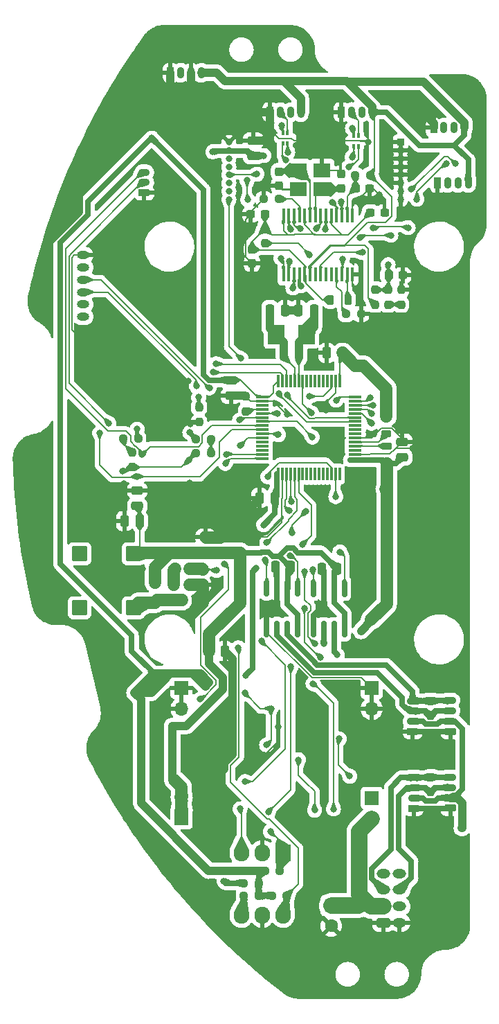
<source format=gbl>
%TF.GenerationSoftware,KiCad,Pcbnew,7.0.7*%
%TF.CreationDate,2024-01-01T11:44:22+09:00*%
%TF.ProjectId,mother_orion_v5,6d6f7468-6572-45f6-9f72-696f6e5f7635,rev?*%
%TF.SameCoordinates,Original*%
%TF.FileFunction,Copper,L2,Bot*%
%TF.FilePolarity,Positive*%
%FSLAX46Y46*%
G04 Gerber Fmt 4.6, Leading zero omitted, Abs format (unit mm)*
G04 Created by KiCad (PCBNEW 7.0.7) date 2024-01-01 11:44:22*
%MOMM*%
%LPD*%
G01*
G04 APERTURE LIST*
G04 Aperture macros list*
%AMRoundRect*
0 Rectangle with rounded corners*
0 $1 Rounding radius*
0 $2 $3 $4 $5 $6 $7 $8 $9 X,Y pos of 4 corners*
0 Add a 4 corners polygon primitive as box body*
4,1,4,$2,$3,$4,$5,$6,$7,$8,$9,$2,$3,0*
0 Add four circle primitives for the rounded corners*
1,1,$1+$1,$2,$3*
1,1,$1+$1,$4,$5*
1,1,$1+$1,$6,$7*
1,1,$1+$1,$8,$9*
0 Add four rect primitives between the rounded corners*
20,1,$1+$1,$2,$3,$4,$5,0*
20,1,$1+$1,$4,$5,$6,$7,0*
20,1,$1+$1,$6,$7,$8,$9,0*
20,1,$1+$1,$8,$9,$2,$3,0*%
G04 Aperture macros list end*
%TA.AperFunction,ComponentPad*%
%ADD10RoundRect,0.225000X0.475000X-0.225000X0.475000X0.225000X-0.475000X0.225000X-0.475000X-0.225000X0*%
%TD*%
%TA.AperFunction,ComponentPad*%
%ADD11O,1.400000X0.900000*%
%TD*%
%TA.AperFunction,ComponentPad*%
%ADD12RoundRect,0.225000X-0.225000X-0.475000X0.225000X-0.475000X0.225000X0.475000X-0.225000X0.475000X0*%
%TD*%
%TA.AperFunction,ComponentPad*%
%ADD13O,0.900000X1.400000*%
%TD*%
%TA.AperFunction,ComponentPad*%
%ADD14R,1.600000X1.600000*%
%TD*%
%TA.AperFunction,ComponentPad*%
%ADD15C,1.600000*%
%TD*%
%TA.AperFunction,ComponentPad*%
%ADD16R,1.900000X2.100000*%
%TD*%
%TA.AperFunction,ComponentPad*%
%ADD17O,1.900000X2.100000*%
%TD*%
%TA.AperFunction,ComponentPad*%
%ADD18RoundRect,0.250000X0.575000X-0.350000X0.575000X0.350000X-0.575000X0.350000X-0.575000X-0.350000X0*%
%TD*%
%TA.AperFunction,ComponentPad*%
%ADD19O,1.650000X1.200000*%
%TD*%
%TA.AperFunction,ComponentPad*%
%ADD20C,0.800000*%
%TD*%
%TA.AperFunction,ComponentPad*%
%ADD21O,0.800000X0.800000*%
%TD*%
%TA.AperFunction,ComponentPad*%
%ADD22O,1.524000X1.000000*%
%TD*%
%TA.AperFunction,ComponentPad*%
%ADD23R,0.850000X0.850000*%
%TD*%
%TA.AperFunction,ComponentPad*%
%ADD24O,0.850000X0.850000*%
%TD*%
%TA.AperFunction,SMDPad,CuDef*%
%ADD25RoundRect,0.250000X-0.250000X-0.475000X0.250000X-0.475000X0.250000X0.475000X-0.250000X0.475000X0*%
%TD*%
%TA.AperFunction,SMDPad,CuDef*%
%ADD26RoundRect,0.100799X0.799201X0.799201X-0.799201X0.799201X-0.799201X-0.799201X0.799201X-0.799201X0*%
%TD*%
%TA.AperFunction,SMDPad,CuDef*%
%ADD27RoundRect,0.237500X-0.237500X0.250000X-0.237500X-0.250000X0.237500X-0.250000X0.237500X0.250000X0*%
%TD*%
%TA.AperFunction,SMDPad,CuDef*%
%ADD28RoundRect,0.237500X0.250000X0.237500X-0.250000X0.237500X-0.250000X-0.237500X0.250000X-0.237500X0*%
%TD*%
%TA.AperFunction,SMDPad,CuDef*%
%ADD29RoundRect,0.237500X-0.237500X0.300000X-0.237500X-0.300000X0.237500X-0.300000X0.237500X0.300000X0*%
%TD*%
%TA.AperFunction,SMDPad,CuDef*%
%ADD30RoundRect,0.250000X0.250000X0.475000X-0.250000X0.475000X-0.250000X-0.475000X0.250000X-0.475000X0*%
%TD*%
%TA.AperFunction,SMDPad,CuDef*%
%ADD31R,1.000000X1.000000*%
%TD*%
%TA.AperFunction,SMDPad,CuDef*%
%ADD32RoundRect,0.237500X-0.250000X-0.237500X0.250000X-0.237500X0.250000X0.237500X-0.250000X0.237500X0*%
%TD*%
%TA.AperFunction,ComponentPad*%
%ADD33R,1.700000X1.700000*%
%TD*%
%TA.AperFunction,ComponentPad*%
%ADD34O,1.700000X1.700000*%
%TD*%
%TA.AperFunction,SMDPad,CuDef*%
%ADD35RoundRect,0.075000X-0.075000X0.700000X-0.075000X-0.700000X0.075000X-0.700000X0.075000X0.700000X0*%
%TD*%
%TA.AperFunction,SMDPad,CuDef*%
%ADD36RoundRect,0.075000X-0.700000X0.075000X-0.700000X-0.075000X0.700000X-0.075000X0.700000X0.075000X0*%
%TD*%
%TA.AperFunction,SMDPad,CuDef*%
%ADD37R,0.300000X0.600000*%
%TD*%
%TA.AperFunction,SMDPad,CuDef*%
%ADD38R,0.700000X0.200000*%
%TD*%
%TA.AperFunction,SMDPad,CuDef*%
%ADD39RoundRect,0.237500X-0.300000X-0.237500X0.300000X-0.237500X0.300000X0.237500X-0.300000X0.237500X0*%
%TD*%
%TA.AperFunction,SMDPad,CuDef*%
%ADD40RoundRect,0.250000X0.475000X-0.250000X0.475000X0.250000X-0.475000X0.250000X-0.475000X-0.250000X0*%
%TD*%
%TA.AperFunction,SMDPad,CuDef*%
%ADD41R,2.100000X1.800000*%
%TD*%
%TA.AperFunction,SMDPad,CuDef*%
%ADD42RoundRect,0.237500X0.237500X-0.250000X0.237500X0.250000X-0.237500X0.250000X-0.237500X-0.250000X0*%
%TD*%
%TA.AperFunction,SMDPad,CuDef*%
%ADD43RoundRect,0.218750X-0.218750X-0.381250X0.218750X-0.381250X0.218750X0.381250X-0.218750X0.381250X0*%
%TD*%
%TA.AperFunction,SMDPad,CuDef*%
%ADD44RoundRect,0.250000X-0.475000X0.250000X-0.475000X-0.250000X0.475000X-0.250000X0.475000X0.250000X0*%
%TD*%
%TA.AperFunction,SMDPad,CuDef*%
%ADD45RoundRect,0.218750X-0.381250X0.218750X-0.381250X-0.218750X0.381250X-0.218750X0.381250X0.218750X0*%
%TD*%
%TA.AperFunction,SMDPad,CuDef*%
%ADD46RoundRect,0.237500X0.300000X0.237500X-0.300000X0.237500X-0.300000X-0.237500X0.300000X-0.237500X0*%
%TD*%
%TA.AperFunction,SMDPad,CuDef*%
%ADD47RoundRect,0.150000X-0.150000X0.587500X-0.150000X-0.587500X0.150000X-0.587500X0.150000X0.587500X0*%
%TD*%
%TA.AperFunction,SMDPad,CuDef*%
%ADD48RoundRect,0.237500X0.237500X-0.300000X0.237500X0.300000X-0.237500X0.300000X-0.237500X-0.300000X0*%
%TD*%
%TA.AperFunction,SMDPad,CuDef*%
%ADD49RoundRect,0.150000X-0.150000X0.825000X-0.150000X-0.825000X0.150000X-0.825000X0.150000X0.825000X0*%
%TD*%
%TA.AperFunction,SMDPad,CuDef*%
%ADD50R,0.450000X1.750000*%
%TD*%
%TA.AperFunction,SMDPad,CuDef*%
%ADD51RoundRect,0.218750X0.381250X-0.218750X0.381250X0.218750X-0.381250X0.218750X-0.381250X-0.218750X0*%
%TD*%
%TA.AperFunction,SMDPad,CuDef*%
%ADD52R,2.000000X2.400000*%
%TD*%
%TA.AperFunction,ViaPad*%
%ADD53C,0.800000*%
%TD*%
%TA.AperFunction,Conductor*%
%ADD54C,0.200000*%
%TD*%
%TA.AperFunction,Conductor*%
%ADD55C,0.700000*%
%TD*%
%TA.AperFunction,Conductor*%
%ADD56C,1.000000*%
%TD*%
%TA.AperFunction,Conductor*%
%ADD57C,1.500000*%
%TD*%
%TA.AperFunction,Conductor*%
%ADD58C,0.250000*%
%TD*%
%TA.AperFunction,Conductor*%
%ADD59C,2.000000*%
%TD*%
G04 APERTURE END LIST*
D10*
%TO.P, ,1,Pin_1*%
%TO.N,GND*%
X69270000Y-155415000D03*
D11*
%TO.P, ,2,Pin_2*%
%TO.N,+5V*%
X69270000Y-154165000D03*
%TO.P, ,3,Pin_3*%
%TO.N,CAN1_H*%
X69270000Y-152915000D03*
%TO.P, ,4,Pin_4*%
%TO.N,CAN1_L*%
X69270000Y-151665000D03*
%TD*%
D10*
%TO.P,J10,1,Pin_1*%
%TO.N,GND*%
X36310000Y-80190000D03*
D11*
%TO.P,J10,2,Pin_2*%
%TO.N,/CM4_TX*%
X36310000Y-78940000D03*
%TO.P,J10,3,Pin_3*%
%TO.N,/CM4_RX*%
X36310000Y-77690000D03*
%TD*%
D10*
%TO.P, ,1,Pin_1*%
%TO.N,GND*%
X73760000Y-155390000D03*
D11*
%TO.P, ,2,Pin_2*%
%TO.N,+5V*%
X73760000Y-154140000D03*
%TO.P, ,3,Pin_3*%
%TO.N,CAN1_H*%
X73760000Y-152890000D03*
%TO.P, ,4,Pin_4*%
%TO.N,CAN1_L*%
X73760000Y-151640000D03*
%TD*%
D12*
%TO.P,J14,1,Pin_1*%
%TO.N,GND*%
X39525000Y-65540000D03*
D13*
%TO.P,J14,2,Pin_2*%
%TO.N,+3V3*%
X40775000Y-65540000D03*
%TO.P,J14,3,Pin_3*%
%TO.N,GND*%
X42025000Y-65540000D03*
%TO.P,J14,4,Pin_4*%
%TO.N,+5V*%
X43275000Y-65540000D03*
%TD*%
D10*
%TO.P, ,1,Pin_1*%
%TO.N,GND*%
X69150000Y-146040000D03*
D11*
%TO.P, ,2,Pin_2*%
%TO.N,+5V*%
X69150000Y-144790000D03*
%TO.P, ,3,Pin_3*%
%TO.N,CAN2_H*%
X69150000Y-143540000D03*
%TO.P, ,4,Pin_4*%
%TO.N,CAN2_L*%
X69150000Y-142290000D03*
%TD*%
D14*
%TO.P, ,1*%
%TO.N,+BATT*%
X59200000Y-167297621D03*
D15*
%TO.P, ,2*%
%TO.N,GND*%
X59200000Y-169797621D03*
%TD*%
D12*
%TO.P,USB,1,Pin_1*%
%TO.N,GND*%
X72205000Y-79000000D03*
D13*
%TO.P,USB,2,Pin_2*%
%TO.N,Net-(J15-Pin_2)*%
X73455000Y-79000000D03*
%TO.P,USB,3,Pin_3*%
%TO.N,Net-(J15-Pin_3)*%
X74705000Y-79000000D03*
%TO.P,USB,4,Pin_4*%
%TO.N,+5V*%
X75955000Y-79000000D03*
%TD*%
D12*
%TO.P,J11,1,Pin_1*%
%TO.N,GND*%
X71730000Y-72260000D03*
D13*
%TO.P,J11,2,Pin_2*%
%TO.N,Net-(J11-Pin_2)*%
X72980000Y-72260000D03*
%TO.P,J11,3,Pin_3*%
%TO.N,Net-(J11-Pin_3)*%
X74230000Y-72260000D03*
%TO.P,J11,4,Pin_4*%
%TO.N,+5V*%
X75480000Y-72260000D03*
%TD*%
D10*
%TO.P, ,1,Pin_1*%
%TO.N,GND*%
X73760000Y-146020000D03*
D11*
%TO.P, ,2,Pin_2*%
%TO.N,+5V*%
X73760000Y-144770000D03*
%TO.P, ,3,Pin_3*%
%TO.N,CAN2_H*%
X73760000Y-143520000D03*
%TO.P, ,4,Pin_4*%
%TO.N,CAN2_L*%
X73760000Y-142270000D03*
%TD*%
D16*
%TO.P,Program Select,1,1*%
%TO.N,/DIP_0*%
X53282500Y-160835000D03*
D17*
%TO.P,Program Select,2,2*%
%TO.N,/DIP_1*%
X48202500Y-168455000D03*
%TO.P,Program Select,4,4*%
%TO.N,/DIP_2*%
X48202500Y-160835000D03*
%TO.P,Program Select,8,8*%
%TO.N,/DIP_3*%
X53282500Y-168455000D03*
%TO.P,Program Select,C,C*%
%TO.N,GND*%
X50742500Y-160835000D03*
X50742500Y-168455000D03*
%TD*%
D18*
%TO.P, ,1,Pin_1*%
%TO.N,GND*%
X65550000Y-169390000D03*
D19*
%TO.P, ,2,Pin_2*%
X67550000Y-169390000D03*
%TO.P, ,3,Pin_3*%
%TO.N,+BATT*%
X65550000Y-167390000D03*
%TO.P, ,4,Pin_4*%
X67550000Y-167390000D03*
%TO.P, ,5,Pin_5*%
%TO.N,CAN1_L*%
X65550000Y-165390000D03*
%TO.P, ,6,Pin_6*%
%TO.N,CAN1_H*%
X67550000Y-165390000D03*
%TO.P, ,7,Pin_7*%
%TO.N,CAN2_L*%
X65550000Y-163390000D03*
%TO.P, ,8,Pin_8*%
%TO.N,CAN2_H*%
X67550000Y-163390000D03*
%TD*%
D20*
%TO.P, ,1*%
%TO.N,GND*%
X46670000Y-74020000D03*
D21*
%TO.P, ,2*%
%TO.N,+5V*%
X46670000Y-75020000D03*
D20*
%TO.P, ,3*%
%TO.N,/SPI_SCLK*%
X46670000Y-76020000D03*
D21*
%TO.P, ,4*%
%TO.N,/SPI_MOSI*%
X46670000Y-77020000D03*
%TO.P, ,5*%
%TO.N,/SPI_MISO*%
X46670000Y-78020000D03*
%TO.P, ,6*%
%TO.N,/SPI_IMU_CS*%
X46670000Y-79020000D03*
%TO.P, ,7*%
%TO.N,/IMU_INT*%
X46670000Y-80020000D03*
%TO.P, ,8*%
%TO.N,/IMU_FSYNC*%
X46670000Y-81020000D03*
%TD*%
D22*
%TO.P,J13,1,Pin_1*%
%TO.N,GND*%
X28830000Y-87830000D03*
%TO.P,J13,2,Pin_2*%
%TO.N,unconnected-(J13-Pin_2-Pad2)*%
X28830000Y-89330000D03*
%TO.P,J13,3,Pin_3*%
%TO.N,/T_TCK*%
X28830000Y-90830000D03*
%TO.P,J13,4,Pin_4*%
%TO.N,/T_TMS*%
X28830000Y-92330000D03*
%TO.P,J13,5,Pin_5*%
%TO.N,/STLK_TX*%
X28830000Y-93830000D03*
%TO.P,J13,6,Pin_6*%
%TO.N,/STLK_RX*%
X28830000Y-95330000D03*
%TD*%
D23*
%TO.P, ,1*%
%TO.N,GND*%
X67670000Y-74020000D03*
D24*
%TO.P, ,2*%
X67670000Y-75020000D03*
%TO.P, ,3*%
X67670000Y-76020000D03*
%TO.P, ,4*%
X67670000Y-77020000D03*
%TO.P, ,5*%
X67670000Y-78020000D03*
%TO.P, ,6*%
X67670000Y-79020000D03*
%TO.P, ,7*%
X67670000Y-80020000D03*
%TO.P, ,8*%
X67670000Y-81020000D03*
%TD*%
D12*
%TO.P,USB,1,Pin_1*%
%TO.N,GND*%
X60440000Y-70340000D03*
D13*
%TO.P,USB,2,Pin_2*%
%TO.N,Net-(J17-Pin_2)*%
X61690000Y-70340000D03*
%TO.P,USB,3,Pin_3*%
%TO.N,Net-(J17-Pin_3)*%
X62940000Y-70340000D03*
%TO.P,USB,4,Pin_4*%
%TO.N,+5V*%
X64190000Y-70340000D03*
%TD*%
D12*
%TO.P,USB,1,Pin_1*%
%TO.N,GND*%
X51719000Y-70350000D03*
D13*
%TO.P,USB,2,Pin_2*%
%TO.N,Net-(J16-Pin_2)*%
X52969000Y-70350000D03*
%TO.P,USB,3,Pin_3*%
%TO.N,Net-(J16-Pin_3)*%
X54219000Y-70350000D03*
%TO.P,USB,4,Pin_4*%
%TO.N,+5V*%
X55469000Y-70350000D03*
%TD*%
D25*
%TO.P,C12,1*%
%TO.N,+5V*%
X44250000Y-136200000D03*
%TO.P,C12,2*%
%TO.N,GND*%
X46150000Y-136200000D03*
%TD*%
D26*
%TO.P,,*%
%TO.N,*%
X28400000Y-130910000D03*
X28400000Y-124310000D03*
%TO.P,,1*%
%TO.N,+5V*%
X35000000Y-124310000D03*
%TO.P,,2*%
%TO.N,Net-(D7-A)*%
X35000000Y-130910000D03*
%TD*%
D27*
%TO.P,R16,1*%
%TO.N,/SCL1*%
X34810000Y-111925000D03*
%TO.P,R16,2*%
%TO.N,+3.3VA*%
X34810000Y-113750000D03*
%TD*%
%TO.P,R28,1*%
%TO.N,GND*%
X48760000Y-105069500D03*
%TO.P,R28,2*%
%TO.N,Net-(U2B-PB8-BOOT0)*%
X48760000Y-106894500D03*
%TD*%
D28*
%TO.P,R26,1*%
%TO.N,+3V3*%
X50317500Y-164560000D03*
%TO.P,R26,2*%
%TO.N,/DIP_2*%
X48492500Y-164560000D03*
%TD*%
D29*
%TO.P,C25,1*%
%TO.N,Net-(U5-V33)*%
X49494293Y-87100000D03*
%TO.P,C25,2*%
%TO.N,GND*%
X49494293Y-88825000D03*
%TD*%
%TO.P,C20,1*%
%TO.N,Net-(U5-X1)*%
X52794293Y-77617500D03*
%TO.P,C20,2*%
%TO.N,GND*%
X52794293Y-79342500D03*
%TD*%
D30*
%TO.P,C12,1*%
%TO.N,+5V*%
X54240000Y-125920000D03*
%TO.P,C12,2*%
%TO.N,GND*%
X52340000Y-125920000D03*
%TD*%
D27*
%TO.P,R36,1*%
%TO.N,Net-(U5-OVCR1#)*%
X64560000Y-92040000D03*
%TO.P,R36,2*%
%TO.N,+5V*%
X64560000Y-93865000D03*
%TD*%
D31*
%TO.P,D7,1,K*%
%TO.N,+5V*%
X37610000Y-127810000D03*
%TO.P,D7,2,A*%
%TO.N,Net-(D7-A)*%
X37610000Y-130310000D03*
%TD*%
D32*
%TO.P,R33,1*%
%TO.N,Net-(U5-PGAND)*%
X61007500Y-95012500D03*
%TO.P,R33,2*%
%TO.N,GND*%
X62832500Y-95012500D03*
%TD*%
%TO.P,R24,1*%
%TO.N,+3V3*%
X51067500Y-163030000D03*
%TO.P,R24,2*%
%TO.N,/DIP_0*%
X52892500Y-163030000D03*
%TD*%
D33*
%TO.P, ,1,Pin_1*%
%TO.N,+BATT*%
X64150000Y-154145000D03*
D34*
%TO.P, ,2,Pin_2*%
X64150000Y-156685000D03*
%TD*%
D27*
%TO.P,R29,1*%
%TO.N,Net-(U3A-EEPROM_nWP)*%
X43030000Y-106415000D03*
%TO.P,R29,2*%
%TO.N,GND*%
X43030000Y-108240000D03*
%TD*%
D35*
%TO.P,U2,1,VBAT*%
%TO.N,+3V3*%
X52710000Y-103235000D03*
%TO.P,U2,2,PC13*%
%TO.N,/LED_G*%
X53210000Y-103235000D03*
%TO.P,U2,3,OSC32_IN-PC14*%
%TO.N,/LED_R*%
X53710000Y-103235000D03*
%TO.P,U2,4,OSC32_OUT-PC15*%
%TO.N,unconnected-(U2B-OSC32_OUT-PC15-Pad4)*%
X54210000Y-103235000D03*
%TO.P,U2,5,OSC_IN-PF0*%
%TO.N,Net-(U2B-OSC_IN-PF0)*%
X54710000Y-103235000D03*
%TO.P,U2,6,OSC_OUT-PF1*%
%TO.N,Net-(U2B-OSC_OUT-PF1)*%
X55210000Y-103235000D03*
%TO.P,U2,7,NRST-PG10*%
%TO.N,/T_NRST*%
X55710000Y-103235000D03*
%TO.P,U2,8,PC0*%
%TO.N,unconnected-(U2B-PC0-Pad8)*%
X56210000Y-103235000D03*
%TO.P,U2,9,PC1*%
%TO.N,unconnected-(U2B-PC1-Pad9)*%
X56710000Y-103235000D03*
%TO.P,U2,10,PC2*%
%TO.N,unconnected-(U2B-PC2-Pad10)*%
X57210000Y-103235000D03*
%TO.P,U2,11,PC3*%
%TO.N,unconnected-(U2B-PC3-Pad11)*%
X57710000Y-103235000D03*
%TO.P,U2,12,PA0*%
%TO.N,unconnected-(U2B-PA0-Pad12)*%
X58210000Y-103235000D03*
%TO.P,U2,13,PA1*%
%TO.N,unconnected-(U2B-PA1-Pad13)*%
X58710000Y-103235000D03*
%TO.P,U2,14,PA2*%
%TO.N,/STLK_TX*%
X59210000Y-103235000D03*
%TO.P,U2,15,VSS*%
%TO.N,GND*%
X59710000Y-103235000D03*
%TO.P,U2,16,VDD*%
%TO.N,+3V3*%
X60210000Y-103235000D03*
D36*
%TO.P,U2,17,PA3*%
%TO.N,/STLK_RX*%
X62135000Y-105160000D03*
%TO.P,U2,18,PA4*%
%TO.N,/SPI_IMU_CS*%
X62135000Y-105660000D03*
%TO.P,U2,19,PA5*%
%TO.N,/SPI_SCLK*%
X62135000Y-106160000D03*
%TO.P,U2,20,PA6*%
%TO.N,/SPI_MISO*%
X62135000Y-106660000D03*
%TO.P,U2,21,PA7*%
%TO.N,/SPI_MOSI*%
X62135000Y-107160000D03*
%TO.P,U2,22,PC4*%
%TO.N,/IMU_INT*%
X62135000Y-107660000D03*
%TO.P,U2,23,PC5*%
%TO.N,/IMU_FSYNC*%
X62135000Y-108160000D03*
%TO.P,U2,24,PB0*%
%TO.N,unconnected-(U2B-PB0-Pad24)*%
X62135000Y-108660000D03*
%TO.P,U2,25,PB1*%
%TO.N,unconnected-(U2B-PB1-Pad25)*%
X62135000Y-109160000D03*
%TO.P,U2,26,PB2*%
%TO.N,unconnected-(U2B-PB2-Pad26)*%
X62135000Y-109660000D03*
%TO.P,U2,27,VSSA*%
%TO.N,GND*%
X62135000Y-110160000D03*
%TO.P,U2,28,VREF+*%
%TO.N,VDDF*%
X62135000Y-110660000D03*
%TO.P,U2,29,VDDA*%
%TO.N,VDDA*%
X62135000Y-111160000D03*
%TO.P,U2,30,PB10*%
%TO.N,unconnected-(U2B-PB10-Pad30)*%
X62135000Y-111660000D03*
%TO.P,U2,31,VSS*%
%TO.N,GND*%
X62135000Y-112160000D03*
%TO.P,U2,32,VDD*%
%TO.N,+3V3*%
X62135000Y-112660000D03*
D35*
%TO.P,U2,33,PB11*%
%TO.N,unconnected-(U2B-PB11-Pad33)*%
X60210000Y-114585000D03*
%TO.P,U2,34,PB12*%
%TO.N,CAN2_RXD*%
X59710000Y-114585000D03*
%TO.P,U2,35,PB13*%
%TO.N,CAN2_TXD*%
X59210000Y-114585000D03*
%TO.P,U2,36,PB14*%
%TO.N,unconnected-(U2B-PB14-Pad36)*%
X58710000Y-114585000D03*
%TO.P,U2,37,PB15*%
%TO.N,unconnected-(U2B-PB15-Pad37)*%
X58210000Y-114585000D03*
%TO.P,U2,38,PC6*%
%TO.N,/LED_modulate*%
X57710000Y-114585000D03*
%TO.P,U2,39,PC7*%
%TO.N,/Intalapter_out*%
X57210000Y-114585000D03*
%TO.P,U2,40,PC8*%
%TO.N,unconnected-(U2B-PC8-Pad40)*%
X56710000Y-114585000D03*
%TO.P,U2,41,PC9*%
%TO.N,unconnected-(U2B-PC9-Pad41)*%
X56210000Y-114585000D03*
%TO.P,U2,42,PA8*%
%TO.N,unconnected-(U2B-PA8-Pad42)*%
X55710000Y-114585000D03*
%TO.P,U2,43,PA9*%
%TO.N,/U_BTN*%
X55210000Y-114585000D03*
%TO.P,U2,44,PA10*%
%TO.N,/DIP_3*%
X54710000Y-114585000D03*
%TO.P,U2,45,PA11*%
%TO.N,CAN1_RXD*%
X54210000Y-114585000D03*
%TO.P,U2,46,PA12*%
%TO.N,CAN1_TXD*%
X53710000Y-114585000D03*
%TO.P,U2,47,VSS*%
%TO.N,GND*%
X53210000Y-114585000D03*
%TO.P,U2,48,VDD*%
%TO.N,+3V3*%
X52710000Y-114585000D03*
D36*
%TO.P,U2,49,PA13*%
%TO.N,/T_TMS*%
X50785000Y-112660000D03*
%TO.P,U2,50,PA14*%
%TO.N,/T_TCK*%
X50785000Y-112160000D03*
%TO.P,U2,51,PA15*%
%TO.N,unconnected-(U2B-PA15-Pad51)*%
X50785000Y-111660000D03*
%TO.P,U2,52,PC10*%
%TO.N,unconnected-(U2B-PC10-Pad52)*%
X50785000Y-111160000D03*
%TO.P,U2,53,PC11*%
%TO.N,unconnected-(U2B-PC11-Pad53)*%
X50785000Y-110660000D03*
%TO.P,U2,54,PC12*%
%TO.N,Buzzer*%
X50785000Y-110160000D03*
%TO.P,U2,55,PD2*%
%TO.N,/DIP_2*%
X50785000Y-109660000D03*
%TO.P,U2,56,PB3*%
%TO.N,/CM4_TX*%
X50785000Y-109160000D03*
%TO.P,U2,57,PB4*%
%TO.N,/CM4_RX*%
X50785000Y-108660000D03*
%TO.P,U2,58,PB5*%
%TO.N,/DIP_0*%
X50785000Y-108160000D03*
%TO.P,U2,59,PB6*%
%TO.N,/DIP_1*%
X50785000Y-107660000D03*
%TO.P,U2,60,PB7*%
%TO.N,/LED_B*%
X50785000Y-107160000D03*
%TO.P,U2,61,PB8-BOOT0*%
%TO.N,Net-(U2B-PB8-BOOT0)*%
X50785000Y-106660000D03*
%TO.P,U2,62,PB9*%
%TO.N,unconnected-(U2B-PB9-Pad62)*%
X50785000Y-106160000D03*
%TO.P,U2,63,VSS*%
%TO.N,GND*%
X50785000Y-105660000D03*
%TO.P,U2,64,VDD*%
%TO.N,+3V3*%
X50785000Y-105160000D03*
%TD*%
D37*
%TO.P, ,1,1*%
%TO.N,USB_DM2*%
X53848000Y-74168000D03*
%TO.P, ,2,2*%
%TO.N,USB_DP2*%
X53298000Y-74168000D03*
D38*
%TO.P, ,3,3*%
%TO.N,GND*%
X54073000Y-73543000D03*
D37*
%TO.P, ,4,4*%
%TO.N,Net-(J16-Pin_3)*%
X53298000Y-72918000D03*
%TO.P, ,5,5*%
%TO.N,Net-(J16-Pin_2)*%
X53848000Y-72918000D03*
D38*
%TO.P, ,6*%
%TO.N,GND*%
X53073000Y-73543000D03*
%TD*%
D39*
%TO.P,C26,1*%
%TO.N,Net-(U5-OVCR1#)*%
X66220000Y-90280000D03*
%TO.P,C26,2*%
%TO.N,GND*%
X67945000Y-90280000D03*
%TD*%
D40*
%TO.P,C15,1*%
%TO.N,+5V*%
X49650000Y-75720000D03*
%TO.P,C15,2*%
%TO.N,GND*%
X49650000Y-73820000D03*
%TD*%
%TO.P,C16,1*%
%TO.N,+5V*%
X43820000Y-124170000D03*
%TO.P,C16,2*%
%TO.N,GND*%
X43820000Y-122270000D03*
%TD*%
D28*
%TO.P,R25,1*%
%TO.N,+3V3*%
X50337500Y-166130000D03*
%TO.P,R25,2*%
%TO.N,/DIP_1*%
X48512500Y-166130000D03*
%TD*%
D30*
%TO.P,C5,1*%
%TO.N,+5V*%
X59900000Y-126140000D03*
%TO.P,C5,2*%
%TO.N,GND*%
X58000000Y-126140000D03*
%TD*%
D41*
%TO.P,12Mhz,1,1*%
%TO.N,Net-(U5-X2)*%
X58044293Y-79770000D03*
%TO.P,12Mhz,2,2*%
%TO.N,GND*%
X55144293Y-79770000D03*
%TO.P,12Mhz,3,3*%
%TO.N,Net-(U5-X1)*%
X55144293Y-77470000D03*
%TO.P,12Mhz,4,4*%
%TO.N,GND*%
X58044293Y-77470000D03*
%TD*%
D42*
%TO.P,R2,1*%
%TO.N,CAN1_H*%
X71310000Y-153447500D03*
%TO.P,R2,2*%
%TO.N,CAN1_L*%
X71310000Y-151622500D03*
%TD*%
D27*
%TO.P,R34,1*%
%TO.N,GND*%
X67740000Y-92040000D03*
%TO.P,R34,2*%
%TO.N,Net-(R34-Pad2)*%
X67740000Y-93865000D03*
%TD*%
D28*
%TO.P,R18,1*%
%TO.N,Net-(U3A-ID_SC)*%
X35565000Y-110270000D03*
%TO.P,R18,2*%
%TO.N,/SCL1*%
X33740000Y-110270000D03*
%TD*%
D30*
%TO.P,C17,1*%
%TO.N,+5V*%
X35770000Y-120310000D03*
%TO.P,C17,2*%
%TO.N,GND*%
X33870000Y-120310000D03*
%TD*%
D43*
%TO.P,FB,1*%
%TO.N,Net-(U5-V33)*%
X59097500Y-93262500D03*
%TO.P,FB,2*%
%TO.N,Net-(U5-DVDD)*%
X61222500Y-93262500D03*
%TD*%
D32*
%TO.P,R32,1*%
%TO.N,Net-(U2B-OSC_IN-PF0)*%
X53415000Y-100282000D03*
%TO.P,R32,2*%
%TO.N,Net-(U2B-OSC_OUT-PF1)*%
X55240000Y-100282000D03*
%TD*%
D37*
%TO.P, ,1,1*%
%TO.N,USB_DM3*%
X62510000Y-74470000D03*
%TO.P, ,2,2*%
%TO.N,USB_DP3*%
X61960000Y-74470000D03*
D38*
%TO.P, ,3,3*%
%TO.N,GND*%
X62735000Y-73845000D03*
D37*
%TO.P, ,4,4*%
%TO.N,Net-(J17-Pin_3)*%
X61960000Y-73220000D03*
%TO.P, ,5,5*%
%TO.N,Net-(J17-Pin_2)*%
X62510000Y-73220000D03*
D38*
%TO.P, ,6*%
%TO.N,GND*%
X61735000Y-73845000D03*
%TD*%
D32*
%TO.P,R37,1*%
%TO.N,GND*%
X50961793Y-80980000D03*
%TO.P,R37,2*%
%TO.N,Net-(U5-RREF)*%
X52786793Y-80980000D03*
%TD*%
D28*
%TO.P,R31,1*%
%TO.N,/SCD1*%
X44462500Y-111990000D03*
%TO.P,R31,2*%
%TO.N,+3.3VA*%
X42637500Y-111990000D03*
%TD*%
D30*
%TO.P,C19,1*%
%TO.N,Net-(U2B-OSC_OUT-PF1)*%
X57080000Y-94552000D03*
%TO.P,C19,2*%
%TO.N,GND*%
X55180000Y-94552000D03*
%TD*%
D42*
%TO.P,R13,1*%
%TO.N,GND*%
X43490000Y-128082500D03*
%TO.P,R13,2*%
%TO.N,Buzzer*%
X43490000Y-126257500D03*
%TD*%
D33*
%TO.P, ,1,Pin_1*%
%TO.N,GND*%
X40890000Y-140715000D03*
D34*
%TO.P, ,2,Pin_2*%
X40890000Y-143255000D03*
%TD*%
D40*
%TO.P,C3,1*%
%TO.N,+3V3*%
X67870000Y-112520500D03*
%TO.P,C3,2*%
%TO.N,GND*%
X67870000Y-110620500D03*
%TD*%
D44*
%TO.P,C2,1*%
%TO.N,+3V3*%
X46920000Y-103092000D03*
%TO.P,C2,2*%
%TO.N,GND*%
X46920000Y-104992000D03*
%TD*%
D33*
%TO.P, ,1,Pin_1*%
%TO.N,+5V*%
X40890000Y-156635000D03*
D34*
%TO.P, ,2,Pin_2*%
X40890000Y-154095000D03*
%TD*%
D32*
%TO.P,R27,1*%
%TO.N,+3V3*%
X51917500Y-166080000D03*
%TO.P,R27,2*%
%TO.N,/DIP_3*%
X53742500Y-166080000D03*
%TD*%
D42*
%TO.P,R35,1*%
%TO.N,Net-(R34-Pad2)*%
X66150000Y-93865000D03*
%TO.P,R35,2*%
%TO.N,Net-(U5-OVCR1#)*%
X66150000Y-92040000D03*
%TD*%
D45*
%TO.P,FB2,1*%
%TO.N,VDDA*%
X65970000Y-111177500D03*
%TO.P,FB2,2*%
%TO.N,+3V3*%
X65970000Y-113302500D03*
%TD*%
D28*
%TO.P,R22,1*%
%TO.N,+5V*%
X63946793Y-78079000D03*
%TO.P,R22,2*%
%TO.N,Net-(U5-RST#)*%
X62121793Y-78079000D03*
%TD*%
D42*
%TO.P,R6,1*%
%TO.N,CAN2_H*%
X71340000Y-144120000D03*
%TO.P,R6,2*%
%TO.N,CAN2_L*%
X71340000Y-142295000D03*
%TD*%
D30*
%TO.P,C18,1*%
%TO.N,GND*%
X53570000Y-94532000D03*
%TO.P,C18,2*%
%TO.N,Net-(U2B-OSC_IN-PF0)*%
X51670000Y-94532000D03*
%TD*%
D46*
%TO.P,C24,1*%
%TO.N,Net-(U5-V33)*%
X51076793Y-82840000D03*
%TO.P,C24,2*%
%TO.N,GND*%
X49351793Y-82840000D03*
%TD*%
D47*
%TO.P,Q1,1,G*%
%TO.N,Net-(Q1-G)*%
X39950000Y-128125000D03*
%TO.P,Q1,2,S*%
%TO.N,GND*%
X41850000Y-128125000D03*
%TO.P,Q1,3,D*%
%TO.N,Net-(D7-A)*%
X40900000Y-130000000D03*
%TD*%
D39*
%TO.P,C23,1*%
%TO.N,Net-(U5-V33)*%
X63999293Y-82600000D03*
%TO.P,C23,2*%
%TO.N,GND*%
X65724293Y-82600000D03*
%TD*%
D30*
%TO.P,C1,1*%
%TO.N,+3V3*%
X52320000Y-117490000D03*
%TO.P,C1,2*%
%TO.N,GND*%
X50420000Y-117490000D03*
%TD*%
D32*
%TO.P,R30,1*%
%TO.N,Net-(U3A-ID_SD)*%
X42645000Y-110290000D03*
%TO.P,R30,2*%
%TO.N,/SCD1*%
X44470000Y-110290000D03*
%TD*%
D40*
%TO.P,C16,1*%
%TO.N,+5V*%
X35450000Y-118480000D03*
%TO.P,C16,2*%
%TO.N,GND*%
X35450000Y-116580000D03*
%TD*%
D33*
%TO.P, ,1,Pin_1*%
%TO.N,GND*%
X64150000Y-140715000D03*
D34*
%TO.P, ,2,Pin_2*%
X64150000Y-143255000D03*
%TD*%
D48*
%TO.P,C21,1*%
%TO.N,Net-(U5-X2)*%
X60384293Y-79635000D03*
%TO.P,C21,2*%
%TO.N,GND*%
X60384293Y-77910000D03*
%TD*%
D49*
%TO.P, ,1,TXD*%
%TO.N,CAN1_TXD*%
X57005000Y-128575000D03*
%TO.P, ,2,GND*%
%TO.N,GND*%
X58275000Y-128575000D03*
%TO.P, ,3,VCC*%
%TO.N,+5V*%
X59545000Y-128575000D03*
%TO.P, ,4,RXD*%
%TO.N,CAN1_RXD*%
X60815000Y-128575000D03*
%TO.P, ,5,NC*%
%TO.N,+5V*%
X60815000Y-133525000D03*
%TO.P, ,6,CANL*%
%TO.N,CAN1_L*%
X59545000Y-133525000D03*
%TO.P, ,7,CANH*%
%TO.N,CAN1_H*%
X58275000Y-133525000D03*
%TO.P, ,8,S*%
%TO.N,GND*%
X57005000Y-133525000D03*
%TD*%
D50*
%TO.P, ,1,AVDD*%
%TO.N,Net-(U5-V33)*%
X53344293Y-82960000D03*
%TO.P, ,2,DM2*%
%TO.N,USB_DM1*%
X53994293Y-82960000D03*
%TO.P, ,3,DP2*%
%TO.N,USB_DP1*%
X54644293Y-82960000D03*
%TO.P, ,4,RREF*%
%TO.N,Net-(U5-RREF)*%
X55294293Y-82960000D03*
%TO.P, ,5,AVDD*%
%TO.N,Net-(U5-V33)*%
X55944293Y-82960000D03*
%TO.P, ,6,X1*%
%TO.N,Net-(U5-X1)*%
X56594293Y-82960000D03*
%TO.P, ,7,X2*%
%TO.N,Net-(U5-X2)*%
X57244293Y-82960000D03*
%TO.P, ,8,DM3*%
%TO.N,USB_DM2*%
X57894293Y-82960000D03*
%TO.P, ,9,DP3*%
%TO.N,USB_DP2*%
X58544293Y-82960000D03*
%TO.P, ,10,AVDD*%
%TO.N,Net-(U5-V33)*%
X59194293Y-82960000D03*
%TO.P, ,11,DM4*%
%TO.N,USB_DM3*%
X59844293Y-82960000D03*
%TO.P, ,12,DP4*%
%TO.N,USB_DP3*%
X60494293Y-82960000D03*
%TO.P, ,13,RST#*%
%TO.N,Net-(U5-RST#)*%
X61144293Y-82960000D03*
%TO.P, ,14,TEST*%
%TO.N,GND*%
X61794293Y-82960000D03*
%TO.P, ,15,GND*%
X61794293Y-90160000D03*
%TO.P, ,16,DVDD*%
%TO.N,Net-(U5-DVDD)*%
X61144293Y-90160000D03*
%TO.P, ,17,PSELF*%
%TO.N,Net-(U5-PSELF)*%
X60494293Y-90160000D03*
%TO.P, ,18,PGAND*%
%TO.N,Net-(U5-PGAND)*%
X59844293Y-90160000D03*
%TO.P, ,19,OVCR2#*%
%TO.N,unconnected-(U5-OVCR2#-Pad19)*%
X59194293Y-90160000D03*
%TO.P, ,20,PWREN2#*%
%TO.N,unconnected-(U5-PWREN2#-Pad20)*%
X58544293Y-90160000D03*
%TO.P, ,21,OVCR1#*%
%TO.N,Net-(U5-OVCR1#)*%
X57894293Y-90160000D03*
%TO.P, ,22,PWREN1#*%
%TO.N,unconnected-(U5-PWREN1#-Pad22)*%
X57244293Y-90160000D03*
%TO.P, ,23,V5*%
%TO.N,+5V*%
X56594293Y-90160000D03*
%TO.P, ,24,V33*%
%TO.N,Net-(U5-V33)*%
X55944293Y-90160000D03*
%TO.P, ,25,DM0*%
%TO.N,USB_DM*%
X55294293Y-90160000D03*
%TO.P, ,26,DP0*%
%TO.N,USB_DP*%
X54644293Y-90160000D03*
%TO.P, ,27,DM1*%
%TO.N,USB_DM0*%
X53994293Y-90160000D03*
%TO.P, ,28,DP1*%
%TO.N,USB_DP0*%
X53344293Y-90160000D03*
%TD*%
D32*
%TO.P,R14,1*%
%TO.N,Net-(Q1-G)*%
X40080000Y-126160000D03*
%TO.P,R14,2*%
%TO.N,Buzzer*%
X41905000Y-126160000D03*
%TD*%
D30*
%TO.P,C7,1*%
%TO.N,+3V3*%
X60550000Y-99772000D03*
%TO.P,C7,2*%
%TO.N,GND*%
X58650000Y-99772000D03*
%TD*%
D49*
%TO.P, ,1,TXD*%
%TO.N,CAN2_TXD*%
X51295000Y-128554000D03*
%TO.P, ,2,GND*%
%TO.N,GND*%
X52565000Y-128554000D03*
%TO.P, ,3,VCC*%
%TO.N,+5V*%
X53835000Y-128554000D03*
%TO.P, ,4,RXD*%
%TO.N,CAN2_RXD*%
X55105000Y-128554000D03*
%TO.P, ,5,NC*%
%TO.N,+5V*%
X55105000Y-133504000D03*
%TO.P, ,6,CANL*%
%TO.N,CAN2_L*%
X53835000Y-133504000D03*
%TO.P, ,7,CANH*%
%TO.N,CAN2_H*%
X52565000Y-133504000D03*
%TO.P, ,8,S*%
%TO.N,GND*%
X51295000Y-133504000D03*
%TD*%
D51*
%TO.P,FB1,1*%
%TO.N,VDDF*%
X65940000Y-109675000D03*
%TO.P,FB1,2*%
%TO.N,+3V3*%
X65940000Y-107550000D03*
%TD*%
D52*
%TO.P,8MHz,1,1*%
%TO.N,Net-(U2B-OSC_IN-PF0)*%
X52450000Y-97542000D03*
%TO.P,8MHz,2,2*%
%TO.N,Net-(U2B-OSC_OUT-PF1)*%
X56150000Y-97542000D03*
%TD*%
D42*
%TO.P,R23,1*%
%TO.N,Net-(U5-PSELF)*%
X51104293Y-86382500D03*
%TO.P,R23,2*%
%TO.N,Net-(U5-V33)*%
X51104293Y-84557500D03*
%TD*%
D39*
%TO.P,C22,1*%
%TO.N,Net-(U5-RST#)*%
X62149293Y-79640000D03*
%TO.P,C22,2*%
%TO.N,GND*%
X63874293Y-79640000D03*
%TD*%
D53*
%TO.N,+3V3*%
X62089000Y-101311000D03*
%TO.N,+5V*%
X44700000Y-75200000D03*
%TO.N,+3V3*%
X36390000Y-140090000D03*
X49970000Y-126070000D03*
X43780000Y-140530000D03*
X65860000Y-116390000D03*
X50930000Y-120785025D03*
X35120000Y-141310000D03*
X64080000Y-132360000D03*
X37520000Y-138980000D03*
X62830000Y-133750000D03*
X44267258Y-140051371D03*
X37250000Y-73520000D03*
X48718906Y-139158380D03*
X65890000Y-105490000D03*
X42605000Y-139115000D03*
%TO.N,GND*%
X28450000Y-108740000D03*
X59640000Y-119400000D03*
X73690000Y-91970000D03*
X67360000Y-97270000D03*
X57350000Y-112090000D03*
X75260000Y-170350000D03*
X45280000Y-89050000D03*
X68560000Y-118090000D03*
X50740000Y-173650000D03*
X57870000Y-163550000D03*
X60160000Y-109930000D03*
X36790000Y-99440000D03*
X36940000Y-90670000D03*
X45570000Y-122310000D03*
X30800000Y-71870000D03*
X49400000Y-115080000D03*
X41728934Y-103191066D03*
X70630000Y-166140000D03*
X31341000Y-105884000D03*
X45510000Y-84810000D03*
X61740000Y-144940000D03*
X30670000Y-134050000D03*
X58060000Y-143400000D03*
X33310000Y-118580000D03*
X28400000Y-79340000D03*
X28100000Y-107110000D03*
X45240000Y-93860000D03*
X57880000Y-131040000D03*
X63440000Y-118090000D03*
X44760000Y-119830000D03*
X71000000Y-92390000D03*
X29050000Y-98490000D03*
X70870000Y-95410000D03*
X35030000Y-105890000D03*
X65080000Y-80430000D03*
X38410000Y-60430000D03*
X49020000Y-149420000D03*
X63470000Y-123880000D03*
X45250000Y-60340000D03*
X73890000Y-128540000D03*
X34160000Y-66120000D03*
X69120000Y-111390500D03*
X39040000Y-161280000D03*
X23060000Y-125210000D03*
X74310000Y-101060000D03*
X60460000Y-122010000D03*
X55860000Y-177030000D03*
X64070000Y-177800000D03*
X24410000Y-129190000D03*
X44600000Y-115200000D03*
X62700000Y-129570000D03*
X63741002Y-74020000D03*
X54490000Y-111850000D03*
X68560000Y-125950000D03*
X53766009Y-107279282D03*
X57210000Y-64910000D03*
X39420000Y-91630000D03*
X34950000Y-156990000D03*
X39140000Y-96520000D03*
X58540000Y-106760000D03*
X69000000Y-104960000D03*
X56780000Y-144200000D03*
X69110000Y-130030000D03*
X57930000Y-120050000D03*
X56960000Y-117140000D03*
X41620000Y-98850000D03*
X52700000Y-145420000D03*
X34270000Y-108190000D03*
X63290000Y-114590000D03*
X70470000Y-172900000D03*
X45710000Y-117540000D03*
X68240000Y-68260000D03*
X51080000Y-73670000D03*
X36110000Y-126160000D03*
X41960000Y-92590000D03*
X41870000Y-115670002D03*
X42660000Y-120600000D03*
X70790000Y-161120000D03*
X24600000Y-87780000D03*
X46010000Y-150680000D03*
X42220000Y-131580000D03*
X73830000Y-95550000D03*
X60080000Y-140530000D03*
X23860000Y-94750000D03*
X33820000Y-115750000D03*
X21470000Y-113590000D03*
X41930000Y-108480000D03*
X73150000Y-148820000D03*
X43454605Y-117149738D03*
%TO.N,+5V*%
X75230000Y-157800000D03*
X39740000Y-145350000D03*
X50950000Y-75660000D03*
X40020000Y-151940000D03*
%TO.N,+3.3VA*%
X41743750Y-112883750D03*
X33620790Y-114189210D03*
%TO.N,CAN1_TXD*%
X54023817Y-119066486D03*
X56900000Y-126253420D03*
%TO.N,CAN1_RXD*%
X60250000Y-124100000D03*
X54300000Y-117940000D03*
%TO.N,CAN1_L*%
X59940000Y-136670000D03*
%TO.N,CAN1_H*%
X58290000Y-135300000D03*
%TO.N,CAN2_TXD*%
X51420000Y-114910000D03*
X51090000Y-125090000D03*
%TO.N,CAN2_RXD*%
X56070000Y-119140000D03*
X59740000Y-117340000D03*
X54180000Y-124580000D03*
X54360000Y-121780000D03*
%TO.N,/CM4_TX*%
X35460000Y-114870000D03*
X30850050Y-109550050D03*
X31990000Y-108370000D03*
%TO.N,/CM4_RX*%
X36040000Y-112200000D03*
%TO.N,/DIP_0*%
X56890000Y-110070000D03*
X51750000Y-158260000D03*
X51510000Y-155860000D03*
X54266290Y-138116240D03*
%TO.N,/DIP_1*%
X46140000Y-125519500D03*
X47970000Y-107960000D03*
X43160000Y-142070000D03*
%TO.N,/DIP_2*%
X48620498Y-152160000D03*
X46050000Y-164310000D03*
X48030000Y-155490000D03*
X50640000Y-135000000D03*
X52740000Y-109770000D03*
%TO.N,/DIP_3*%
X47810000Y-135790000D03*
X51293801Y-122953850D03*
%TO.N,/LED_G*%
X44748103Y-102142000D03*
%TO.N,/LED_R*%
X45110000Y-101100000D03*
%TO.N,/T_NRST*%
X59470000Y-155510000D03*
X57190000Y-135300000D03*
X56797727Y-107100000D03*
X56961393Y-140170000D03*
X55920000Y-126520000D03*
%TO.N,Net-(U3A-ID_SC)*%
X35440000Y-109090000D03*
%TO.N,Net-(U3A-EEPROM_nWP)*%
X42970000Y-105190000D03*
%TO.N,/STLK_TX*%
X56520000Y-105066768D03*
%TO.N,/STLK_RX*%
X59790000Y-105540000D03*
%TO.N,/SPI_IMU_CS*%
X63988238Y-105242412D03*
%TO.N,/SPI_SCLK*%
X64325361Y-106183875D03*
%TO.N,/SPI_MISO*%
X50114567Y-77914667D03*
X64160000Y-107210000D03*
%TO.N,/SPI_MOSI*%
X48890000Y-78690000D03*
X64120000Y-108360000D03*
X48970000Y-81049622D03*
%TO.N,/IMU_INT*%
X53815000Y-104875000D03*
%TO.N,/IMU_FSYNC*%
X48130000Y-100450000D03*
X52810000Y-104760000D03*
%TO.N,Net-(U3A-ID_SD)*%
X41890000Y-109490000D03*
%TO.N,/U_BTN*%
X57880000Y-136970000D03*
X55690000Y-123150000D03*
X55950000Y-130970000D03*
%TO.N,/T_TMS*%
X42674490Y-103805996D03*
X46230000Y-113270000D03*
%TO.N,/T_TCK*%
X44282856Y-104040281D03*
X46340000Y-112150000D03*
%TO.N,Buzzer*%
X48060000Y-111100000D03*
X45150000Y-126360000D03*
%TO.N,/LED_B*%
X52650025Y-107159975D03*
%TO.N,USB_DP*%
X54496108Y-91831392D03*
%TO.N,USB_DM*%
X55463557Y-91580298D03*
%TO.N,Net-(C13-Pad1)*%
X51273870Y-147676180D03*
X51820000Y-143220000D03*
X48620000Y-141330000D03*
X55180000Y-149500000D03*
X57160000Y-155650000D03*
%TO.N,Net-(R10-Pad2)*%
X60170000Y-146927052D03*
X61450979Y-151492713D03*
%TO.N,Net-(J16-Pin_3)*%
X53100000Y-71990000D03*
%TO.N,Net-(J17-Pin_3)*%
X61780000Y-72320000D03*
%TO.N,Net-(U5-PSELF)*%
X56510000Y-87770000D03*
X60570000Y-88350000D03*
%TO.N,Net-(U5-OVCR1#)*%
X66150000Y-88990000D03*
X63000000Y-87500000D03*
%TO.N,USB_DM1*%
X66500000Y-85390000D03*
X54189256Y-84679206D03*
X62733708Y-85700000D03*
%TO.N,USB_DP1*%
X68600000Y-84460000D03*
X55450000Y-84600000D03*
X64320000Y-84530000D03*
%TO.N,USB_DM2*%
X53883046Y-75265147D03*
X57370815Y-84560765D03*
%TO.N,USB_DP2*%
X53603759Y-76225357D03*
X58470000Y-84660000D03*
%TO.N,USB_DM3*%
X59320000Y-81350000D03*
X61330000Y-77020000D03*
%TO.N,USB_DP3*%
X61760025Y-75840025D03*
X60380000Y-81260000D03*
%TO.N,USB_DM0*%
X73260000Y-76650000D03*
X69672595Y-80986498D03*
X54080000Y-88550000D03*
%TO.N,USB_DP0*%
X53020000Y-88210000D03*
X68990000Y-79760000D03*
X74380000Y-76650000D03*
%TD*%
D54*
%TO.N,USB_DP1*%
X55100000Y-84600000D02*
X55450000Y-84600000D01*
X54644293Y-84144293D02*
X55100000Y-84600000D01*
X54644293Y-82960000D02*
X54644293Y-84144293D01*
%TO.N,Net-(U5-V33)*%
X51925999Y-85379206D02*
X54590087Y-85379206D01*
X51104293Y-84557500D02*
X51925999Y-85379206D01*
X54590087Y-85379206D02*
X54639293Y-85330000D01*
X53899306Y-85379206D02*
X54590087Y-85379206D01*
X53344293Y-82960000D02*
X53344293Y-84824193D01*
%TO.N,USB_DM1*%
X53994293Y-82960000D02*
X53994293Y-84484243D01*
X53994293Y-84484243D02*
X54189256Y-84679206D01*
%TO.N,Net-(U5-V33)*%
X53344293Y-84824193D02*
X53899306Y-85379206D01*
D55*
%TO.N,+3V3*%
X37250000Y-73520000D02*
X37180000Y-73520000D01*
X26050000Y-86294924D02*
X26050000Y-125530000D01*
X37180000Y-73520000D02*
X29450000Y-81250000D01*
X29450000Y-81250000D02*
X29450000Y-82894924D01*
X29450000Y-82894924D02*
X26050000Y-86294924D01*
X26050000Y-125530000D02*
X34790000Y-134270000D01*
X34790000Y-136250000D02*
X37520000Y-138980000D01*
X34790000Y-134270000D02*
X34790000Y-136250000D01*
D56*
%TO.N,+5V*%
X61076346Y-66600000D02*
X61046346Y-66570000D01*
X70446346Y-66600000D02*
X61076346Y-66600000D01*
X75480000Y-71633654D02*
X70446346Y-66600000D01*
X75480000Y-72260000D02*
X75480000Y-71633654D01*
D54*
%TO.N,/CM4_TX*%
X43130000Y-114870000D02*
X35460000Y-114870000D01*
X45500000Y-112500000D02*
X43130000Y-114870000D01*
X47040000Y-109160000D02*
X45500000Y-110700000D01*
X45500000Y-110700000D02*
X45500000Y-112500000D01*
X50785000Y-109160000D02*
X47040000Y-109160000D01*
%TO.N,/LED_G*%
X53210000Y-102429670D02*
X52940330Y-102160000D01*
X53210000Y-103235000D02*
X53210000Y-102429670D01*
X52940330Y-102160000D02*
X44766103Y-102160000D01*
X44766103Y-102160000D02*
X44748103Y-102142000D01*
%TO.N,/LED_R*%
X52950000Y-101150000D02*
X53710000Y-101910000D01*
X53710000Y-101910000D02*
X53710000Y-103235000D01*
X45110000Y-101100000D02*
X45160000Y-101150000D01*
X45160000Y-101150000D02*
X52950000Y-101150000D01*
D56*
%TO.N,GND*%
X55160000Y-94532000D02*
X55180000Y-94552000D01*
X53570000Y-94532000D02*
X55160000Y-94532000D01*
%TO.N,Net-(U2B-OSC_IN-PF0)*%
X53415000Y-98507000D02*
X52450000Y-97542000D01*
X53415000Y-100282000D02*
X53415000Y-98507000D01*
X51670000Y-96762000D02*
X52450000Y-97542000D01*
X51670000Y-94532000D02*
X51670000Y-96762000D01*
%TO.N,Net-(U2B-OSC_OUT-PF1)*%
X57080000Y-96612000D02*
X57080000Y-94552000D01*
X56150000Y-97542000D02*
X57080000Y-96612000D01*
X55240000Y-98452000D02*
X56150000Y-97542000D01*
X55240000Y-100282000D02*
X55240000Y-98452000D01*
D54*
%TO.N,/CM4_TX*%
X27368000Y-87666314D02*
X27100000Y-87934314D01*
X27368000Y-87632000D02*
X27368000Y-87666314D01*
X27100000Y-87934314D02*
X27100000Y-103480000D01*
X27100000Y-103480000D02*
X31990000Y-108370000D01*
X36060000Y-78940000D02*
X27368000Y-87632000D01*
X36310000Y-78940000D02*
X36060000Y-78940000D01*
%TO.N,GND*%
X27500000Y-96940000D02*
X29050000Y-98490000D01*
X27500000Y-88100000D02*
X27500000Y-96940000D01*
X27770000Y-87830000D02*
X27500000Y-88100000D01*
X28830000Y-87830000D02*
X27770000Y-87830000D01*
%TO.N,/CM4_RX*%
X36060000Y-77690000D02*
X36310000Y-77690000D01*
X26700000Y-104115685D02*
X26700000Y-87050000D01*
X31904315Y-109320000D02*
X26700000Y-104115685D01*
X34037640Y-109320000D02*
X31904315Y-109320000D01*
X34640000Y-109922360D02*
X34037640Y-109320000D01*
X34640000Y-110592640D02*
X34640000Y-109922360D01*
X35184860Y-111137500D02*
X34640000Y-110592640D01*
X35270140Y-111137500D02*
X35184860Y-111137500D01*
X26700000Y-87050000D02*
X36060000Y-77690000D01*
X36040000Y-111907360D02*
X35270140Y-111137500D01*
X36040000Y-112200000D02*
X36040000Y-111907360D01*
D55*
%TO.N,CAN2_L*%
X69150000Y-142290000D02*
X69150000Y-141140000D01*
X69150000Y-141140000D02*
X65930000Y-137920000D01*
X53835000Y-134198949D02*
X53835000Y-133504000D01*
X65930000Y-137920000D02*
X57486497Y-137920000D01*
X56930000Y-137363503D02*
X56930000Y-137293949D01*
X57486497Y-137920000D02*
X56930000Y-137363503D01*
X56930000Y-137293949D02*
X53835000Y-134198949D01*
%TO.N,CAN1_L*%
X65550000Y-165390000D02*
X64175000Y-164015000D01*
X64175000Y-164015000D02*
X64175000Y-162775000D01*
X64175000Y-162775000D02*
X66510000Y-160440000D01*
X66510000Y-160440000D02*
X66510000Y-152870000D01*
X67715000Y-151665000D02*
X69270000Y-151665000D01*
X66510000Y-152870000D02*
X67715000Y-151665000D01*
%TO.N,CAN1_H*%
X69270000Y-152915000D02*
X68425000Y-152915000D01*
X68425000Y-152915000D02*
X67410000Y-153930000D01*
X67410000Y-153930000D02*
X67410000Y-160330000D01*
X68990000Y-163950000D02*
X67550000Y-165390000D01*
X68990000Y-161910000D02*
X68990000Y-163950000D01*
X67410000Y-160330000D02*
X68990000Y-161910000D01*
D57*
%TO.N,+3V3*%
X63151000Y-101311000D02*
X62089000Y-101311000D01*
X65940000Y-105440000D02*
X65940000Y-104100000D01*
X65940000Y-104100000D02*
X63151000Y-101311000D01*
X65890000Y-105490000D02*
X65940000Y-105440000D01*
X62089000Y-101311000D02*
X60550000Y-99772000D01*
D55*
%TO.N,+5V*%
X75955000Y-76155000D02*
X75955000Y-79000000D01*
X74200000Y-74400000D02*
X75955000Y-76155000D01*
X70000000Y-74400000D02*
X74200000Y-74400000D01*
X65940000Y-70340000D02*
X70000000Y-74400000D01*
X74200000Y-74400000D02*
X75480000Y-73120000D01*
X64190000Y-70340000D02*
X65940000Y-70340000D01*
X75480000Y-73120000D02*
X75480000Y-72260000D01*
X49000000Y-75070000D02*
X44830000Y-75070000D01*
X49650000Y-75720000D02*
X49000000Y-75070000D01*
X44830000Y-75070000D02*
X44700000Y-75200000D01*
D54*
%TO.N,GND*%
X57445000Y-73845000D02*
X55940000Y-73845000D01*
X60384293Y-76784293D02*
X57445000Y-73845000D01*
X60384293Y-77910000D02*
X60384293Y-76784293D01*
X56319294Y-73845000D02*
X55940000Y-73845000D01*
X58044293Y-75569999D02*
X56319294Y-73845000D01*
X58044293Y-77470000D02*
X58044293Y-75569999D01*
%TO.N,Net-(U5-V33)*%
X57239293Y-85330000D02*
X57269293Y-85360000D01*
X60675000Y-85360000D02*
X60705000Y-85330000D01*
X57269293Y-85360000D02*
X60675000Y-85360000D01*
%TO.N,USB_DP2*%
X58544293Y-82960000D02*
X58544293Y-84585707D01*
X58544293Y-84585707D02*
X58470000Y-84660000D01*
%TO.N,Net-(U5-V33)*%
X57209293Y-85300000D02*
X57239293Y-85330000D01*
X57150100Y-85330000D02*
X57239293Y-85330000D01*
X54669293Y-85300000D02*
X57209293Y-85300000D01*
X56150000Y-84329900D02*
X57150100Y-85330000D01*
X55944293Y-84104343D02*
X56150000Y-84310050D01*
X55944293Y-82960000D02*
X55944293Y-84104343D01*
X56150000Y-84310050D02*
X56150000Y-84329900D01*
X54639293Y-85330000D02*
X54669293Y-85300000D01*
D55*
%TO.N,+3V3*%
X50317500Y-164560000D02*
X50317500Y-163780000D01*
D56*
X64080000Y-132360000D02*
X64080000Y-132500000D01*
X35730000Y-140750000D02*
X37755000Y-140750000D01*
D57*
X65940000Y-107550000D02*
X65950000Y-107540000D01*
D56*
X37010000Y-139470000D02*
X35730000Y-140750000D01*
X44185000Y-163030000D02*
X35910000Y-154755000D01*
X51067500Y-163030000D02*
X44185000Y-163030000D01*
D54*
X52110000Y-103835000D02*
X52110000Y-104630050D01*
D56*
X38415000Y-140090000D02*
X36390000Y-140090000D01*
X42230000Y-138980000D02*
X43780000Y-140530000D01*
D55*
X49970000Y-126070000D02*
X49533835Y-126506165D01*
D56*
X35910000Y-154755000D02*
X35910000Y-142100000D01*
D54*
X52110000Y-104630050D02*
X51580050Y-105160000D01*
D56*
X35120000Y-141310000D02*
X37195000Y-141310000D01*
D55*
X49533835Y-138343451D02*
X48718906Y-139158380D01*
X50317500Y-163780000D02*
X51067500Y-163030000D01*
D54*
X50190000Y-105160000D02*
X48122000Y-103092000D01*
X50785000Y-105160000D02*
X50190000Y-105160000D01*
D56*
X35910000Y-142100000D02*
X35120000Y-141310000D01*
X39525000Y-138980000D02*
X38660000Y-139845000D01*
D55*
X52320000Y-117490000D02*
X52510000Y-117300000D01*
D56*
X37520000Y-138980000D02*
X37450000Y-138980000D01*
D54*
X44212000Y-103092000D02*
X43560000Y-102440000D01*
D56*
X64220000Y-132360000D02*
X64080000Y-132360000D01*
D55*
X50337500Y-164580000D02*
X50317500Y-164560000D01*
D56*
X43150000Y-138980000D02*
X39525000Y-138980000D01*
X38660000Y-139845000D02*
X37385000Y-139845000D01*
X41580000Y-138980000D02*
X42230000Y-138980000D01*
D55*
X51917500Y-166080000D02*
X50387500Y-166080000D01*
D56*
X37520000Y-138980000D02*
X41580000Y-138980000D01*
D55*
X44676359Y-103090281D02*
X44210281Y-103090281D01*
D56*
X42740000Y-138980000D02*
X43195887Y-138980000D01*
X37195000Y-141310000D02*
X38660000Y-139845000D01*
X44195000Y-140115000D02*
X44258629Y-140051371D01*
D55*
X43560000Y-79830000D02*
X37250000Y-73520000D01*
X44210281Y-103090281D02*
X43560000Y-102440000D01*
D57*
X65970000Y-116280000D02*
X65860000Y-116390000D01*
D56*
X42470000Y-138980000D02*
X42605000Y-139115000D01*
D57*
X65950000Y-105550000D02*
X65890000Y-105490000D01*
D56*
X37755000Y-140750000D02*
X38415000Y-140090000D01*
D55*
X50387500Y-166080000D02*
X50337500Y-166130000D01*
X49533835Y-126506165D02*
X49533835Y-138343451D01*
D54*
X48122000Y-103092000D02*
X46920000Y-103092000D01*
X52710000Y-103235000D02*
X52110000Y-103835000D01*
D56*
X41580000Y-138980000D02*
X42470000Y-138980000D01*
D55*
X67870000Y-112520500D02*
X67088000Y-113302500D01*
D57*
X65950000Y-107540000D02*
X65950000Y-105550000D01*
D56*
X42605000Y-139115000D02*
X42740000Y-138980000D01*
D57*
X65970000Y-116500000D02*
X65970000Y-130470000D01*
X65860000Y-116390000D02*
X65970000Y-116500000D01*
D56*
X43195887Y-138980000D02*
X44267258Y-140051371D01*
D55*
X65527500Y-112860000D02*
X61480000Y-112860000D01*
D56*
X37385000Y-139845000D02*
X37010000Y-139470000D01*
D55*
X52320000Y-117490000D02*
X52320000Y-119395025D01*
X43560000Y-102440000D02*
X43560000Y-79830000D01*
D56*
X43780000Y-140530000D02*
X44195000Y-140115000D01*
X64080000Y-132500000D02*
X62830000Y-133750000D01*
X44258629Y-140051371D02*
X44267258Y-140051371D01*
D55*
X50337500Y-166130000D02*
X50337500Y-164580000D01*
D54*
X60210000Y-103235000D02*
X60210000Y-100112000D01*
D56*
X64180000Y-132400000D02*
X64220000Y-132360000D01*
D57*
X65970000Y-130470000D02*
X64080000Y-132360000D01*
D54*
X60210000Y-100112000D02*
X60550000Y-99772000D01*
D57*
X65970000Y-113302500D02*
X65970000Y-116280000D01*
D55*
X52320000Y-119395025D02*
X50930000Y-120785025D01*
D56*
X44195000Y-140025000D02*
X43150000Y-138980000D01*
D55*
X52510000Y-117300000D02*
X52510000Y-114585000D01*
D54*
X46920000Y-103092000D02*
X44212000Y-103092000D01*
D55*
X46920000Y-103092000D02*
X44678078Y-103092000D01*
D54*
X51580050Y-105160000D02*
X50785000Y-105160000D01*
D55*
X67088000Y-113302500D02*
X65970000Y-113302500D01*
X65970000Y-113302500D02*
X65527500Y-112860000D01*
X44678078Y-103092000D02*
X44676359Y-103090281D01*
D56*
X37450000Y-138980000D02*
X35120000Y-141310000D01*
X44195000Y-140115000D02*
X44195000Y-140025000D01*
D54*
%TO.N,GND*%
X45626150Y-122253850D02*
X45570000Y-122310000D01*
X53120000Y-120520000D02*
X51386150Y-122253850D01*
X64121377Y-110160000D02*
X65343877Y-108937500D01*
D55*
X69150000Y-146040000D02*
X69167500Y-146057500D01*
X73735000Y-155415000D02*
X73760000Y-155390000D01*
D54*
X62135000Y-110160000D02*
X64121377Y-110160000D01*
D55*
X51295000Y-131804000D02*
X52565000Y-130534000D01*
D54*
X55940000Y-73845000D02*
X55530000Y-73845000D01*
D56*
X46060000Y-150630000D02*
X46010000Y-150680000D01*
D54*
X64290000Y-79640000D02*
X63874293Y-79640000D01*
X63925000Y-112130500D02*
X66360000Y-112130500D01*
D55*
X57790000Y-131040000D02*
X57880000Y-131040000D01*
D54*
X62000000Y-80920000D02*
X61794293Y-81125707D01*
X49350500Y-105660000D02*
X48682500Y-104992000D01*
X65724293Y-82600000D02*
X65724293Y-81074293D01*
D56*
X50930000Y-73820000D02*
X49650000Y-73820000D01*
D54*
X60384293Y-77910000D02*
X59944293Y-77470000D01*
D56*
X48682500Y-104992000D02*
X48760000Y-105069500D01*
D55*
X69167500Y-146057500D02*
X73722500Y-146057500D01*
D54*
X62832500Y-95012500D02*
X62832500Y-92662500D01*
D56*
X71730000Y-71750000D02*
X68240000Y-68260000D01*
X50420000Y-117570000D02*
X45680000Y-122310000D01*
D54*
X65343877Y-108937500D02*
X66567000Y-108937500D01*
X33870000Y-119140000D02*
X33310000Y-118580000D01*
D55*
X58275000Y-130555000D02*
X58275000Y-128575000D01*
D56*
X47120000Y-148832945D02*
X46060000Y-149892945D01*
X51719000Y-70350000D02*
X51719000Y-71140000D01*
D54*
X61794293Y-81125707D02*
X61794293Y-82960000D01*
X54625000Y-73845000D02*
X54323000Y-73543000D01*
D56*
X45135000Y-70350000D02*
X42025000Y-67240000D01*
D57*
X43820000Y-122270000D02*
X43860000Y-122310000D01*
D54*
X52823000Y-73543000D02*
X51719000Y-72439000D01*
D58*
X53221793Y-79770000D02*
X52794293Y-79342500D01*
D54*
X53210000Y-114585000D02*
X53210000Y-117490319D01*
D56*
X71730000Y-72260000D02*
X71730000Y-71750000D01*
D54*
X67740000Y-90485000D02*
X67945000Y-90280000D01*
D56*
X39525000Y-65540000D02*
X39525000Y-68215000D01*
D54*
X63895500Y-112160000D02*
X63925000Y-112130500D01*
X65724293Y-81074293D02*
X65080000Y-80430000D01*
X67100000Y-111390500D02*
X69120000Y-111390500D01*
X62832500Y-92662500D02*
X61794293Y-91624293D01*
D55*
X73722500Y-146057500D02*
X73760000Y-146020000D01*
D56*
X28300000Y-82560000D02*
X28300000Y-79440000D01*
D54*
X51295000Y-133920533D02*
X56844467Y-139470000D01*
X54323000Y-73543000D02*
X54073000Y-73543000D01*
D55*
X58275000Y-126415000D02*
X58000000Y-126140000D01*
D54*
X42790000Y-108480000D02*
X43030000Y-108240000D01*
X58540000Y-105800050D02*
X59710000Y-104630050D01*
D58*
X63741002Y-74020000D02*
X63566002Y-73845000D01*
D56*
X50420000Y-117490000D02*
X50420000Y-117570000D01*
D54*
X53073000Y-73543000D02*
X52823000Y-73543000D01*
X59944293Y-77470000D02*
X58044293Y-77470000D01*
D56*
X24600000Y-86260000D02*
X28300000Y-82560000D01*
D55*
X52565000Y-126145000D02*
X52340000Y-125920000D01*
D57*
X41850000Y-128125000D02*
X43447500Y-128125000D01*
D56*
X46060000Y-149892945D02*
X46060000Y-150630000D01*
D54*
X53210000Y-117490319D02*
X53120000Y-117580319D01*
D56*
X28300000Y-79440000D02*
X28400000Y-79340000D01*
D55*
X57880000Y-130950000D02*
X58275000Y-130555000D01*
D56*
X51719000Y-73031000D02*
X50930000Y-73820000D01*
D54*
X52700000Y-147240000D02*
X50520000Y-149420000D01*
X53120000Y-117580319D02*
X53120000Y-120520000D01*
X51386150Y-122253850D02*
X45626150Y-122253850D01*
D56*
X39525000Y-68215000D02*
X28400000Y-79340000D01*
D55*
X49800000Y-73670000D02*
X51080000Y-73670000D01*
D54*
X62135000Y-112160000D02*
X63895500Y-112160000D01*
X59710000Y-104630050D02*
X59710000Y-103235000D01*
X50785000Y-105660000D02*
X49350500Y-105660000D01*
X61794293Y-91624293D02*
X61794293Y-90160000D01*
D55*
X69270000Y-155415000D02*
X73735000Y-155415000D01*
D54*
X67000000Y-111490500D02*
X67100000Y-111390500D01*
X49351793Y-82590000D02*
X50961793Y-80980000D01*
X53073000Y-73543000D02*
X54073000Y-73543000D01*
D58*
X63566002Y-73845000D02*
X62735000Y-73845000D01*
D54*
X58540000Y-106760000D02*
X58540000Y-105800050D01*
D55*
X49650000Y-73820000D02*
X49800000Y-73670000D01*
D57*
X43860000Y-122310000D02*
X45570000Y-122310000D01*
D54*
X67740000Y-92040000D02*
X67740000Y-90485000D01*
X55530000Y-73845000D02*
X54625000Y-73845000D01*
D55*
X57005000Y-131825000D02*
X57790000Y-131040000D01*
D56*
X51719000Y-71140000D02*
X51719000Y-73031000D01*
D54*
X63874293Y-79640000D02*
X62594293Y-80920000D01*
D57*
X43490000Y-128082500D02*
X43490000Y-130310000D01*
D54*
X67870000Y-110240500D02*
X67870000Y-110620500D01*
D55*
X52565000Y-128554000D02*
X52565000Y-126145000D01*
D56*
X42025000Y-67240000D02*
X42025000Y-65540000D01*
D54*
X50785000Y-105660000D02*
X52140000Y-105660000D01*
X33870000Y-120310000D02*
X33870000Y-119140000D01*
X52700000Y-145420000D02*
X52700000Y-147240000D01*
X31341000Y-105884000D02*
X33647000Y-108190000D01*
D56*
X24600000Y-87780000D02*
X24600000Y-86260000D01*
D54*
X49494293Y-88825000D02*
X48719293Y-88050000D01*
D55*
X57005000Y-133525000D02*
X57005000Y-131825000D01*
D54*
X66360000Y-112130500D02*
X67000000Y-111490500D01*
D56*
X51719000Y-70350000D02*
X45135000Y-70350000D01*
D54*
X33647000Y-108190000D02*
X34270000Y-108190000D01*
D55*
X51295000Y-133504000D02*
X51295000Y-131804000D01*
D54*
X51719000Y-72439000D02*
X51719000Y-71140000D01*
X48719293Y-83472500D02*
X49351793Y-82840000D01*
X62594293Y-80920000D02*
X62000000Y-80920000D01*
D55*
X52565000Y-130534000D02*
X52565000Y-128554000D01*
D54*
X62735000Y-73845000D02*
X55530000Y-73845000D01*
X53759282Y-107279282D02*
X53766009Y-107279282D01*
D56*
X46920000Y-104992000D02*
X48682500Y-104992000D01*
X51719000Y-70350000D02*
X51719000Y-70212654D01*
X47120000Y-137170000D02*
X47120000Y-148832945D01*
D54*
X51295000Y-133504000D02*
X51295000Y-133920533D01*
X56844467Y-139470000D02*
X62905000Y-139470000D01*
X41930000Y-108480000D02*
X42790000Y-108480000D01*
X52140000Y-105660000D02*
X53759282Y-107279282D01*
D55*
X57880000Y-131040000D02*
X57880000Y-130950000D01*
X58275000Y-128575000D02*
X58275000Y-126415000D01*
D56*
X46150000Y-136200000D02*
X47120000Y-137170000D01*
D54*
X65080000Y-80430000D02*
X64290000Y-79640000D01*
D57*
X43447500Y-128125000D02*
X43490000Y-128082500D01*
D54*
X50520000Y-149420000D02*
X49020000Y-149420000D01*
X49351793Y-82840000D02*
X49351793Y-82590000D01*
X67000000Y-111490500D02*
X67870000Y-110620500D01*
D58*
X55144293Y-79770000D02*
X53221793Y-79770000D01*
D54*
X48719293Y-88050000D02*
X48719293Y-83472500D01*
X66567000Y-108937500D02*
X67870000Y-110240500D01*
D56*
X45680000Y-122310000D02*
X45570000Y-122310000D01*
D57*
X43490000Y-130310000D02*
X42220000Y-131580000D01*
D54*
X62905000Y-139470000D02*
X64150000Y-140715000D01*
%TO.N,+5V*%
X64440502Y-77585291D02*
X63946793Y-78079000D01*
D55*
X50696497Y-124140000D02*
X50616497Y-124220000D01*
D54*
X35770000Y-123540000D02*
X35000000Y-124310000D01*
D55*
X70426307Y-154165000D02*
X70746307Y-154485000D01*
X49650000Y-75720000D02*
X49710000Y-75660000D01*
D54*
X64440502Y-70590502D02*
X64440502Y-77585291D01*
D55*
X60815000Y-131595000D02*
X60815000Y-133525000D01*
D54*
X60833758Y-86610000D02*
X63613758Y-83830000D01*
D56*
X46200000Y-66570000D02*
X45170000Y-65540000D01*
D55*
X69150000Y-144790000D02*
X70408807Y-144790000D01*
D57*
X39410000Y-124170000D02*
X37610000Y-125970000D01*
D55*
X59545000Y-128575000D02*
X59545000Y-126495000D01*
D56*
X55469000Y-68650000D02*
X53389000Y-66570000D01*
D54*
X35770000Y-118800000D02*
X35450000Y-118480000D01*
D55*
X53835000Y-130505000D02*
X53835000Y-128554000D01*
D56*
X45920000Y-139418629D02*
X45920000Y-140901370D01*
X55469000Y-70350000D02*
X55469000Y-68650000D01*
X75230000Y-154760000D02*
X75230000Y-157800000D01*
X64190000Y-69713654D02*
X61046346Y-66570000D01*
X61046346Y-66570000D02*
X53389000Y-66570000D01*
X74610000Y-154140000D02*
X75230000Y-154760000D01*
D57*
X35140000Y-124170000D02*
X35000000Y-124310000D01*
D55*
X50616497Y-124220000D02*
X48060000Y-124220000D01*
X53390000Y-125133503D02*
X53390000Y-125113629D01*
D54*
X56594293Y-89085000D02*
X56594293Y-90160000D01*
D56*
X39740000Y-151660000D02*
X40020000Y-151940000D01*
D55*
X75240000Y-153074214D02*
X75240000Y-145703983D01*
D56*
X39740000Y-145350000D02*
X39740000Y-151660000D01*
D54*
X65820000Y-83830000D02*
X66561793Y-83088207D01*
D55*
X54176497Y-125920000D02*
X53390000Y-125133503D01*
X59545000Y-128575000D02*
X59545000Y-130325000D01*
X59545000Y-126495000D02*
X59900000Y-126140000D01*
X54240000Y-125920000D02*
X54176497Y-125920000D01*
X72240000Y-154140000D02*
X73760000Y-154140000D01*
D56*
X53389000Y-66570000D02*
X46200000Y-66570000D01*
D54*
X35770000Y-120310000D02*
X35770000Y-123540000D01*
D55*
X49710000Y-75660000D02*
X50950000Y-75660000D01*
D57*
X39410000Y-124170000D02*
X35140000Y-124170000D01*
D55*
X51483503Y-124140000D02*
X50696497Y-124140000D01*
X52965000Y-124688629D02*
X52965000Y-124645000D01*
D57*
X48010000Y-130360000D02*
X48010000Y-124170000D01*
D55*
X71895000Y-154485000D02*
X72240000Y-154140000D01*
X54573503Y-123630000D02*
X53786497Y-123630000D01*
X52965000Y-124645000D02*
X51988503Y-124645000D01*
X55113503Y-124170000D02*
X54573503Y-123630000D01*
X69270000Y-154165000D02*
X70426307Y-154165000D01*
D57*
X40890000Y-156635000D02*
X40890000Y-152810000D01*
D55*
X72172500Y-145157500D02*
X72560000Y-144770000D01*
D54*
X63613758Y-83830000D02*
X65820000Y-83830000D01*
D56*
X64190000Y-70340000D02*
X64190000Y-69713654D01*
D54*
X59069293Y-86610000D02*
X60833758Y-86610000D01*
D56*
X41471370Y-145350000D02*
X39740000Y-145350000D01*
X75230000Y-157800000D02*
X75190000Y-157840000D01*
D55*
X53890000Y-126270000D02*
X53890000Y-128499000D01*
D54*
X64560000Y-93865000D02*
X63740000Y-93045000D01*
X63740000Y-93045000D02*
X63740000Y-87060050D01*
D55*
X74174214Y-154140000D02*
X75240000Y-153074214D01*
D57*
X43820000Y-124170000D02*
X39410000Y-124170000D01*
X44250000Y-134120000D02*
X48010000Y-130360000D01*
D55*
X72560000Y-144770000D02*
X73760000Y-144770000D01*
D54*
X63289950Y-86610000D02*
X59069293Y-86610000D01*
X66561793Y-83088207D02*
X66561793Y-80694000D01*
X35770000Y-120310000D02*
X35770000Y-118800000D01*
D57*
X40890000Y-154095000D02*
X40890000Y-152810000D01*
D55*
X70408807Y-144790000D02*
X70776307Y-145157500D01*
X53390000Y-125113629D02*
X52965000Y-124688629D01*
D58*
X56594293Y-90160000D02*
X56594293Y-89035000D01*
D56*
X75190000Y-157840000D02*
X75170000Y-157840000D01*
D58*
X59019293Y-86610000D02*
X60833758Y-86610000D01*
D55*
X53786497Y-123630000D02*
X52965000Y-124451497D01*
D54*
X59069293Y-86610000D02*
X56594293Y-89085000D01*
X66561793Y-80694000D02*
X63946793Y-78079000D01*
D55*
X57930000Y-124170000D02*
X55113503Y-124170000D01*
X54240000Y-125920000D02*
X53890000Y-126270000D01*
X48060000Y-124220000D02*
X48010000Y-124170000D01*
X40890000Y-154095000D02*
X40890000Y-156635000D01*
X55105000Y-131775000D02*
X53835000Y-130505000D01*
X70746307Y-154485000D02*
X71895000Y-154485000D01*
X52965000Y-124451497D02*
X52965000Y-124645000D01*
X59900000Y-126140000D02*
X57930000Y-124170000D01*
X70776307Y-145157500D02*
X72172500Y-145157500D01*
D54*
X63740000Y-87060050D02*
X63289950Y-86610000D01*
D57*
X37610000Y-125970000D02*
X37610000Y-127810000D01*
D55*
X75240000Y-145703983D02*
X74306017Y-144770000D01*
D57*
X40890000Y-152810000D02*
X40020000Y-151940000D01*
D55*
X73760000Y-154140000D02*
X74174214Y-154140000D01*
X53890000Y-128499000D02*
X53835000Y-128554000D01*
D56*
X44250000Y-136200000D02*
X44250000Y-137748630D01*
D57*
X43820000Y-124170000D02*
X48010000Y-124170000D01*
D55*
X55105000Y-133504000D02*
X55105000Y-131775000D01*
D58*
X56594293Y-89035000D02*
X59019293Y-86610000D01*
D55*
X59545000Y-130325000D02*
X60815000Y-131595000D01*
D56*
X44250000Y-137748630D02*
X45920000Y-139418629D01*
D57*
X44250000Y-136200000D02*
X44250000Y-134120000D01*
D54*
X64190000Y-70340000D02*
X64440502Y-70590502D01*
D55*
X51988503Y-124645000D02*
X51483503Y-124140000D01*
D56*
X45920000Y-140901370D02*
X41471370Y-145350000D01*
X73760000Y-154140000D02*
X74610000Y-154140000D01*
X45170000Y-65540000D02*
X43275000Y-65540000D01*
D55*
X74306017Y-144770000D02*
X73760000Y-144770000D01*
D59*
%TO.N,+BATT*%
X62580000Y-158255000D02*
X62580000Y-165960000D01*
X62580000Y-165960000D02*
X63220000Y-166600000D01*
X62522379Y-167297621D02*
X59200000Y-167297621D01*
X63220000Y-166600000D02*
X62522379Y-167297621D01*
X64150000Y-156685000D02*
X62580000Y-158255000D01*
X65550000Y-167390000D02*
X64010000Y-167390000D01*
X64010000Y-167390000D02*
X63220000Y-166600000D01*
D54*
%TO.N,Net-(U2B-OSC_IN-PF0)*%
X54710000Y-103235000D02*
X54710000Y-101577000D01*
X54710000Y-101577000D02*
X53415000Y-100282000D01*
%TO.N,Net-(U2B-OSC_OUT-PF1)*%
X55210000Y-100312000D02*
X55240000Y-100282000D01*
X55210000Y-103235000D02*
X55210000Y-100312000D01*
D57*
%TO.N,Net-(D7-A)*%
X37610000Y-130310000D02*
X35600000Y-130310000D01*
X35600000Y-130310000D02*
X35000000Y-130910000D01*
X37920000Y-130000000D02*
X37610000Y-130310000D01*
X40900000Y-130000000D02*
X37920000Y-130000000D01*
D54*
%TO.N,+3.3VA*%
X41743750Y-112883750D02*
X40877500Y-113750000D01*
X40877500Y-113750000D02*
X34810000Y-113750000D01*
X34370790Y-114189210D02*
X33620790Y-114189210D01*
X34810000Y-113750000D02*
X34370790Y-114189210D01*
X42637500Y-111990000D02*
X41743750Y-112883750D01*
%TO.N,VDDF*%
X62135000Y-110660000D02*
X64955000Y-110660000D01*
X64955000Y-110660000D02*
X65940000Y-109675000D01*
%TO.N,VDDA*%
X65970000Y-111177500D02*
X65923000Y-111130500D01*
X65923000Y-111130500D02*
X62164500Y-111130500D01*
X62164500Y-111130500D02*
X62135000Y-111160000D01*
%TO.N,CAN1_TXD*%
X53680000Y-117586005D02*
X53520000Y-117746005D01*
X57029084Y-128550916D02*
X57029084Y-126382504D01*
X53710000Y-114585000D02*
X53680000Y-114615000D01*
X53520000Y-117746005D02*
X53520000Y-118562669D01*
X53520000Y-118562669D02*
X54023817Y-119066486D01*
X57029084Y-126382504D02*
X56900000Y-126253420D01*
X53680000Y-114615000D02*
X53680000Y-117586005D01*
X57005000Y-128575000D02*
X57029084Y-128550916D01*
%TO.N,CAN1_RXD*%
X54300000Y-117940000D02*
X54210000Y-117850000D01*
X60815000Y-124665000D02*
X60250000Y-124100000D01*
X60815000Y-128575000D02*
X60815000Y-124665000D01*
X54210000Y-117850000D02*
X54210000Y-114585000D01*
D55*
%TO.N,CAN1_L*%
X59560000Y-133540000D02*
X59560000Y-136290000D01*
X73742500Y-151622500D02*
X73760000Y-151640000D01*
X69270000Y-151665000D02*
X71267500Y-151665000D01*
X71267500Y-151665000D02*
X71310000Y-151622500D01*
X59560000Y-136290000D02*
X59940000Y-136670000D01*
X59545000Y-133525000D02*
X59560000Y-133540000D01*
X71310000Y-151622500D02*
X73742500Y-151622500D01*
%TO.N,CAN1_H*%
X71310000Y-153447500D02*
X70777500Y-152915000D01*
X70777500Y-152915000D02*
X69270000Y-152915000D01*
X58275000Y-135285000D02*
X58290000Y-135300000D01*
X73760000Y-152890000D02*
X71867500Y-152890000D01*
X58275000Y-133525000D02*
X58275000Y-135285000D01*
X71867500Y-152890000D02*
X71310000Y-153447500D01*
X58290000Y-134840000D02*
X58290000Y-135300000D01*
D54*
%TO.N,CAN2_TXD*%
X58600330Y-113170000D02*
X59210000Y-113779670D01*
X51420000Y-114910000D02*
X51420000Y-114569670D01*
X52819670Y-113170000D02*
X58600330Y-113170000D01*
X51420000Y-114569670D02*
X52819670Y-113170000D01*
X51295000Y-125295000D02*
X51090000Y-125090000D01*
X59210000Y-113779670D02*
X59210000Y-114585000D01*
X51295000Y-128554000D02*
X51295000Y-125295000D01*
%TO.N,CAN2_RXD*%
X54360000Y-120850000D02*
X56070000Y-119140000D01*
X55105000Y-125282183D02*
X54402817Y-124580000D01*
X54402817Y-124580000D02*
X54180000Y-124580000D01*
X59740000Y-117340000D02*
X59740000Y-114615000D01*
X54360000Y-121780000D02*
X54360000Y-120850000D01*
X59740000Y-114615000D02*
X59710000Y-114585000D01*
X55105000Y-128554000D02*
X55105000Y-125282183D01*
D55*
%TO.N,CAN2_L*%
X73760000Y-142270000D02*
X71365000Y-142270000D01*
X71365000Y-142270000D02*
X71340000Y-142295000D01*
X71340000Y-142295000D02*
X69155000Y-142295000D01*
X69155000Y-142295000D02*
X69150000Y-142290000D01*
%TO.N,CAN2_H*%
X52565000Y-133504000D02*
X52565000Y-134271295D01*
X67900000Y-141870000D02*
X67900000Y-142720000D01*
X64850000Y-138820000D02*
X67900000Y-141870000D01*
X68720000Y-143540000D02*
X69150000Y-143540000D01*
X71940000Y-143520000D02*
X73760000Y-143520000D01*
X70760000Y-143540000D02*
X71340000Y-144120000D01*
X71340000Y-144120000D02*
X71940000Y-143520000D01*
X52565000Y-134271295D02*
X57113705Y-138820000D01*
X69150000Y-143540000D02*
X70760000Y-143540000D01*
X67900000Y-142720000D02*
X68720000Y-143540000D01*
X57113705Y-138820000D02*
X64850000Y-138820000D01*
D54*
%TO.N,/CM4_TX*%
X35390000Y-114940000D02*
X32360000Y-114940000D01*
X30850050Y-113430050D02*
X30850050Y-109550050D01*
X35460000Y-114870000D02*
X35390000Y-114940000D01*
X32360000Y-114940000D02*
X30850050Y-113430050D01*
%TO.N,/CM4_RX*%
X43432500Y-109807500D02*
X43432500Y-110750140D01*
X42967640Y-111215000D02*
X37025000Y-111215000D01*
X37025000Y-111215000D02*
X36040000Y-112200000D01*
X43432500Y-110750140D02*
X42967640Y-111215000D01*
X50785000Y-108660000D02*
X44580000Y-108660000D01*
X44580000Y-108660000D02*
X43432500Y-109807500D01*
%TO.N,/DIP_0*%
X51510000Y-155860000D02*
X54240000Y-153130000D01*
X54240000Y-153130000D02*
X54240000Y-138142530D01*
D55*
X52892500Y-163030000D02*
X52892500Y-161225000D01*
D54*
X54240000Y-138142530D02*
X54266290Y-138116240D01*
X54980000Y-108160000D02*
X50785000Y-108160000D01*
X56890000Y-110070000D02*
X54980000Y-108160000D01*
X53282500Y-159792500D02*
X51750000Y-158260000D01*
D55*
X52892500Y-161225000D02*
X53282500Y-160835000D01*
D54*
X53282500Y-160835000D02*
X53282500Y-159792500D01*
%TO.N,/DIP_1*%
X47970000Y-107960000D02*
X48220000Y-107710000D01*
X43190000Y-137910000D02*
X43257257Y-137910000D01*
X46620000Y-128664924D02*
X43190000Y-132094924D01*
D55*
X48512500Y-168145000D02*
X48202500Y-168455000D01*
D54*
X45120000Y-140329999D02*
X43379999Y-142070000D01*
X46620000Y-125999500D02*
X46620000Y-128664924D01*
D55*
X48512500Y-166130000D02*
X48512500Y-168145000D01*
D54*
X45120000Y-139772743D02*
X45120000Y-140329999D01*
X43190000Y-132094924D02*
X43190000Y-137910000D01*
X46140000Y-125519500D02*
X46620000Y-125999500D01*
X43379999Y-142070000D02*
X43160000Y-142070000D01*
X48220000Y-107710000D02*
X50735000Y-107710000D01*
X43257257Y-137910000D02*
X45120000Y-139772743D01*
X50735000Y-107710000D02*
X50785000Y-107660000D01*
%TO.N,/DIP_2*%
X49569950Y-152160000D02*
X53566290Y-148163660D01*
D55*
X46300000Y-164560000D02*
X46050000Y-164310000D01*
D54*
X52630000Y-109660000D02*
X50785000Y-109660000D01*
X53566290Y-148163660D02*
X53566290Y-137926290D01*
X53566290Y-137926290D02*
X50640000Y-135000000D01*
X48202500Y-160835000D02*
X48202500Y-155662500D01*
X48202500Y-155662500D02*
X48030000Y-155490000D01*
D55*
X48492500Y-164560000D02*
X46300000Y-164560000D01*
D54*
X48620498Y-152160000D02*
X49569950Y-152160000D01*
X52740000Y-109770000D02*
X52630000Y-109660000D01*
%TO.N,/DIP_3*%
X51610050Y-156710000D02*
X55140000Y-160239950D01*
X53960000Y-120287651D02*
X51293801Y-122953850D01*
X47810000Y-135790000D02*
X47920000Y-135900000D01*
D55*
X53742500Y-166080000D02*
X53742500Y-167995000D01*
D54*
X51370050Y-156710000D02*
X51610050Y-156710000D01*
X47920000Y-149164315D02*
X46860000Y-150224315D01*
X47920000Y-135900000D02*
X47920000Y-149164315D01*
X55140000Y-164682500D02*
X53742500Y-166080000D01*
X55000000Y-117650050D02*
X55000000Y-119084314D01*
X46860000Y-152199950D02*
X51370050Y-156710000D01*
X54710000Y-117360050D02*
X55000000Y-117650050D01*
X54710000Y-114585000D02*
X54710000Y-117360050D01*
X53960000Y-120124315D02*
X53960000Y-120287651D01*
X55000000Y-119084314D02*
X53960000Y-120124315D01*
X46860000Y-150224315D02*
X46860000Y-152199950D01*
X55140000Y-160239950D02*
X55140000Y-164682500D01*
D55*
X53742500Y-167995000D02*
X53282500Y-168455000D01*
D54*
%TO.N,/T_NRST*%
X55710000Y-106012273D02*
X56797727Y-107100000D01*
X56350000Y-134481396D02*
X56350000Y-131560762D01*
X57168604Y-135300000D02*
X56350000Y-134481396D01*
X59470000Y-142570000D02*
X57070000Y-140170000D01*
X59470000Y-155510000D02*
X59470000Y-142570000D01*
X57190000Y-135300000D02*
X57168604Y-135300000D01*
X55920000Y-129950050D02*
X55920000Y-126520000D01*
X56650000Y-131260762D02*
X56650000Y-130680050D01*
X57070000Y-140170000D02*
X56961393Y-140170000D01*
X55710000Y-103235000D02*
X55710000Y-106012273D01*
X56650000Y-130680050D02*
X55920000Y-129950050D01*
X56350000Y-131560762D02*
X56650000Y-131260762D01*
D57*
%TO.N,Net-(Q1-G)*%
X39950000Y-126290000D02*
X40080000Y-126160000D01*
X39950000Y-128125000D02*
X39950000Y-126290000D01*
D54*
%TO.N,Net-(U3A-ID_SC)*%
X35440000Y-110145000D02*
X35565000Y-110270000D01*
X35440000Y-109090000D02*
X35440000Y-110145000D01*
%TO.N,Net-(U2B-PB8-BOOT0)*%
X48994500Y-106660000D02*
X48760000Y-106894500D01*
X50785000Y-106660000D02*
X48994500Y-106660000D01*
%TO.N,Net-(U3A-EEPROM_nWP)*%
X42970000Y-105190000D02*
X42970000Y-106355000D01*
X42970000Y-106355000D02*
X43030000Y-106415000D01*
%TO.N,/STLK_TX*%
X58183562Y-105066768D02*
X56520000Y-105066768D01*
X59210000Y-103235000D02*
X59210000Y-104040330D01*
X59210000Y-104040330D02*
X58183562Y-105066768D01*
%TO.N,/STLK_RX*%
X60170000Y-105160000D02*
X59790000Y-105540000D01*
X62135000Y-105160000D02*
X60170000Y-105160000D01*
%TO.N,/SPI_IMU_CS*%
X63570650Y-105660000D02*
X63988238Y-105242412D01*
X62135000Y-105660000D02*
X63570650Y-105660000D01*
%TO.N,/SPI_SCLK*%
X62135000Y-106160000D02*
X64301486Y-106160000D01*
X64301486Y-106160000D02*
X64325361Y-106183875D01*
%TO.N,/SPI_MISO*%
X46720000Y-77970000D02*
X50059234Y-77970000D01*
X63610000Y-106660000D02*
X64160000Y-107210000D01*
X62135000Y-106660000D02*
X63610000Y-106660000D01*
X46670000Y-78020000D02*
X46720000Y-77970000D01*
X50059234Y-77970000D02*
X50114567Y-77914667D01*
%TO.N,/SPI_MOSI*%
X48890000Y-80969622D02*
X48970000Y-81049622D01*
X62135000Y-107160000D02*
X62940329Y-107160000D01*
X62940329Y-107160000D02*
X64120000Y-108339671D01*
X48890000Y-78690000D02*
X48890000Y-80969622D01*
X64120000Y-108339671D02*
X64120000Y-108360000D01*
%TO.N,/IMU_INT*%
X56507777Y-107800000D02*
X53815000Y-105107223D01*
X53760000Y-104820000D02*
X53815000Y-104875000D01*
X62135000Y-107660000D02*
X57227677Y-107660000D01*
X57227677Y-107660000D02*
X57087677Y-107800000D01*
X57087677Y-107800000D02*
X56507777Y-107800000D01*
X53815000Y-105107223D02*
X53815000Y-104875000D01*
%TO.N,/IMU_FSYNC*%
X52810000Y-104760000D02*
X52810000Y-104859950D01*
X56150050Y-108200000D02*
X62095000Y-108200000D01*
X46670000Y-81020000D02*
X46670000Y-98990000D01*
X52810000Y-104859950D02*
X56150050Y-108200000D01*
X62095000Y-108200000D02*
X62135000Y-108160000D01*
X46670000Y-98990000D02*
X48130000Y-100450000D01*
%TO.N,Net-(U3A-ID_SD)*%
X41890000Y-109535000D02*
X42645000Y-110290000D01*
X41890000Y-109490000D02*
X41890000Y-109535000D01*
%TO.N,/U_BTN*%
X56770000Y-118400050D02*
X56770000Y-122070000D01*
X55950000Y-130970000D02*
X55950000Y-134081396D01*
X55940000Y-134091396D02*
X55940000Y-135090000D01*
X55210000Y-114585000D02*
X55210000Y-116840050D01*
X56770000Y-122070000D02*
X55690000Y-123150000D01*
X55210000Y-116840050D02*
X56770000Y-118400050D01*
X55940000Y-135090000D02*
X57820000Y-136970000D01*
X55950000Y-134081396D02*
X55940000Y-134091396D01*
X57820000Y-136970000D02*
X57880000Y-136970000D01*
%TO.N,/T_TMS*%
X42674490Y-103146672D02*
X42674490Y-103805996D01*
X31857818Y-92330000D02*
X42674490Y-103146672D01*
X28830000Y-92330000D02*
X31857818Y-92330000D01*
X46840000Y-112660000D02*
X46230000Y-113270000D01*
X50785000Y-112660000D02*
X46840000Y-112660000D01*
%TO.N,/T_TCK*%
X46350000Y-112160000D02*
X46340000Y-112150000D01*
X31030761Y-90830000D02*
X44241042Y-104040281D01*
X28830000Y-90830000D02*
X31030761Y-90830000D01*
X50785000Y-112160000D02*
X46350000Y-112160000D01*
X44241042Y-104040281D02*
X44282856Y-104040281D01*
%TO.N,Buzzer*%
X49000000Y-110160000D02*
X50785000Y-110160000D01*
D57*
X41905000Y-126160000D02*
X43392500Y-126160000D01*
X43392500Y-126160000D02*
X43490000Y-126257500D01*
D54*
X43490000Y-126257500D02*
X45047500Y-126257500D01*
X45047500Y-126257500D02*
X45150000Y-126360000D01*
X48060000Y-111100000D02*
X49000000Y-110160000D01*
%TO.N,/LED_B*%
X52650000Y-107160000D02*
X52650025Y-107159975D01*
X50785000Y-107160000D02*
X52650000Y-107160000D01*
%TO.N,USB_DP*%
X54644293Y-91683207D02*
X54644293Y-90160000D01*
X54496108Y-91831392D02*
X54644293Y-91683207D01*
%TO.N,USB_DM*%
X55294293Y-90160000D02*
X55294293Y-91411034D01*
X55294293Y-91411034D02*
X55463557Y-91580298D01*
%TO.N,Net-(C13-Pad1)*%
X51820000Y-147130050D02*
X51273870Y-147676180D01*
X57160000Y-153350000D02*
X55920000Y-152110000D01*
X57160000Y-155650000D02*
X57160000Y-153350000D01*
X51820000Y-143220000D02*
X50510000Y-143220000D01*
X51820000Y-143220000D02*
X51820000Y-147130050D01*
X55180000Y-151370000D02*
X55920000Y-152110000D01*
X55180000Y-149500000D02*
X55180000Y-151370000D01*
X50510000Y-143220000D02*
X48620000Y-141330000D01*
%TO.N,Net-(R10-Pad2)*%
X60040000Y-147057052D02*
X60170000Y-146927052D01*
X60040000Y-150081734D02*
X60040000Y-147057052D01*
X61450979Y-151492713D02*
X60040000Y-150081734D01*
%TO.N,/SCL1*%
X33740000Y-110270000D02*
X33740000Y-110855000D01*
X33740000Y-110855000D02*
X34810000Y-111925000D01*
%TO.N,/SCD1*%
X44470000Y-110290000D02*
X44470000Y-111982500D01*
X44470000Y-111982500D02*
X44462500Y-111990000D01*
%TO.N,Net-(U5-X1)*%
X52941793Y-77470000D02*
X52794293Y-77617500D01*
X56594293Y-82960000D02*
X56594293Y-78670000D01*
X55144293Y-77470000D02*
X52941793Y-77470000D01*
X55394293Y-77470000D02*
X55144293Y-77470000D01*
X56594293Y-78670000D02*
X55394293Y-77470000D01*
%TO.N,Net-(U5-X2)*%
X58044293Y-79770000D02*
X60249293Y-79770000D01*
X57244293Y-82960000D02*
X57244293Y-80570000D01*
X57244293Y-80570000D02*
X58044293Y-79770000D01*
X60249293Y-79770000D02*
X60384293Y-79635000D01*
%TO.N,Net-(U5-RST#)*%
X61144293Y-82960000D02*
X61144293Y-80645000D01*
X61144293Y-80645000D02*
X62149293Y-79640000D01*
X62149293Y-78106500D02*
X62121793Y-78079000D01*
X62149293Y-79640000D02*
X62149293Y-78106500D01*
%TO.N,Net-(U5-V33)*%
X49494293Y-87100000D02*
X49494293Y-86167500D01*
X60705000Y-85330000D02*
X60489293Y-85330000D01*
X56069293Y-91229463D02*
X56069293Y-90285000D01*
X49564293Y-87170000D02*
X49494293Y-87100000D01*
X55944293Y-89085000D02*
X54029293Y-87170000D01*
X49494293Y-86167500D02*
X51104293Y-84557500D01*
X58102330Y-93262500D02*
X56069293Y-91229463D01*
X63999293Y-82600000D02*
X61269293Y-85330000D01*
X59194293Y-84035000D02*
X59194293Y-82960000D01*
X55944293Y-90160000D02*
X55944293Y-89085000D01*
X54029293Y-87170000D02*
X49564293Y-87170000D01*
X51104293Y-82867500D02*
X51076793Y-82840000D01*
X61269293Y-85330000D02*
X60705000Y-85330000D01*
X60489293Y-85330000D02*
X59194293Y-84035000D01*
X51104293Y-84557500D02*
X51104293Y-82867500D01*
X56069293Y-90285000D02*
X55944293Y-90160000D01*
X59097500Y-93262500D02*
X58102330Y-93262500D01*
%TO.N,Net-(U5-DVDD)*%
X61144293Y-93184293D02*
X61222500Y-93262500D01*
X61144293Y-90160000D02*
X61144293Y-93184293D01*
%TO.N,Net-(J16-Pin_2)*%
X53848000Y-71289660D02*
X52969000Y-70410660D01*
X53848000Y-72918000D02*
X53848000Y-71289660D01*
X52969000Y-70410660D02*
X52969000Y-70350000D01*
%TO.N,Net-(J16-Pin_3)*%
X53298000Y-72188000D02*
X53100000Y-71990000D01*
X53298000Y-72918000D02*
X53298000Y-72188000D01*
%TO.N,Net-(J17-Pin_2)*%
X61690000Y-70340000D02*
X61690000Y-70590000D01*
X62510000Y-71410000D02*
X62510000Y-73220000D01*
X61690000Y-70590000D02*
X62510000Y-71410000D01*
%TO.N,Net-(J17-Pin_3)*%
X61960000Y-73220000D02*
X61960000Y-72500000D01*
X61960000Y-72500000D02*
X61780000Y-72320000D01*
%TO.N,Net-(U5-PSELF)*%
X55122500Y-86382500D02*
X56510000Y-87770000D01*
X60570000Y-88350000D02*
X60570000Y-90084293D01*
X51104293Y-86382500D02*
X55122500Y-86382500D01*
X60570000Y-90084293D02*
X60494293Y-90160000D01*
%TO.N,Net-(U5-PGAND)*%
X61007500Y-95012500D02*
X60485000Y-94490000D01*
X60485000Y-92295000D02*
X59844293Y-91654293D01*
X60485000Y-94490000D02*
X60485000Y-92295000D01*
X59844293Y-91654293D02*
X59844293Y-90160000D01*
%TO.N,Net-(U5-OVCR1#)*%
X59479293Y-87500000D02*
X63000000Y-87500000D01*
X57894293Y-89085000D02*
X59479293Y-87500000D01*
X66150000Y-92040000D02*
X64560000Y-92040000D01*
X66220000Y-90280000D02*
X66220000Y-91970000D01*
X66150000Y-88990000D02*
X66150000Y-90210000D01*
X66220000Y-91970000D02*
X66150000Y-92040000D01*
X66150000Y-90210000D02*
X66220000Y-90280000D01*
X57894293Y-90160000D02*
X57894293Y-89085000D01*
%TO.N,Net-(U5-RREF)*%
X52786793Y-80980000D02*
X54389293Y-80980000D01*
X55294293Y-81885000D02*
X55294293Y-82960000D01*
X54389293Y-80980000D02*
X55294293Y-81885000D01*
%TO.N,USB_DM1*%
X63043708Y-85390000D02*
X62733708Y-85700000D01*
X66500000Y-85390000D02*
X63043708Y-85390000D01*
%TO.N,USB_DP1*%
X64480000Y-84370000D02*
X64320000Y-84530000D01*
X68600000Y-84460000D02*
X68510000Y-84370000D01*
X68510000Y-84370000D02*
X64480000Y-84370000D01*
%TO.N,USB_DM2*%
X57894293Y-82960000D02*
X57894293Y-84037287D01*
X53848000Y-74168000D02*
X53848000Y-75230101D01*
X57894293Y-84037287D02*
X57370815Y-84560765D01*
X53848000Y-75230101D02*
X53883046Y-75265147D01*
%TO.N,USB_DP2*%
X53183046Y-75804644D02*
X53183046Y-74282954D01*
X53183046Y-74282954D02*
X53298000Y-74168000D01*
X53603759Y-76225357D02*
X53183046Y-75804644D01*
%TO.N,USB_DM3*%
X61330000Y-77020000D02*
X61570000Y-77020000D01*
X62510000Y-76080000D02*
X62510000Y-74470000D01*
X61570000Y-77020000D02*
X62510000Y-76080000D01*
X59844293Y-82960000D02*
X59844293Y-81874293D01*
X59844293Y-81874293D02*
X59320000Y-81350000D01*
%TO.N,USB_DP3*%
X60494293Y-82960000D02*
X60494293Y-81374293D01*
X61960000Y-75640050D02*
X61760025Y-75840025D01*
X60494293Y-81374293D02*
X60380000Y-81260000D01*
X61960000Y-74470000D02*
X61960000Y-75640050D01*
%TO.N,USB_DM0*%
X73112538Y-76650000D02*
X69672595Y-80089943D01*
X69672595Y-80089943D02*
X69672595Y-80986498D01*
X53994293Y-90160000D02*
X53994293Y-88635707D01*
X53994293Y-88635707D02*
X54080000Y-88550000D01*
X73260000Y-76650000D02*
X73112538Y-76650000D01*
%TO.N,USB_DP0*%
X73470933Y-75740933D02*
X73009067Y-75740933D01*
X53344293Y-88534293D02*
X53344293Y-90160000D01*
X73009067Y-75740933D02*
X68990000Y-79760000D01*
X74380000Y-76650000D02*
X73470933Y-75740933D01*
X53020000Y-88210000D02*
X53344293Y-88534293D01*
%TO.N,Net-(R34-Pad2)*%
X67740000Y-93865000D02*
X66150000Y-93865000D01*
%TD*%
%TA.AperFunction,Conductor*%
%TO.N,GND*%
G36*
X25139668Y-108062318D02*
G01*
X25182963Y-108118585D01*
X25191500Y-108164176D01*
X25191500Y-125492553D01*
X25191292Y-125497668D01*
X25186754Y-125553381D01*
X25186754Y-125553382D01*
X25197790Y-125634379D01*
X25206626Y-125715634D01*
X25206970Y-125717198D01*
X25211563Y-125736799D01*
X25211965Y-125738415D01*
X25240148Y-125815129D01*
X25266251Y-125892598D01*
X25266895Y-125893991D01*
X25275646Y-125912251D01*
X25276359Y-125913690D01*
X25320379Y-125982560D01*
X25362524Y-126052605D01*
X25363502Y-126053891D01*
X25375946Y-126069808D01*
X25376926Y-126071028D01*
X25376928Y-126071031D01*
X25434751Y-126128854D01*
X25490942Y-126188174D01*
X25490947Y-126188177D01*
X25492246Y-126189281D01*
X25509131Y-126203234D01*
X28592302Y-129286405D01*
X28626328Y-129348717D01*
X28621263Y-129419532D01*
X28578716Y-129476368D01*
X28512196Y-129501179D01*
X28503207Y-129501500D01*
X27539259Y-129501500D01*
X27504727Y-129504217D01*
X27356891Y-129547168D01*
X27224387Y-129625531D01*
X27224383Y-129625534D01*
X27115534Y-129734383D01*
X27115531Y-129734387D01*
X27037168Y-129866891D01*
X26994217Y-130014727D01*
X26991500Y-130049259D01*
X26991500Y-131770741D01*
X26994217Y-131805272D01*
X27000357Y-131826404D01*
X27032218Y-131936073D01*
X27037168Y-131953108D01*
X27115531Y-132085612D01*
X27115534Y-132085616D01*
X27224383Y-132194465D01*
X27224387Y-132194468D01*
X27356894Y-132272833D01*
X27504726Y-132315782D01*
X27513360Y-132316461D01*
X27539259Y-132318500D01*
X27539262Y-132318500D01*
X29260741Y-132318500D01*
X29281459Y-132316869D01*
X29295274Y-132315782D01*
X29443106Y-132272833D01*
X29575613Y-132194468D01*
X29684468Y-132085613D01*
X29762833Y-131953106D01*
X29805782Y-131805274D01*
X29808500Y-131770738D01*
X29808499Y-130806791D01*
X29828502Y-130738671D01*
X29882158Y-130692178D01*
X29952432Y-130682074D01*
X30017012Y-130711568D01*
X30023595Y-130717697D01*
X33894595Y-134588697D01*
X33928621Y-134651009D01*
X33931500Y-134677792D01*
X33931500Y-136212553D01*
X33931292Y-136217668D01*
X33926754Y-136273381D01*
X33926754Y-136273382D01*
X33937790Y-136354379D01*
X33946626Y-136435634D01*
X33946970Y-136437198D01*
X33951563Y-136456799D01*
X33951965Y-136458415D01*
X33980148Y-136535129D01*
X34006251Y-136612598D01*
X34006895Y-136613991D01*
X34015646Y-136632251D01*
X34016359Y-136633690D01*
X34060379Y-136702560D01*
X34087870Y-136748250D01*
X34102524Y-136772605D01*
X34103502Y-136773891D01*
X34115946Y-136789808D01*
X34116926Y-136791028D01*
X34116928Y-136791031D01*
X34147027Y-136821130D01*
X34174750Y-136848853D01*
X34230940Y-136908172D01*
X34232171Y-136909218D01*
X34249133Y-136923236D01*
X36075736Y-138749839D01*
X36109762Y-138812151D01*
X36104697Y-138882966D01*
X36075736Y-138928029D01*
X34444115Y-140559650D01*
X34439532Y-140563804D01*
X34403432Y-140593430D01*
X34277405Y-140746995D01*
X34210844Y-140871523D01*
X34183760Y-140922192D01*
X34183754Y-140922207D01*
X34126091Y-141112295D01*
X34126089Y-141112307D01*
X34106620Y-141309995D01*
X34106620Y-141310002D01*
X34126089Y-141507692D01*
X34126091Y-141507704D01*
X34159530Y-141617935D01*
X34172799Y-141661675D01*
X34183759Y-141697804D01*
X34277405Y-141873004D01*
X34403432Y-142026568D01*
X34439531Y-142056194D01*
X34444100Y-142060334D01*
X34661558Y-142277792D01*
X34864595Y-142480829D01*
X34898621Y-142543141D01*
X34901500Y-142569924D01*
X34901500Y-154702355D01*
X34901196Y-154708534D01*
X34896620Y-154754996D01*
X34896620Y-154755004D01*
X34916089Y-154952692D01*
X34916091Y-154952704D01*
X34968346Y-155124961D01*
X34971695Y-155136000D01*
X34973759Y-155142804D01*
X35055029Y-155294850D01*
X35067405Y-155318004D01*
X35124349Y-155387391D01*
X35193432Y-155471568D01*
X35229531Y-155501194D01*
X35234100Y-155505334D01*
X43434659Y-163705893D01*
X43438801Y-163710463D01*
X43468432Y-163746568D01*
X43602572Y-163856654D01*
X43621996Y-163872595D01*
X43797196Y-163966241D01*
X43987299Y-164023908D01*
X43987303Y-164023908D01*
X43987305Y-164023909D01*
X44184997Y-164043380D01*
X44185000Y-164043380D01*
X44185002Y-164043380D01*
X44231461Y-164038804D01*
X44237641Y-164038500D01*
X45025094Y-164038500D01*
X45093215Y-164058502D01*
X45139708Y-164112158D01*
X45150404Y-164177670D01*
X45136496Y-164309999D01*
X45156457Y-164499927D01*
X45170735Y-164543869D01*
X45215473Y-164681556D01*
X45215476Y-164681561D01*
X45310958Y-164846941D01*
X45310965Y-164846951D01*
X45438744Y-164988864D01*
X45439449Y-164989376D01*
X45593248Y-165101118D01*
X45631337Y-165118076D01*
X45676117Y-165151609D01*
X45706129Y-165186942D01*
X45706131Y-165186944D01*
X45771201Y-165236408D01*
X45834913Y-165287621D01*
X45834915Y-165287622D01*
X45836309Y-165288513D01*
X45853428Y-165299132D01*
X45854784Y-165299947D01*
X45854787Y-165299949D01*
X45897037Y-165319496D01*
X45928978Y-165334274D01*
X45953656Y-165346513D01*
X46002203Y-165370590D01*
X46002206Y-165370590D01*
X46002209Y-165370592D01*
X46003749Y-165371158D01*
X46022746Y-165377846D01*
X46024260Y-165378355D01*
X46024263Y-165378357D01*
X46099540Y-165394926D01*
X46104101Y-165395930D01*
X46183418Y-165415656D01*
X46185094Y-165415884D01*
X46204938Y-165418315D01*
X46206630Y-165418499D01*
X46206633Y-165418500D01*
X46206636Y-165418500D01*
X46288397Y-165418500D01*
X46370085Y-165420713D01*
X46370085Y-165420712D01*
X46370089Y-165420713D01*
X46371705Y-165420581D01*
X46393599Y-165418500D01*
X47445835Y-165418500D01*
X47467600Y-165420393D01*
X47480221Y-165422608D01*
X47543861Y-165454076D01*
X47580386Y-165514957D01*
X47578198Y-165585920D01*
X47578058Y-165586345D01*
X47526937Y-165740622D01*
X47516500Y-165842778D01*
X47516500Y-166417212D01*
X47526938Y-166519382D01*
X47528378Y-166526109D01*
X47525759Y-166526669D01*
X47527763Y-166585540D01*
X47515289Y-166616405D01*
X46977721Y-167562824D01*
X46975682Y-167566167D01*
X46932350Y-167632493D01*
X46915391Y-167658451D01*
X46915390Y-167658454D01*
X46889520Y-167717427D01*
X46886611Y-167723228D01*
X46882263Y-167730885D01*
X46880193Y-167734665D01*
X46857570Y-167782681D01*
X46853664Y-167790971D01*
X46853661Y-167790977D01*
X46851874Y-167798382D01*
X46844783Y-167819419D01*
X46818297Y-167879804D01*
X46818294Y-167879812D01*
X46758962Y-168114108D01*
X46758961Y-168114114D01*
X46758961Y-168114116D01*
X46744000Y-168294670D01*
X46744000Y-168615330D01*
X46758592Y-168791432D01*
X46758962Y-168795891D01*
X46818295Y-169030193D01*
X46818298Y-169030200D01*
X46864712Y-169136013D01*
X46915391Y-169251549D01*
X47001316Y-169383067D01*
X47047595Y-169453902D01*
X47211292Y-169631725D01*
X47211297Y-169631729D01*
X47211299Y-169631731D01*
X47402041Y-169780191D01*
X47402042Y-169780192D01*
X47614619Y-169895233D01*
X47614621Y-169895234D01*
X47703643Y-169925795D01*
X47843232Y-169973716D01*
X48081645Y-170013500D01*
X48081649Y-170013500D01*
X48323351Y-170013500D01*
X48323355Y-170013500D01*
X48561768Y-169973716D01*
X48790381Y-169895233D01*
X49002958Y-169780192D01*
X49193701Y-169631731D01*
X49194047Y-169631356D01*
X49353902Y-169457706D01*
X49357406Y-169453900D01*
X49367314Y-169438733D01*
X49421313Y-169392646D01*
X49491661Y-169383067D01*
X49556020Y-169413042D01*
X49578279Y-169438729D01*
X49587989Y-169453590D01*
X49751633Y-169631356D01*
X49751638Y-169631360D01*
X49942315Y-169779771D01*
X49942316Y-169779772D01*
X50154821Y-169894774D01*
X50154823Y-169894775D01*
X50383350Y-169973228D01*
X50383359Y-169973230D01*
X50488499Y-169990774D01*
X50488500Y-169990774D01*
X50488500Y-169069033D01*
X50508502Y-169000912D01*
X50562158Y-168954419D01*
X50632426Y-168944315D01*
X50706737Y-168955000D01*
X50778263Y-168955000D01*
X50852569Y-168944316D01*
X50922841Y-168954419D01*
X50976497Y-169000911D01*
X50996500Y-169069031D01*
X50996500Y-169990774D01*
X51101640Y-169973230D01*
X51101649Y-169973228D01*
X51330176Y-169894775D01*
X51330178Y-169894774D01*
X51542683Y-169779772D01*
X51542684Y-169779771D01*
X51733361Y-169631360D01*
X51733366Y-169631356D01*
X51897008Y-169453592D01*
X51906717Y-169438733D01*
X51960720Y-169392644D01*
X52031068Y-169383068D01*
X52095426Y-169413044D01*
X52117682Y-169438728D01*
X52127594Y-169453900D01*
X52127596Y-169453902D01*
X52127600Y-169453907D01*
X52291292Y-169631725D01*
X52291297Y-169631729D01*
X52291299Y-169631731D01*
X52482041Y-169780191D01*
X52482042Y-169780192D01*
X52694619Y-169895233D01*
X52694621Y-169895234D01*
X52783643Y-169925795D01*
X52923232Y-169973716D01*
X53161645Y-170013500D01*
X53161649Y-170013500D01*
X53403351Y-170013500D01*
X53403355Y-170013500D01*
X53641768Y-169973716D01*
X53870381Y-169895233D01*
X54082958Y-169780192D01*
X54273701Y-169631731D01*
X54274047Y-169631356D01*
X54433902Y-169457706D01*
X54437406Y-169453900D01*
X54569609Y-169251549D01*
X54666703Y-169030197D01*
X54726039Y-168795884D01*
X54741000Y-168615330D01*
X54741000Y-168344083D01*
X54741127Y-168340081D01*
X54741974Y-168326771D01*
X54743487Y-168303000D01*
X54635877Y-166947705D01*
X54637751Y-166913927D01*
X54653256Y-166833346D01*
X54668821Y-166752446D01*
X54715897Y-166507781D01*
X54717962Y-166499858D01*
X54728062Y-166469381D01*
X54736087Y-166390826D01*
X54743776Y-166358553D01*
X54994709Y-165703780D01*
X55023267Y-165659780D01*
X55539160Y-165143887D01*
X55545341Y-165138466D01*
X55573987Y-165116487D01*
X55592162Y-165092799D01*
X55592170Y-165092792D01*
X55609165Y-165070643D01*
X55669705Y-164991745D01*
X55673577Y-164987170D01*
X55678100Y-164982313D01*
X55681623Y-164976212D01*
X55684826Y-164972036D01*
X55684583Y-164970637D01*
X55693367Y-164936639D01*
X55732838Y-164841350D01*
X55748500Y-164722385D01*
X55748500Y-164722377D01*
X55753750Y-164682500D01*
X55753750Y-164682498D01*
X55749040Y-164646719D01*
X55748500Y-164638488D01*
X55748500Y-160283961D01*
X55749040Y-160275729D01*
X55753750Y-160239950D01*
X55753750Y-160239949D01*
X55748500Y-160200071D01*
X55748500Y-160200070D01*
X55748500Y-160200065D01*
X55732838Y-160081100D01*
X55715173Y-160038451D01*
X55671524Y-159933074D01*
X55598477Y-159837878D01*
X55598474Y-159837875D01*
X55597351Y-159836412D01*
X55597163Y-159836166D01*
X55597154Y-159836155D01*
X55573988Y-159805963D01*
X55545346Y-159783985D01*
X55539153Y-159778554D01*
X52283914Y-156523316D01*
X52249889Y-156461004D01*
X52254954Y-156390189D01*
X52263887Y-156371227D01*
X52344527Y-156231556D01*
X52347150Y-156223479D01*
X52356911Y-156201844D01*
X52356821Y-156201800D01*
X52357996Y-156199439D01*
X52358495Y-156198332D01*
X52358827Y-156197772D01*
X52360426Y-156193890D01*
X52474685Y-155916404D01*
X52577470Y-155666783D01*
X52604881Y-155625667D01*
X54639160Y-153591387D01*
X54645341Y-153585966D01*
X54673987Y-153563987D01*
X54692163Y-153540298D01*
X54692170Y-153540291D01*
X54708180Y-153519427D01*
X54771524Y-153436876D01*
X54832838Y-153288851D01*
X54837342Y-153254637D01*
X54848500Y-153169885D01*
X54848500Y-153169879D01*
X54853750Y-153130000D01*
X54849037Y-153094206D01*
X54848500Y-153086003D01*
X54848500Y-152203239D01*
X54868502Y-152135118D01*
X54922158Y-152088625D01*
X54992432Y-152078522D01*
X55057013Y-152108015D01*
X55063595Y-152114144D01*
X56514595Y-153565144D01*
X56548621Y-153627456D01*
X56551500Y-153654239D01*
X56551500Y-154710097D01*
X56541808Y-154758558D01*
X56320944Y-155288633D01*
X56320944Y-155288634D01*
X56302553Y-155340418D01*
X56301826Y-155345400D01*
X56296982Y-155366124D01*
X56266457Y-155460069D01*
X56246496Y-155650000D01*
X56266457Y-155839925D01*
X56266458Y-155839928D01*
X56325473Y-156021556D01*
X56328584Y-156026944D01*
X56420958Y-156186941D01*
X56420965Y-156186951D01*
X56548744Y-156328864D01*
X56595373Y-156362742D01*
X56703248Y-156441118D01*
X56877712Y-156518794D01*
X57064513Y-156558500D01*
X57255487Y-156558500D01*
X57442288Y-156518794D01*
X57616752Y-156441118D01*
X57771253Y-156328866D01*
X57789314Y-156308807D01*
X57899034Y-156186951D01*
X57899035Y-156186949D01*
X57899040Y-156186944D01*
X57994527Y-156021556D01*
X58053542Y-155839928D01*
X58053541Y-155839928D01*
X58053543Y-155839925D01*
X58065417Y-155726940D01*
X58073504Y-155650000D01*
X58053542Y-155460072D01*
X58004290Y-155308492D01*
X58003215Y-155304797D01*
X57999053Y-155288629D01*
X57986556Y-155258637D01*
X57778192Y-154758560D01*
X57768500Y-154710099D01*
X57768500Y-153394011D01*
X57769040Y-153385779D01*
X57773750Y-153350000D01*
X57773750Y-153349999D01*
X57771125Y-153330060D01*
X57768500Y-153310120D01*
X57768500Y-153310115D01*
X57752838Y-153191150D01*
X57751450Y-153187797D01*
X57691524Y-153043124D01*
X57691040Y-153042493D01*
X57616901Y-152945873D01*
X57616871Y-152945836D01*
X57593986Y-152916012D01*
X57565346Y-152894035D01*
X57559153Y-152888604D01*
X56322072Y-151651523D01*
X55825401Y-151154852D01*
X55791379Y-151092544D01*
X55788500Y-151065770D01*
X55788500Y-150439898D01*
X55798192Y-150391437D01*
X56019053Y-149861369D01*
X56037428Y-149809640D01*
X56038156Y-149804650D01*
X56042998Y-149783927D01*
X56073542Y-149689928D01*
X56093504Y-149500000D01*
X56073542Y-149310072D01*
X56014527Y-149128444D01*
X55919040Y-148963056D01*
X55919038Y-148963054D01*
X55919034Y-148963048D01*
X55791255Y-148821135D01*
X55636752Y-148708882D01*
X55462288Y-148631206D01*
X55275487Y-148591500D01*
X55084513Y-148591500D01*
X55084511Y-148591500D01*
X55000696Y-148609315D01*
X54929905Y-148603912D01*
X54873273Y-148561095D01*
X54848780Y-148494458D01*
X54848500Y-148486068D01*
X54848500Y-139062172D01*
X54860075Y-139009419D01*
X54875025Y-138976991D01*
X55098337Y-138492612D01*
X55100716Y-138488021D01*
X55100815Y-138487799D01*
X55100817Y-138487796D01*
X55102448Y-138482773D01*
X55123291Y-138425766D01*
X55123643Y-138423354D01*
X55128482Y-138402649D01*
X55151703Y-138331183D01*
X55191776Y-138272581D01*
X55257173Y-138244944D01*
X55327130Y-138257051D01*
X55360630Y-138281028D01*
X56373590Y-139293988D01*
X56407616Y-139356300D01*
X56402551Y-139427115D01*
X56360004Y-139483951D01*
X56358558Y-139485017D01*
X56350140Y-139491133D01*
X56350136Y-139491136D01*
X56222358Y-139633048D01*
X56222351Y-139633058D01*
X56126869Y-139798438D01*
X56126866Y-139798445D01*
X56067850Y-139980072D01*
X56047889Y-140170000D01*
X56067850Y-140359927D01*
X56075738Y-140384202D01*
X56126866Y-140541556D01*
X56126869Y-140541561D01*
X56222351Y-140706941D01*
X56222358Y-140706951D01*
X56350137Y-140848864D01*
X56395303Y-140881679D01*
X56504641Y-140961118D01*
X56679105Y-141038794D01*
X56679106Y-141038794D01*
X56679108Y-141038795D01*
X56686700Y-141040408D01*
X56702523Y-141043770D01*
X56707032Y-141044906D01*
X57208782Y-141191277D01*
X57262591Y-141223140D01*
X58824595Y-142785144D01*
X58858621Y-142847456D01*
X58861500Y-142874239D01*
X58861499Y-154570097D01*
X58851807Y-154618558D01*
X58630944Y-155148633D01*
X58630944Y-155148634D01*
X58612553Y-155200418D01*
X58611826Y-155205400D01*
X58606982Y-155226124D01*
X58576457Y-155320069D01*
X58556496Y-155509999D01*
X58576457Y-155699927D01*
X58593264Y-155751652D01*
X58635473Y-155881556D01*
X58635476Y-155881561D01*
X58730958Y-156046941D01*
X58730965Y-156046951D01*
X58858744Y-156188864D01*
X58919999Y-156233368D01*
X59013248Y-156301118D01*
X59187712Y-156378794D01*
X59374513Y-156418500D01*
X59565487Y-156418500D01*
X59752288Y-156378794D01*
X59926752Y-156301118D01*
X60081253Y-156188866D01*
X60174395Y-156085421D01*
X60209034Y-156046951D01*
X60209035Y-156046949D01*
X60209040Y-156046944D01*
X60304527Y-155881556D01*
X60363542Y-155699928D01*
X60383504Y-155510000D01*
X60363542Y-155320072D01*
X60314290Y-155168492D01*
X60313215Y-155164797D01*
X60309053Y-155148629D01*
X60296476Y-155118444D01*
X60088192Y-154618560D01*
X60078500Y-154570099D01*
X60078500Y-151284973D01*
X60098502Y-151216852D01*
X60152158Y-151170359D01*
X60222432Y-151160255D01*
X60287012Y-151189749D01*
X60293585Y-151195868D01*
X60349217Y-151251500D01*
X60356096Y-151258379D01*
X60383509Y-151299499D01*
X60463068Y-151492713D01*
X60602151Y-151830484D01*
X60610804Y-151848669D01*
X60610867Y-151848801D01*
X60613897Y-151856408D01*
X60616448Y-151864261D01*
X60616452Y-151864270D01*
X60711937Y-152029654D01*
X60711944Y-152029664D01*
X60839723Y-152171577D01*
X60883302Y-152203239D01*
X60994227Y-152283831D01*
X61168691Y-152361507D01*
X61355492Y-152401213D01*
X61546466Y-152401213D01*
X61733267Y-152361507D01*
X61907731Y-152283831D01*
X62062232Y-152171579D01*
X62070941Y-152161907D01*
X62190013Y-152029664D01*
X62190014Y-152029662D01*
X62190019Y-152029657D01*
X62285506Y-151864269D01*
X62344521Y-151682641D01*
X62364483Y-151492713D01*
X62344521Y-151302785D01*
X62285506Y-151121157D01*
X62190019Y-150955769D01*
X62190017Y-150955767D01*
X62190013Y-150955761D01*
X62062234Y-150813848D01*
X61988370Y-150760183D01*
X61907731Y-150701595D01*
X61907727Y-150701593D01*
X61907721Y-150701589D01*
X61824656Y-150664607D01*
X61818242Y-150661299D01*
X61788754Y-150643886D01*
X61788752Y-150643885D01*
X61257763Y-150425242D01*
X61216643Y-150397828D01*
X60685404Y-149866589D01*
X60651378Y-149804277D01*
X60648499Y-149777503D01*
X60648499Y-147896902D01*
X60668501Y-147828782D01*
X60883012Y-147495343D01*
X60895327Y-147479224D01*
X60909040Y-147463996D01*
X60959579Y-147376458D01*
X60961147Y-147373889D01*
X60969995Y-147360137D01*
X60981434Y-147340498D01*
X60983620Y-147336329D01*
X60987673Y-147328604D01*
X60987697Y-147328543D01*
X60988356Y-147327123D01*
X60990956Y-147322111D01*
X61004527Y-147298608D01*
X61022623Y-147242910D01*
X61024158Y-147238708D01*
X61025309Y-147235873D01*
X61025310Y-147235860D01*
X61026936Y-147229882D01*
X61027817Y-147226927D01*
X61063542Y-147116980D01*
X61063542Y-147116978D01*
X61065929Y-147094269D01*
X61083504Y-146927052D01*
X61063542Y-146737124D01*
X61004527Y-146555496D01*
X60909040Y-146390108D01*
X60909038Y-146390106D01*
X60909034Y-146390100D01*
X60781255Y-146248187D01*
X60626752Y-146135934D01*
X60452288Y-146058258D01*
X60265487Y-146018552D01*
X60204500Y-146018552D01*
X60136379Y-145998550D01*
X60089886Y-145944894D01*
X60078500Y-145892552D01*
X60078500Y-144257534D01*
X60078500Y-142614001D01*
X60079038Y-142605797D01*
X60083751Y-142570000D01*
X60062838Y-142411149D01*
X60001524Y-142263124D01*
X59992228Y-142251009D01*
X59926901Y-142165873D01*
X59926871Y-142165836D01*
X59903986Y-142136012D01*
X59875346Y-142114035D01*
X59869153Y-142108604D01*
X58079900Y-140319351D01*
X58057774Y-140289467D01*
X57831110Y-139863708D01*
X57816755Y-139794181D01*
X57842269Y-139727927D01*
X57899552Y-139685985D01*
X57942332Y-139678500D01*
X62666554Y-139678500D01*
X62734675Y-139698502D01*
X62781168Y-139752158D01*
X62791024Y-139812974D01*
X62792181Y-139813036D01*
X62792000Y-139816414D01*
X62792000Y-140461000D01*
X63535156Y-140461000D01*
X63603277Y-140481002D01*
X63649770Y-140534658D01*
X63659874Y-140604932D01*
X63656052Y-140622496D01*
X63650000Y-140643111D01*
X63650000Y-140786889D01*
X63654836Y-140803360D01*
X63656053Y-140807504D01*
X63656052Y-140878500D01*
X63617667Y-140938226D01*
X63553086Y-140967718D01*
X63535156Y-140969000D01*
X62792000Y-140969000D01*
X62792000Y-141613597D01*
X62798505Y-141674093D01*
X62849555Y-141810964D01*
X62849555Y-141810965D01*
X62937095Y-141927904D01*
X63054034Y-142015444D01*
X63169677Y-142058576D01*
X63226513Y-142101123D01*
X63251324Y-142167643D01*
X63236233Y-142237017D01*
X63218347Y-142261969D01*
X63074674Y-142418041D01*
X62951580Y-142606451D01*
X62861179Y-142812543D01*
X62861176Y-142812550D01*
X62813455Y-143000999D01*
X62813456Y-143001000D01*
X63535156Y-143001000D01*
X63603277Y-143021002D01*
X63649770Y-143074658D01*
X63659874Y-143144932D01*
X63656053Y-143162496D01*
X63650000Y-143183111D01*
X63650000Y-143326888D01*
X63656053Y-143347504D01*
X63656052Y-143418500D01*
X63617667Y-143478226D01*
X63553086Y-143507718D01*
X63535156Y-143509000D01*
X62813455Y-143509000D01*
X62861176Y-143697449D01*
X62861179Y-143697456D01*
X62951580Y-143903548D01*
X63074674Y-144091958D01*
X63227097Y-144257534D01*
X63404698Y-144395767D01*
X63404699Y-144395768D01*
X63602628Y-144502882D01*
X63602630Y-144502883D01*
X63815483Y-144575955D01*
X63815492Y-144575957D01*
X63896000Y-144589391D01*
X63896000Y-143869033D01*
X63916002Y-143800912D01*
X63969658Y-143754419D01*
X64039926Y-143744315D01*
X64114237Y-143755000D01*
X64185763Y-143755000D01*
X64216583Y-143750568D01*
X64260067Y-143744317D01*
X64330341Y-143754420D01*
X64383997Y-143800913D01*
X64403999Y-143869034D01*
X64403999Y-144589391D01*
X64484507Y-144575957D01*
X64484516Y-144575955D01*
X64697369Y-144502883D01*
X64697371Y-144502882D01*
X64895300Y-144395768D01*
X64895301Y-144395767D01*
X65072902Y-144257534D01*
X65225325Y-144091958D01*
X65348419Y-143903548D01*
X65438820Y-143697456D01*
X65438823Y-143697449D01*
X65486544Y-143509000D01*
X64764844Y-143509000D01*
X64696723Y-143488998D01*
X64650230Y-143435342D01*
X64640126Y-143365068D01*
X64643947Y-143347504D01*
X64650000Y-143326888D01*
X64650000Y-143183111D01*
X64643947Y-143162496D01*
X64643948Y-143091500D01*
X64682333Y-143031774D01*
X64746914Y-143002282D01*
X64764844Y-143001000D01*
X65486544Y-143001000D01*
X65486544Y-143000999D01*
X65438823Y-142812550D01*
X65438820Y-142812543D01*
X65348419Y-142606451D01*
X65225325Y-142418041D01*
X65081652Y-142261969D01*
X65050232Y-142198304D01*
X65058219Y-142127758D01*
X65103079Y-142072729D01*
X65130322Y-142058576D01*
X65245965Y-142015444D01*
X65362904Y-141927904D01*
X65450444Y-141810965D01*
X65450444Y-141810964D01*
X65501494Y-141674093D01*
X65507999Y-141613597D01*
X65507999Y-140996293D01*
X65528001Y-140928172D01*
X65581657Y-140881679D01*
X65651930Y-140871575D01*
X65716511Y-140901068D01*
X65723094Y-140907198D01*
X67004594Y-142188697D01*
X67038619Y-142251009D01*
X67041499Y-142277792D01*
X67041499Y-142682543D01*
X67041291Y-142687656D01*
X67036755Y-142743384D01*
X67036755Y-142743385D01*
X67043093Y-142789904D01*
X67047790Y-142824379D01*
X67056626Y-142905634D01*
X67056970Y-142907198D01*
X67061563Y-142926799D01*
X67061965Y-142928415D01*
X67090148Y-143005129D01*
X67116251Y-143082598D01*
X67116895Y-143083991D01*
X67125646Y-143102251D01*
X67126359Y-143103690D01*
X67170379Y-143172560D01*
X67198923Y-143220000D01*
X67212524Y-143242605D01*
X67213502Y-143243891D01*
X67225946Y-143259808D01*
X67226926Y-143261028D01*
X67226928Y-143261031D01*
X67284749Y-143318853D01*
X67284750Y-143318853D01*
X67340940Y-143378172D01*
X67342168Y-143379215D01*
X67359128Y-143393231D01*
X67430741Y-143464844D01*
X67630462Y-143664566D01*
X67634799Y-143669161D01*
X67637973Y-143672075D01*
X68075420Y-144109522D01*
X68109446Y-144171834D01*
X68104381Y-144242649D01*
X68085968Y-144275736D01*
X68082381Y-144280370D01*
X67996530Y-144455388D01*
X67996529Y-144455391D01*
X67947666Y-144644112D01*
X67947665Y-144644115D01*
X67937793Y-144838797D01*
X67967312Y-145031485D01*
X67967313Y-145031489D01*
X68016000Y-145162948D01*
X68035018Y-145214297D01*
X68068722Y-145268369D01*
X68087781Y-145336760D01*
X68069035Y-145401165D01*
X68006152Y-145503116D01*
X67952257Y-145665758D01*
X67952255Y-145665770D01*
X67942000Y-145766147D01*
X67942000Y-145786000D01*
X68743511Y-145786000D01*
X68811632Y-145806002D01*
X68858125Y-145859658D01*
X68868229Y-145929932D01*
X68864701Y-145946481D01*
X68846105Y-146011840D01*
X68846104Y-146011841D01*
X68856453Y-146123520D01*
X68859299Y-146133522D01*
X68858701Y-146204516D01*
X68819815Y-146263916D01*
X68754988Y-146292864D01*
X68738108Y-146294000D01*
X67942000Y-146294000D01*
X67942000Y-146313852D01*
X67952255Y-146414229D01*
X67952257Y-146414241D01*
X68006152Y-146576884D01*
X68096109Y-146722728D01*
X68096114Y-146722734D01*
X68217265Y-146843885D01*
X68217271Y-146843890D01*
X68363115Y-146933847D01*
X68525758Y-146987742D01*
X68525770Y-146987744D01*
X68626147Y-146997999D01*
X68626147Y-146998000D01*
X68896000Y-146998000D01*
X68896000Y-146447262D01*
X68916002Y-146379141D01*
X68969658Y-146332648D01*
X69039932Y-146322544D01*
X69067509Y-146329768D01*
X69093920Y-146340000D01*
X69093921Y-146340000D01*
X69177799Y-146340000D01*
X69177802Y-146340000D01*
X69254850Y-146325597D01*
X69325483Y-146332742D01*
X69381044Y-146376940D01*
X69403889Y-146444161D01*
X69404000Y-146449452D01*
X69404000Y-146998000D01*
X69673853Y-146998000D01*
X69673852Y-146997999D01*
X69774229Y-146987744D01*
X69774241Y-146987742D01*
X69936884Y-146933847D01*
X70082728Y-146843890D01*
X70082734Y-146843885D01*
X70203885Y-146722734D01*
X70203890Y-146722728D01*
X70293847Y-146576884D01*
X70347742Y-146414241D01*
X70347744Y-146414229D01*
X70357999Y-146313852D01*
X70358000Y-146313852D01*
X70358000Y-146294000D01*
X69556489Y-146294000D01*
X69488368Y-146273998D01*
X69441875Y-146220342D01*
X69431771Y-146150068D01*
X69435299Y-146133519D01*
X69443834Y-146103520D01*
X69453895Y-146068160D01*
X69453747Y-146066568D01*
X69443546Y-145956479D01*
X69440701Y-145946478D01*
X69441299Y-145875484D01*
X69480185Y-145816084D01*
X69545012Y-145787136D01*
X69561892Y-145786000D01*
X70142032Y-145786000D01*
X70210153Y-145806002D01*
X70218272Y-145811683D01*
X70247508Y-145833908D01*
X70311220Y-145885121D01*
X70311222Y-145885122D01*
X70312616Y-145886013D01*
X70329735Y-145896632D01*
X70331091Y-145897447D01*
X70331094Y-145897449D01*
X70373344Y-145916996D01*
X70405285Y-145931774D01*
X70422971Y-145940545D01*
X70478510Y-145968090D01*
X70478513Y-145968090D01*
X70478516Y-145968092D01*
X70480056Y-145968658D01*
X70499053Y-145975346D01*
X70500567Y-145975855D01*
X70500570Y-145975857D01*
X70573189Y-145991841D01*
X70580408Y-145993430D01*
X70659725Y-146013156D01*
X70661401Y-146013384D01*
X70681245Y-146015815D01*
X70682937Y-146015999D01*
X70682940Y-146016000D01*
X70682943Y-146016000D01*
X70764704Y-146016000D01*
X70846392Y-146018213D01*
X70846392Y-146018212D01*
X70846396Y-146018213D01*
X70848012Y-146018081D01*
X70869906Y-146016000D01*
X72135054Y-146016000D01*
X72140162Y-146016207D01*
X72163169Y-146018081D01*
X72195881Y-146020745D01*
X72195882Y-146020744D01*
X72195885Y-146020745D01*
X72276879Y-146009709D01*
X72358140Y-146000872D01*
X72358141Y-146000871D01*
X72358146Y-146000871D01*
X72359804Y-146000506D01*
X72379227Y-145995954D01*
X72380905Y-145995537D01*
X72380906Y-145995536D01*
X72380910Y-145995536D01*
X72435865Y-145975346D01*
X72457630Y-145967350D01*
X72489894Y-145956479D01*
X72535100Y-145941248D01*
X72535106Y-145941243D01*
X72536616Y-145940545D01*
X72554616Y-145931920D01*
X72556181Y-145931143D01*
X72556190Y-145931141D01*
X72625060Y-145887120D01*
X72695105Y-145844976D01*
X72695107Y-145844973D01*
X72696477Y-145843932D01*
X72712226Y-145831620D01*
X72713524Y-145830575D01*
X72713531Y-145830572D01*
X72741197Y-145802905D01*
X72803508Y-145768880D01*
X72830293Y-145766000D01*
X73353511Y-145766000D01*
X73421632Y-145786002D01*
X73468125Y-145839658D01*
X73478229Y-145909932D01*
X73474701Y-145926481D01*
X73456105Y-145991840D01*
X73456104Y-145991841D01*
X73466453Y-146103520D01*
X73469299Y-146113522D01*
X73468701Y-146184516D01*
X73429815Y-146243916D01*
X73364988Y-146272864D01*
X73348108Y-146274000D01*
X72552000Y-146274000D01*
X72552000Y-146293852D01*
X72562255Y-146394229D01*
X72562257Y-146394241D01*
X72616152Y-146556884D01*
X72706109Y-146702728D01*
X72706114Y-146702734D01*
X72827265Y-146823885D01*
X72827271Y-146823890D01*
X72973115Y-146913847D01*
X73135758Y-146967742D01*
X73135770Y-146967744D01*
X73236147Y-146977999D01*
X73236147Y-146978000D01*
X73506000Y-146978000D01*
X73506000Y-146427262D01*
X73526002Y-146359141D01*
X73579658Y-146312648D01*
X73649932Y-146302544D01*
X73677509Y-146309768D01*
X73703920Y-146320000D01*
X73703921Y-146320000D01*
X73787799Y-146320000D01*
X73787802Y-146320000D01*
X73864850Y-146305597D01*
X73935483Y-146312742D01*
X73991044Y-146356940D01*
X74013889Y-146424161D01*
X74014000Y-146429452D01*
X74014000Y-146978000D01*
X74255500Y-146978000D01*
X74323621Y-146998002D01*
X74370114Y-147051658D01*
X74381500Y-147104000D01*
X74381500Y-150583287D01*
X74361498Y-150651408D01*
X74307842Y-150697901D01*
X74237568Y-150708005D01*
X74230137Y-150706708D01*
X74135358Y-150687231D01*
X74107470Y-150681500D01*
X74107469Y-150681500D01*
X73498914Y-150681500D01*
X73495700Y-150681418D01*
X73455373Y-150679358D01*
X73455367Y-150679358D01*
X73455366Y-150679358D01*
X73455365Y-150679358D01*
X72577051Y-150760183D01*
X72549856Y-150763528D01*
X72542160Y-150764000D01*
X72346954Y-150764000D01*
X72323147Y-150761730D01*
X71737774Y-150649099D01*
X71729855Y-150647035D01*
X71699387Y-150636939D01*
X71699381Y-150636937D01*
X71597221Y-150626500D01*
X71022787Y-150626500D01*
X70920617Y-150636938D01*
X70920615Y-150636938D01*
X70825481Y-150668461D01*
X70821011Y-150669761D01*
X70365128Y-150784261D01*
X70320521Y-150787286D01*
X69648645Y-150712633D01*
X69642920Y-150711729D01*
X69622621Y-150707558D01*
X69617470Y-150706500D01*
X69617469Y-150706500D01*
X69596926Y-150706500D01*
X69589963Y-150706114D01*
X69589039Y-150706011D01*
X69584424Y-150705498D01*
X69485171Y-150704125D01*
X69485154Y-150704125D01*
X69480675Y-150704498D01*
X69468270Y-150705624D01*
X69468247Y-150705377D01*
X69454728Y-150706500D01*
X68986701Y-150706500D01*
X68985759Y-150706469D01*
X68955570Y-150705498D01*
X68073699Y-150803484D01*
X68056024Y-150805913D01*
X68047438Y-150806500D01*
X67752446Y-150806500D01*
X67747337Y-150806292D01*
X67736786Y-150805433D01*
X67691618Y-150801754D01*
X67691616Y-150801754D01*
X67610620Y-150812790D01*
X67529362Y-150821627D01*
X67527854Y-150821959D01*
X67508069Y-150826595D01*
X67506590Y-150826963D01*
X67429865Y-150855151D01*
X67352406Y-150881249D01*
X67351050Y-150881877D01*
X67332585Y-150890725D01*
X67331307Y-150891359D01*
X67262441Y-150935378D01*
X67192398Y-150977521D01*
X67191201Y-150978431D01*
X67175111Y-150991010D01*
X67173967Y-150991930D01*
X67116164Y-151049733D01*
X67056826Y-151105941D01*
X67055839Y-151107102D01*
X67041763Y-151124133D01*
X65929438Y-152236459D01*
X65925675Y-152239928D01*
X65883061Y-152276125D01*
X65883056Y-152276131D01*
X65833582Y-152341212D01*
X65782374Y-152404918D01*
X65781542Y-152406221D01*
X65770856Y-152423448D01*
X65770053Y-152424781D01*
X65735725Y-152498979D01*
X65699409Y-152572204D01*
X65698858Y-152573705D01*
X65692120Y-152592845D01*
X65691642Y-152594262D01*
X65674068Y-152674106D01*
X65654344Y-152753415D01*
X65654135Y-152754944D01*
X65651659Y-152775165D01*
X65651499Y-152776633D01*
X65651499Y-152858399D01*
X65649322Y-152938775D01*
X65627483Y-153006329D01*
X65572588Y-153051352D01*
X65502066Y-153059549D01*
X65438307Y-153028318D01*
X65422500Y-153010872D01*
X65363261Y-152931738D01*
X65246207Y-152844112D01*
X65246202Y-152844110D01*
X65109204Y-152793011D01*
X65109196Y-152793009D01*
X65048649Y-152786500D01*
X65048638Y-152786500D01*
X63251362Y-152786500D01*
X63251350Y-152786500D01*
X63190803Y-152793009D01*
X63190795Y-152793011D01*
X63053797Y-152844110D01*
X63053792Y-152844112D01*
X62936738Y-152931738D01*
X62849112Y-153048792D01*
X62849110Y-153048797D01*
X62798011Y-153185795D01*
X62798009Y-153185803D01*
X62791500Y-153246350D01*
X62791500Y-155043649D01*
X62798009Y-155104196D01*
X62798011Y-155104204D01*
X62849110Y-155241202D01*
X62849112Y-155241207D01*
X62936738Y-155358261D01*
X63052894Y-155445214D01*
X63095441Y-155502050D01*
X63100505Y-155572865D01*
X63066480Y-155635177D01*
X61524059Y-157177597D01*
X61447201Y-157251421D01*
X61402575Y-157310806D01*
X61400199Y-157313776D01*
X61352054Y-157370379D01*
X61330018Y-157406829D01*
X61326469Y-157412083D01*
X61300883Y-157446134D01*
X61300882Y-157446136D01*
X61266365Y-157511900D01*
X61264496Y-157515213D01*
X61226052Y-157578808D01*
X61226051Y-157578809D01*
X61210146Y-157618331D01*
X61207485Y-157624089D01*
X61187697Y-157661792D01*
X61187696Y-157661795D01*
X61164168Y-157732265D01*
X61162855Y-157735836D01*
X61135121Y-157804746D01*
X61135117Y-157804761D01*
X61125757Y-157846313D01*
X61124054Y-157852421D01*
X61110568Y-157892819D01*
X61110567Y-157892823D01*
X61098652Y-157966145D01*
X61097928Y-157969882D01*
X61081605Y-158042356D01*
X61079032Y-158084882D01*
X61078331Y-158091186D01*
X61071501Y-158133210D01*
X61071500Y-158133226D01*
X61071500Y-158207499D01*
X61071385Y-158211304D01*
X61066897Y-158285471D01*
X61071181Y-158327865D01*
X61071500Y-158334202D01*
X61071500Y-165663121D01*
X61051498Y-165731242D01*
X60997842Y-165777735D01*
X60945500Y-165789121D01*
X59139199Y-165789121D01*
X58957236Y-165803810D01*
X58720748Y-165862098D01*
X58496684Y-165957564D01*
X58496682Y-165957565D01*
X58477626Y-165969616D01*
X58410285Y-165989121D01*
X58351350Y-165989121D01*
X58290803Y-165995630D01*
X58290795Y-165995632D01*
X58153797Y-166046731D01*
X58153792Y-166046733D01*
X58036738Y-166134359D01*
X57949112Y-166251413D01*
X57949110Y-166251418D01*
X57898011Y-166388416D01*
X57898009Y-166388424D01*
X57891500Y-166448971D01*
X57891500Y-166513246D01*
X57874619Y-166576246D01*
X57832715Y-166648825D01*
X57832712Y-166648831D01*
X57746345Y-166876560D01*
X57746344Y-166876562D01*
X57746344Y-166876564D01*
X57708881Y-167060071D01*
X57697626Y-167115200D01*
X57687819Y-167358558D01*
X57687819Y-167358565D01*
X57717177Y-167600342D01*
X57717177Y-167600343D01*
X57784936Y-167834276D01*
X57784938Y-167834282D01*
X57793621Y-167852580D01*
X57879336Y-168033221D01*
X57891500Y-168087232D01*
X57891500Y-168146270D01*
X57898009Y-168206817D01*
X57898011Y-168206825D01*
X57949110Y-168343823D01*
X57949112Y-168343828D01*
X58036738Y-168460882D01*
X58153792Y-168548508D01*
X58153794Y-168548509D01*
X58153796Y-168548510D01*
X58212875Y-168570545D01*
X58290795Y-168599609D01*
X58290803Y-168599611D01*
X58354717Y-168606482D01*
X58354604Y-168607527D01*
X58417435Y-168629680D01*
X58461000Y-168685739D01*
X58463316Y-168701727D01*
X59017934Y-169256344D01*
X59051959Y-169318657D01*
X59046895Y-169389472D01*
X59004348Y-169446308D01*
X58986043Y-169457706D01*
X58961956Y-169469979D01*
X58961951Y-169469982D01*
X58872361Y-169559572D01*
X58872358Y-169559577D01*
X58860085Y-169583664D01*
X58811337Y-169635279D01*
X58742422Y-169652344D01*
X58675220Y-169629443D01*
X58658723Y-169615555D01*
X58112899Y-169069730D01*
X58062913Y-169141121D01*
X57966188Y-169348547D01*
X57966186Y-169348552D01*
X57906951Y-169569618D01*
X57887004Y-169797621D01*
X57906951Y-170025623D01*
X57966186Y-170246689D01*
X57966188Y-170246694D01*
X58062913Y-170454122D01*
X58112899Y-170525509D01*
X58658722Y-169979686D01*
X58721035Y-169945661D01*
X58791850Y-169950725D01*
X58848686Y-169993272D01*
X58860084Y-170011576D01*
X58872359Y-170035666D01*
X58872361Y-170035669D01*
X58961951Y-170125259D01*
X58961953Y-170125260D01*
X58961955Y-170125262D01*
X58986042Y-170137534D01*
X59037656Y-170186282D01*
X59054722Y-170255197D01*
X59031821Y-170322399D01*
X59017933Y-170338896D01*
X58472110Y-170884718D01*
X58472110Y-170884721D01*
X58543498Y-170934707D01*
X58750926Y-171031432D01*
X58750931Y-171031434D01*
X58971999Y-171090669D01*
X58971995Y-171090669D01*
X59200000Y-171110616D01*
X59428002Y-171090669D01*
X59649068Y-171031434D01*
X59649073Y-171031432D01*
X59856497Y-170934709D01*
X59927888Y-170884720D01*
X59927888Y-170884719D01*
X59382065Y-170338897D01*
X59348040Y-170276584D01*
X59353104Y-170205769D01*
X59395651Y-170148933D01*
X59413951Y-170137538D01*
X59438045Y-170125262D01*
X59527641Y-170035666D01*
X59539914Y-170011578D01*
X59588658Y-169959965D01*
X59657573Y-169942896D01*
X59724775Y-169965796D01*
X59741276Y-169979686D01*
X60287098Y-170525509D01*
X60287099Y-170525509D01*
X60337088Y-170454118D01*
X60433811Y-170246694D01*
X60433813Y-170246689D01*
X60493048Y-170025623D01*
X60512995Y-169797621D01*
X60493048Y-169569618D01*
X60433813Y-169348552D01*
X60433811Y-169348547D01*
X60337087Y-169141122D01*
X60241348Y-169004392D01*
X60218660Y-168937118D01*
X60235945Y-168868257D01*
X60287715Y-168819673D01*
X60344561Y-168806121D01*
X62507169Y-168806121D01*
X62613740Y-168808268D01*
X62613744Y-168808267D01*
X62613756Y-168808268D01*
X62657631Y-168802041D01*
X62687300Y-168797831D01*
X62691083Y-168797410D01*
X62765139Y-168791432D01*
X62765141Y-168791431D01*
X62765147Y-168791431D01*
X62806521Y-168781232D01*
X62812710Y-168780033D01*
X62854897Y-168774047D01*
X62925839Y-168751939D01*
X62929443Y-168750934D01*
X63001627Y-168733144D01*
X63040826Y-168716441D01*
X63046752Y-168714261D01*
X63087427Y-168701588D01*
X63119670Y-168685484D01*
X63189549Y-168672942D01*
X63234523Y-168686641D01*
X63266903Y-168703635D01*
X63270219Y-168705505D01*
X63310831Y-168730056D01*
X63333812Y-168743948D01*
X63359036Y-168754100D01*
X63373336Y-168759855D01*
X63379086Y-168762513D01*
X63387735Y-168767052D01*
X63416792Y-168782303D01*
X63416795Y-168782304D01*
X63462499Y-168797562D01*
X63487263Y-168805829D01*
X63490825Y-168807139D01*
X63559757Y-168834882D01*
X63601322Y-168844242D01*
X63607404Y-168845938D01*
X63647818Y-168859431D01*
X63647823Y-168859431D01*
X63647824Y-168859432D01*
X63721147Y-168871348D01*
X63724884Y-168872072D01*
X63751740Y-168878120D01*
X63797363Y-168888396D01*
X63839897Y-168890968D01*
X63846181Y-168891667D01*
X63888221Y-168898500D01*
X63962495Y-168898500D01*
X63966297Y-168898614D01*
X64040476Y-168903102D01*
X64078335Y-168899276D01*
X64148119Y-168912328D01*
X64199771Y-168961038D01*
X64217000Y-169024638D01*
X64217000Y-169136000D01*
X65012405Y-169136000D01*
X65080526Y-169156002D01*
X65127019Y-169209658D01*
X65137123Y-169279932D01*
X65136872Y-169281587D01*
X65119702Y-169390000D01*
X65136853Y-169498292D01*
X65127755Y-169568700D01*
X65082033Y-169623014D01*
X65014205Y-169643987D01*
X65012405Y-169644000D01*
X64217000Y-169644000D01*
X64217000Y-169790516D01*
X64227605Y-169894318D01*
X64227606Y-169894321D01*
X64283342Y-170062525D01*
X64376365Y-170213339D01*
X64376370Y-170213345D01*
X64501654Y-170338629D01*
X64501660Y-170338634D01*
X64652474Y-170431657D01*
X64820678Y-170487393D01*
X64820681Y-170487394D01*
X64924483Y-170497999D01*
X64924483Y-170498000D01*
X65296000Y-170498000D01*
X65296000Y-169927595D01*
X65316002Y-169859474D01*
X65369658Y-169812981D01*
X65439932Y-169802877D01*
X65441585Y-169803126D01*
X65516549Y-169815000D01*
X65516552Y-169815000D01*
X65583448Y-169815000D01*
X65583451Y-169815000D01*
X65658291Y-169803146D01*
X65728699Y-169812245D01*
X65783013Y-169857967D01*
X65803986Y-169925795D01*
X65803999Y-169927595D01*
X65804000Y-170498000D01*
X66175517Y-170498000D01*
X66175516Y-170497999D01*
X66279318Y-170487394D01*
X66279321Y-170487393D01*
X66447525Y-170431657D01*
X66604585Y-170334782D01*
X66605594Y-170336418D01*
X66662336Y-170313518D01*
X66732087Y-170326759D01*
X66742784Y-170332915D01*
X66814975Y-170379308D01*
X66814980Y-170379311D01*
X67011414Y-170457952D01*
X67011420Y-170457953D01*
X67219194Y-170497999D01*
X67219203Y-170498000D01*
X67296000Y-170498000D01*
X67296000Y-169927595D01*
X67316002Y-169859474D01*
X67369658Y-169812981D01*
X67439932Y-169802877D01*
X67441585Y-169803126D01*
X67516549Y-169815000D01*
X67516552Y-169815000D01*
X67583448Y-169815000D01*
X67583451Y-169815000D01*
X67658292Y-169803146D01*
X67728700Y-169812245D01*
X67783014Y-169857967D01*
X67803987Y-169925795D01*
X67804000Y-169927595D01*
X67804000Y-170498000D01*
X67827779Y-170498000D01*
X67827800Y-170497998D01*
X67985633Y-170482927D01*
X67985648Y-170482924D01*
X68188677Y-170423310D01*
X68376754Y-170326349D01*
X68543085Y-170195544D01*
X68543091Y-170195539D01*
X68681656Y-170035625D01*
X68681657Y-170035624D01*
X68787454Y-169852377D01*
X68787458Y-169852368D01*
X68856662Y-169652415D01*
X68856664Y-169652409D01*
X68857873Y-169644000D01*
X68087595Y-169644000D01*
X68019474Y-169623998D01*
X67972981Y-169570342D01*
X67962877Y-169500068D01*
X67963127Y-169498412D01*
X67980298Y-169390000D01*
X67963146Y-169281707D01*
X67972245Y-169211300D01*
X68017967Y-169156986D01*
X68085795Y-169136013D01*
X68087595Y-169136000D01*
X68853519Y-169136000D01*
X68853519Y-169135999D01*
X68826824Y-169025961D01*
X68826822Y-169025954D01*
X68738922Y-168833484D01*
X68738920Y-168833480D01*
X68616178Y-168661112D01*
X68616177Y-168661111D01*
X68463035Y-168515090D01*
X68463034Y-168515089D01*
X68432781Y-168495647D01*
X68386288Y-168441992D01*
X68376183Y-168371718D01*
X68405676Y-168307137D01*
X68423010Y-168290608D01*
X68543432Y-168195908D01*
X68682065Y-168035918D01*
X68787913Y-167852582D01*
X68857153Y-167652527D01*
X68887281Y-167442984D01*
X68884440Y-167383350D01*
X68877209Y-167231536D01*
X68877208Y-167231531D01*
X68877208Y-167231526D01*
X68827298Y-167025796D01*
X68739356Y-166833229D01*
X68739353Y-166833225D01*
X68739351Y-166833221D01*
X68616564Y-166660791D01*
X68616555Y-166660781D01*
X68527897Y-166576246D01*
X68463346Y-166514697D01*
X68463343Y-166514695D01*
X68463340Y-166514692D01*
X68433195Y-166495319D01*
X68386702Y-166441664D01*
X68376599Y-166371389D01*
X68406092Y-166306809D01*
X68423429Y-166290279D01*
X68472852Y-166251413D01*
X68543432Y-166195908D01*
X68682065Y-166035918D01*
X68787913Y-165852582D01*
X68857153Y-165652527D01*
X68866172Y-165589789D01*
X68878614Y-165550539D01*
X68906617Y-165495558D01*
X69155053Y-165007777D01*
X69178228Y-164975873D01*
X69570577Y-164583523D01*
X69574330Y-164580065D01*
X69616942Y-164543871D01*
X69666415Y-164478789D01*
X69717622Y-164415086D01*
X69717623Y-164415082D01*
X69718532Y-164413662D01*
X69729087Y-164396645D01*
X69729946Y-164395216D01*
X69729949Y-164395213D01*
X69764267Y-164321035D01*
X69769740Y-164310000D01*
X69800592Y-164247795D01*
X69801166Y-164246232D01*
X69807799Y-164227392D01*
X69808355Y-164225741D01*
X69808354Y-164225741D01*
X69808357Y-164225737D01*
X69825925Y-164145925D01*
X69845657Y-164066581D01*
X69845657Y-164066572D01*
X69845882Y-164064927D01*
X69848318Y-164045033D01*
X69848500Y-164043363D01*
X69848500Y-163961617D01*
X69850713Y-163879911D01*
X69850581Y-163878290D01*
X69848500Y-163856401D01*
X69848500Y-161947445D01*
X69848708Y-161942329D01*
X69853245Y-161886618D01*
X69853244Y-161886609D01*
X69842209Y-161805620D01*
X69833371Y-161724354D01*
X69833009Y-161722710D01*
X69828467Y-161703326D01*
X69828036Y-161701594D01*
X69828036Y-161701590D01*
X69799848Y-161624865D01*
X69773748Y-161547400D01*
X69773746Y-161547396D01*
X69773081Y-161545959D01*
X69764389Y-161527818D01*
X69763642Y-161526312D01*
X69763641Y-161526309D01*
X69719621Y-161457441D01*
X69677476Y-161387395D01*
X69677473Y-161387392D01*
X69676521Y-161386139D01*
X69664077Y-161370220D01*
X69663068Y-161368965D01*
X69605266Y-161311164D01*
X69549059Y-161251827D01*
X69547814Y-161250769D01*
X69530863Y-161236761D01*
X68305405Y-160011303D01*
X68271379Y-159948991D01*
X68268500Y-159922208D01*
X68268500Y-156402229D01*
X68288502Y-156334108D01*
X68342158Y-156287615D01*
X68412432Y-156277511D01*
X68460649Y-156294990D01*
X68483113Y-156308846D01*
X68645758Y-156362742D01*
X68645770Y-156362744D01*
X68746147Y-156372999D01*
X68746147Y-156373000D01*
X69016000Y-156373000D01*
X69016000Y-155822262D01*
X69036002Y-155754141D01*
X69089658Y-155707648D01*
X69159932Y-155697544D01*
X69187509Y-155704768D01*
X69213920Y-155715000D01*
X69213921Y-155715000D01*
X69297799Y-155715000D01*
X69297802Y-155715000D01*
X69374850Y-155700597D01*
X69445483Y-155707742D01*
X69501044Y-155751940D01*
X69523889Y-155819161D01*
X69524000Y-155824452D01*
X69524000Y-156373000D01*
X69793853Y-156373000D01*
X69793852Y-156372999D01*
X69894229Y-156362744D01*
X69894241Y-156362742D01*
X70056884Y-156308847D01*
X70202728Y-156218890D01*
X70202734Y-156218885D01*
X70323885Y-156097734D01*
X70323890Y-156097728D01*
X70413847Y-155951884D01*
X70467742Y-155789241D01*
X70467744Y-155789229D01*
X70477999Y-155688852D01*
X70478000Y-155688852D01*
X70478000Y-155669000D01*
X69676489Y-155669000D01*
X69608368Y-155648998D01*
X69561875Y-155595342D01*
X69551771Y-155525068D01*
X69555299Y-155508519D01*
X69562411Y-155483522D01*
X69573895Y-155443160D01*
X69571578Y-155418160D01*
X69563546Y-155331479D01*
X69560701Y-155321478D01*
X69561299Y-155250484D01*
X69600185Y-155191084D01*
X69665012Y-155162136D01*
X69681892Y-155161000D01*
X70172637Y-155161000D01*
X70240758Y-155181002D01*
X70251577Y-155188794D01*
X70281214Y-155212617D01*
X70282616Y-155213513D01*
X70299735Y-155224132D01*
X70301091Y-155224947D01*
X70301094Y-155224949D01*
X70336235Y-155241207D01*
X70375285Y-155259274D01*
X70392971Y-155268045D01*
X70448510Y-155295590D01*
X70448513Y-155295590D01*
X70448516Y-155295592D01*
X70450056Y-155296158D01*
X70469053Y-155302846D01*
X70470567Y-155303355D01*
X70470570Y-155303357D01*
X70546496Y-155320069D01*
X70550408Y-155320930D01*
X70629725Y-155340656D01*
X70631401Y-155340884D01*
X70651245Y-155343315D01*
X70652937Y-155343499D01*
X70652940Y-155343500D01*
X70652943Y-155343500D01*
X70734704Y-155343500D01*
X70816392Y-155345713D01*
X70816392Y-155345712D01*
X70816396Y-155345713D01*
X70818012Y-155345581D01*
X70839906Y-155343500D01*
X71857554Y-155343500D01*
X71862662Y-155343707D01*
X71885669Y-155345581D01*
X71918381Y-155348245D01*
X71918382Y-155348244D01*
X71918385Y-155348245D01*
X71999379Y-155337209D01*
X72080640Y-155328372D01*
X72080641Y-155328371D01*
X72080646Y-155328371D01*
X72082304Y-155328006D01*
X72101727Y-155323454D01*
X72103405Y-155323037D01*
X72103406Y-155323036D01*
X72103410Y-155323036D01*
X72158365Y-155302846D01*
X72180130Y-155294850D01*
X72205952Y-155286149D01*
X72257600Y-155268748D01*
X72257606Y-155268743D01*
X72259116Y-155268045D01*
X72277116Y-155259420D01*
X72278681Y-155258643D01*
X72278690Y-155258641D01*
X72347560Y-155214620D01*
X72417605Y-155172476D01*
X72417607Y-155172473D01*
X72418986Y-155171425D01*
X72436256Y-155157927D01*
X72439564Y-155155814D01*
X72507391Y-155136000D01*
X73353511Y-155136000D01*
X73421632Y-155156002D01*
X73468125Y-155209658D01*
X73478229Y-155279932D01*
X73474701Y-155296481D01*
X73456105Y-155361840D01*
X73456104Y-155361841D01*
X73466453Y-155473520D01*
X73469299Y-155483522D01*
X73468701Y-155554516D01*
X73429815Y-155613916D01*
X73364988Y-155642864D01*
X73348108Y-155644000D01*
X72552000Y-155644000D01*
X72552000Y-155663852D01*
X72562255Y-155764229D01*
X72562257Y-155764241D01*
X72616152Y-155926884D01*
X72706109Y-156072728D01*
X72706114Y-156072734D01*
X72827265Y-156193885D01*
X72827271Y-156193890D01*
X72973115Y-156283847D01*
X73135758Y-156337742D01*
X73135770Y-156337744D01*
X73236147Y-156347999D01*
X73236147Y-156348000D01*
X73506000Y-156348000D01*
X73506000Y-155797262D01*
X73526002Y-155729141D01*
X73579658Y-155682648D01*
X73649932Y-155672544D01*
X73677509Y-155679768D01*
X73703920Y-155690000D01*
X73703921Y-155690000D01*
X73787799Y-155690000D01*
X73787802Y-155690000D01*
X73864850Y-155675597D01*
X73935483Y-155682742D01*
X73991044Y-155726940D01*
X74013889Y-155794161D01*
X74014000Y-155799452D01*
X74014000Y-156348000D01*
X74095500Y-156348000D01*
X74163621Y-156368002D01*
X74210114Y-156421658D01*
X74221500Y-156474000D01*
X74221500Y-157473916D01*
X74216075Y-157510491D01*
X74176090Y-157642305D01*
X74156620Y-157839996D01*
X74156620Y-157840003D01*
X74176090Y-158037694D01*
X74176091Y-158037700D01*
X74176092Y-158037701D01*
X74233759Y-158227804D01*
X74327405Y-158403004D01*
X74453432Y-158556568D01*
X74606996Y-158682595D01*
X74782196Y-158776241D01*
X74972299Y-158833908D01*
X74972303Y-158833908D01*
X74972305Y-158833909D01*
X75056513Y-158842202D01*
X75120453Y-158848500D01*
X75137356Y-158848500D01*
X75143535Y-158848804D01*
X75189997Y-158853380D01*
X75190000Y-158853380D01*
X75190004Y-158853380D01*
X75387692Y-158833910D01*
X75387693Y-158833909D01*
X75387701Y-158833909D01*
X75577804Y-158776241D01*
X75652639Y-158736241D01*
X75753004Y-158682595D01*
X75906568Y-158556568D01*
X75916727Y-158544188D01*
X75934188Y-158526727D01*
X75946568Y-158516568D01*
X75976102Y-158480580D01*
X76034777Y-158440613D01*
X76105748Y-158438712D01*
X76166480Y-158475482D01*
X76197693Y-158539250D01*
X76199500Y-158560515D01*
X76199500Y-169698355D01*
X76199414Y-169701628D01*
X76195590Y-169774603D01*
X76192509Y-169833383D01*
X76182198Y-170016959D01*
X76181522Y-170023285D01*
X76157394Y-170175630D01*
X76129785Y-170338119D01*
X76128528Y-170343875D01*
X76087579Y-170496702D01*
X76042931Y-170651676D01*
X76041208Y-170656815D01*
X75983877Y-170806170D01*
X75922658Y-170953965D01*
X75920586Y-170958459D01*
X75847488Y-171101921D01*
X75770387Y-171241427D01*
X75768083Y-171245267D01*
X75680021Y-171380872D01*
X75587884Y-171510724D01*
X75585464Y-171513915D01*
X75484397Y-171638721D01*
X75482413Y-171641053D01*
X75377276Y-171758703D01*
X75374847Y-171761272D01*
X75261272Y-171874847D01*
X75258703Y-171877276D01*
X75141053Y-171982413D01*
X75138721Y-171984397D01*
X75013915Y-172085464D01*
X75010724Y-172087884D01*
X74880872Y-172180021D01*
X74745267Y-172268083D01*
X74741427Y-172270387D01*
X74601921Y-172347488D01*
X74458459Y-172420586D01*
X74453965Y-172422658D01*
X74306170Y-172483877D01*
X74156815Y-172541208D01*
X74151676Y-172542931D01*
X73996702Y-172587579D01*
X73843875Y-172628528D01*
X73838119Y-172629785D01*
X73675630Y-172657394D01*
X73523285Y-172681522D01*
X73516959Y-172682198D01*
X73333383Y-172692509D01*
X73277183Y-172695454D01*
X73201627Y-172699414D01*
X73198356Y-172699500D01*
X73042746Y-172699500D01*
X72853640Y-172719376D01*
X72850587Y-172719622D01*
X72771607Y-172724057D01*
X72754177Y-172729830D01*
X72729971Y-172732374D01*
X72512415Y-172778616D01*
X72446288Y-172789852D01*
X72434625Y-172795151D01*
X72422354Y-172797759D01*
X72422343Y-172797762D01*
X72173302Y-172878680D01*
X72129984Y-172891160D01*
X72126183Y-172893403D01*
X72126322Y-172893764D01*
X72124177Y-172894587D01*
X72123971Y-172894709D01*
X72123247Y-172894944D01*
X72123244Y-172894945D01*
X71835924Y-173022868D01*
X71563580Y-173180107D01*
X71563559Y-173180120D01*
X71555664Y-173185856D01*
X71555663Y-173185858D01*
X71309138Y-173364968D01*
X71293006Y-173379491D01*
X71293005Y-173379494D01*
X71075413Y-173575413D01*
X70879494Y-173793005D01*
X70879492Y-173793005D01*
X70864968Y-173809138D01*
X70686194Y-174055200D01*
X70680120Y-174063559D01*
X70680107Y-174063580D01*
X70522868Y-174335924D01*
X70394945Y-174623244D01*
X70394944Y-174623247D01*
X70394709Y-174623971D01*
X70394612Y-174624112D01*
X70393764Y-174626322D01*
X70393238Y-174626120D01*
X70391571Y-174628557D01*
X70378680Y-174673302D01*
X70297762Y-174922343D01*
X70297759Y-174922354D01*
X70295151Y-174934625D01*
X70290311Y-174943588D01*
X70278616Y-175012415D01*
X70232374Y-175229971D01*
X70229830Y-175254177D01*
X70224278Y-175267669D01*
X70219622Y-175350587D01*
X70219376Y-175353640D01*
X70199500Y-175542746D01*
X70199500Y-175698355D01*
X70199414Y-175701628D01*
X70195590Y-175774603D01*
X70192509Y-175833383D01*
X70182198Y-176016959D01*
X70181522Y-176023285D01*
X70157394Y-176175630D01*
X70129785Y-176338119D01*
X70128528Y-176343875D01*
X70087579Y-176496702D01*
X70042931Y-176651676D01*
X70041208Y-176656815D01*
X69983877Y-176806170D01*
X69922658Y-176953965D01*
X69920586Y-176958459D01*
X69847488Y-177101921D01*
X69770387Y-177241427D01*
X69768083Y-177245267D01*
X69680021Y-177380872D01*
X69587884Y-177510724D01*
X69585464Y-177513915D01*
X69484397Y-177638721D01*
X69482413Y-177641053D01*
X69377276Y-177758703D01*
X69374847Y-177761272D01*
X69261272Y-177874847D01*
X69258703Y-177877276D01*
X69141053Y-177982413D01*
X69138721Y-177984397D01*
X69013915Y-178085464D01*
X69010724Y-178087884D01*
X68880872Y-178180021D01*
X68745267Y-178268083D01*
X68741427Y-178270387D01*
X68601921Y-178347488D01*
X68458459Y-178420586D01*
X68453965Y-178422658D01*
X68306170Y-178483877D01*
X68156815Y-178541208D01*
X68151676Y-178542931D01*
X67996702Y-178587579D01*
X67843875Y-178628528D01*
X67838119Y-178629785D01*
X67675630Y-178657394D01*
X67523285Y-178681522D01*
X67516959Y-178682198D01*
X67333383Y-178692509D01*
X67277183Y-178695454D01*
X67201627Y-178699414D01*
X67198356Y-178699500D01*
X55211481Y-178699500D01*
X55208531Y-178699431D01*
X55146119Y-178696506D01*
X54912641Y-178683736D01*
X54907258Y-178683209D01*
X54784860Y-178665901D01*
X54609899Y-178636965D01*
X54605560Y-178636090D01*
X54475152Y-178604986D01*
X54312568Y-178559436D01*
X54309280Y-178558417D01*
X54181413Y-178514934D01*
X54178185Y-178513737D01*
X54021522Y-178450721D01*
X53926719Y-178408219D01*
X53899183Y-178395874D01*
X53895237Y-178393937D01*
X53738911Y-178310213D01*
X53668558Y-178270387D01*
X53631311Y-178249301D01*
X53626722Y-178246437D01*
X53433808Y-178114184D01*
X53382910Y-178078703D01*
X53380006Y-178076553D01*
X52633681Y-177489967D01*
X52265785Y-177200500D01*
X51957949Y-176958289D01*
X51860143Y-176878029D01*
X51222150Y-176354491D01*
X50541080Y-175793803D01*
X50431554Y-175699999D01*
X59694357Y-175699999D01*
X59702346Y-175796426D01*
X59702561Y-175801630D01*
X59702561Y-175812689D01*
X59701149Y-175817496D01*
X59702017Y-175827964D01*
X59704435Y-175835320D01*
X59706257Y-175846237D01*
X59706900Y-175851402D01*
X59714891Y-175947819D01*
X59738643Y-176041615D01*
X59739711Y-176046709D01*
X59741532Y-176057621D01*
X59740931Y-176062592D01*
X59743510Y-176072776D01*
X59747107Y-176079635D01*
X59750700Y-176090103D01*
X59752186Y-176095094D01*
X59775935Y-176188874D01*
X59775937Y-176188881D01*
X59814791Y-176277460D01*
X59816685Y-176282313D01*
X59820288Y-176292811D01*
X59820513Y-176297809D01*
X59824726Y-176307414D01*
X59829398Y-176313579D01*
X59834678Y-176323334D01*
X59836968Y-176328018D01*
X59875826Y-176416606D01*
X59875827Y-176416607D01*
X59928736Y-176497591D01*
X59928740Y-176497596D01*
X59931406Y-176502070D01*
X59936679Y-176511815D01*
X59937723Y-176516707D01*
X59943464Y-176525493D01*
X59949085Y-176530805D01*
X59949088Y-176530809D01*
X59955889Y-176539546D01*
X59958917Y-176543787D01*
X59958920Y-176543791D01*
X60011836Y-176624785D01*
X60077371Y-176695975D01*
X60080727Y-176699938D01*
X60087527Y-176708675D01*
X60089362Y-176713326D01*
X60096478Y-176721057D01*
X60102892Y-176725368D01*
X60107702Y-176729795D01*
X60111039Y-176732867D01*
X60114718Y-176736546D01*
X60180250Y-176807732D01*
X60180256Y-176807738D01*
X60180259Y-176807740D01*
X60180262Y-176807743D01*
X60256585Y-176867148D01*
X60260560Y-176870515D01*
X60268723Y-176878029D01*
X60271300Y-176882317D01*
X60279572Y-176888755D01*
X60286621Y-176891958D01*
X60295920Y-176898033D01*
X60300131Y-176901040D01*
X60376490Y-176960473D01*
X60376494Y-176960476D01*
X60376496Y-176960477D01*
X60461571Y-177006517D01*
X60466047Y-177009183D01*
X60475326Y-177015246D01*
X60478577Y-177019055D01*
X60487798Y-177024045D01*
X60495281Y-177026045D01*
X60505440Y-177030501D01*
X60510083Y-177032770D01*
X60584794Y-177073202D01*
X60595182Y-177078824D01*
X60595190Y-177078828D01*
X60686711Y-177110247D01*
X60691530Y-177112127D01*
X60701681Y-177116579D01*
X60705512Y-177119799D01*
X60715449Y-177123211D01*
X60723148Y-177123950D01*
X60733890Y-177126670D01*
X60738860Y-177128150D01*
X60830386Y-177159571D01*
X60925828Y-177175497D01*
X60930902Y-177176560D01*
X60941651Y-177179282D01*
X60945956Y-177181826D01*
X60956311Y-177183554D01*
X60964030Y-177183017D01*
X60975089Y-177183933D01*
X60980220Y-177184573D01*
X61060337Y-177197942D01*
X61075664Y-177200500D01*
X61172388Y-177200500D01*
X61177592Y-177200715D01*
X61188661Y-177201632D01*
X61193333Y-177203435D01*
X61203807Y-177203435D01*
X61211339Y-177201632D01*
X61222408Y-177200715D01*
X61227612Y-177200500D01*
X61324334Y-177200500D01*
X61324335Y-177200500D01*
X61419824Y-177184566D01*
X61424888Y-177183935D01*
X61435980Y-177183016D01*
X61440875Y-177184024D01*
X61451221Y-177182297D01*
X61458339Y-177179285D01*
X61469102Y-177176559D01*
X61474152Y-177175500D01*
X61569614Y-177159571D01*
X61661133Y-177128152D01*
X61666096Y-177126674D01*
X61676842Y-177123953D01*
X61681841Y-177124140D01*
X61691777Y-177120729D01*
X61698305Y-177116585D01*
X61708490Y-177112118D01*
X61713271Y-177110253D01*
X61804810Y-177078828D01*
X61889926Y-177032765D01*
X61894563Y-177030499D01*
X61904717Y-177026045D01*
X61904719Y-177026043D01*
X61909684Y-177025406D01*
X61918903Y-177020417D01*
X61924667Y-177015249D01*
X61933969Y-177009172D01*
X61938384Y-177006541D01*
X62023509Y-176960474D01*
X62099906Y-176901011D01*
X62104058Y-176898047D01*
X62113378Y-176891958D01*
X62118165Y-176890513D01*
X62126443Y-176884071D01*
X62131276Y-176878028D01*
X62139439Y-176870513D01*
X62143395Y-176867162D01*
X62219744Y-176807738D01*
X62285290Y-176736535D01*
X62288934Y-176732891D01*
X62297107Y-176725367D01*
X62301588Y-176723156D01*
X62308700Y-176715431D01*
X62312467Y-176708681D01*
X62319287Y-176699919D01*
X62322624Y-176695979D01*
X62388164Y-176624785D01*
X62441088Y-176543777D01*
X62444083Y-176539582D01*
X62450914Y-176530806D01*
X62454970Y-176527887D01*
X62460710Y-176519102D01*
X62463316Y-176511823D01*
X62468607Y-176502046D01*
X62471244Y-176497620D01*
X62524173Y-176416607D01*
X62563042Y-176327992D01*
X62565317Y-176323342D01*
X62570590Y-176313597D01*
X62574118Y-176310041D01*
X62578335Y-176300427D01*
X62579711Y-176292804D01*
X62583317Y-176282301D01*
X62585199Y-176277481D01*
X62624063Y-176188881D01*
X62647820Y-176095067D01*
X62649290Y-176090127D01*
X62652894Y-176079630D01*
X62655784Y-176075549D01*
X62658364Y-176065364D01*
X62658465Y-176057629D01*
X62660292Y-176046684D01*
X62661352Y-176041627D01*
X62685108Y-175947821D01*
X62693099Y-175851381D01*
X62693742Y-175846228D01*
X62695563Y-175835320D01*
X62697438Y-175824081D01*
X62697438Y-175824079D01*
X62698667Y-175816715D01*
X62697726Y-175810119D01*
X62698087Y-175792643D01*
X62698288Y-175788761D01*
X62705643Y-175700000D01*
X62705643Y-175699999D01*
X65694357Y-175699999D01*
X65702346Y-175796426D01*
X65702561Y-175801630D01*
X65702561Y-175812689D01*
X65701149Y-175817496D01*
X65702017Y-175827964D01*
X65704435Y-175835320D01*
X65706257Y-175846237D01*
X65706900Y-175851402D01*
X65714891Y-175947819D01*
X65738643Y-176041615D01*
X65739711Y-176046709D01*
X65741532Y-176057621D01*
X65740931Y-176062592D01*
X65743510Y-176072776D01*
X65747107Y-176079635D01*
X65750700Y-176090103D01*
X65752186Y-176095094D01*
X65775935Y-176188874D01*
X65775937Y-176188881D01*
X65814791Y-176277460D01*
X65816685Y-176282313D01*
X65820288Y-176292811D01*
X65820513Y-176297809D01*
X65824726Y-176307414D01*
X65829398Y-176313579D01*
X65834678Y-176323334D01*
X65836968Y-176328018D01*
X65875826Y-176416606D01*
X65875827Y-176416607D01*
X65928736Y-176497591D01*
X65928740Y-176497596D01*
X65931406Y-176502070D01*
X65936679Y-176511815D01*
X65937723Y-176516707D01*
X65943464Y-176525493D01*
X65949085Y-176530805D01*
X65949088Y-176530809D01*
X65955889Y-176539546D01*
X65958917Y-176543787D01*
X65958920Y-176543791D01*
X66011836Y-176624785D01*
X66077371Y-176695975D01*
X66080727Y-176699938D01*
X66087527Y-176708675D01*
X66089362Y-176713326D01*
X66096478Y-176721057D01*
X66102892Y-176725368D01*
X66107702Y-176729795D01*
X66111039Y-176732867D01*
X66114718Y-176736546D01*
X66180250Y-176807732D01*
X66180256Y-176807738D01*
X66180259Y-176807740D01*
X66180262Y-176807743D01*
X66256585Y-176867148D01*
X66260560Y-176870515D01*
X66268723Y-176878029D01*
X66271300Y-176882317D01*
X66279572Y-176888755D01*
X66286621Y-176891958D01*
X66295920Y-176898033D01*
X66300131Y-176901040D01*
X66376490Y-176960473D01*
X66376494Y-176960476D01*
X66376496Y-176960477D01*
X66461571Y-177006517D01*
X66466047Y-177009183D01*
X66475326Y-177015246D01*
X66478577Y-177019055D01*
X66487798Y-177024045D01*
X66495281Y-177026045D01*
X66505440Y-177030501D01*
X66510083Y-177032770D01*
X66584794Y-177073202D01*
X66595182Y-177078824D01*
X66595190Y-177078828D01*
X66686711Y-177110247D01*
X66691530Y-177112127D01*
X66701681Y-177116579D01*
X66705512Y-177119799D01*
X66715449Y-177123211D01*
X66723148Y-177123950D01*
X66733890Y-177126670D01*
X66738860Y-177128150D01*
X66830386Y-177159571D01*
X66925828Y-177175497D01*
X66930902Y-177176560D01*
X66941651Y-177179282D01*
X66945956Y-177181826D01*
X66956311Y-177183554D01*
X66964030Y-177183017D01*
X66975089Y-177183933D01*
X66980220Y-177184573D01*
X67060337Y-177197942D01*
X67075664Y-177200500D01*
X67172388Y-177200500D01*
X67177592Y-177200715D01*
X67188661Y-177201632D01*
X67193333Y-177203435D01*
X67203807Y-177203435D01*
X67211339Y-177201632D01*
X67222408Y-177200715D01*
X67227612Y-177200500D01*
X67324334Y-177200500D01*
X67324335Y-177200500D01*
X67419824Y-177184566D01*
X67424888Y-177183935D01*
X67435980Y-177183016D01*
X67440875Y-177184024D01*
X67451221Y-177182297D01*
X67458339Y-177179285D01*
X67469102Y-177176559D01*
X67474152Y-177175500D01*
X67569614Y-177159571D01*
X67661133Y-177128152D01*
X67666096Y-177126674D01*
X67676842Y-177123953D01*
X67681841Y-177124140D01*
X67691777Y-177120729D01*
X67698305Y-177116585D01*
X67708490Y-177112118D01*
X67713271Y-177110253D01*
X67804810Y-177078828D01*
X67889926Y-177032765D01*
X67894563Y-177030499D01*
X67904717Y-177026045D01*
X67904719Y-177026043D01*
X67909684Y-177025406D01*
X67918903Y-177020417D01*
X67924667Y-177015249D01*
X67933969Y-177009172D01*
X67938384Y-177006541D01*
X68023509Y-176960474D01*
X68099906Y-176901011D01*
X68104058Y-176898047D01*
X68113378Y-176891958D01*
X68118165Y-176890513D01*
X68126443Y-176884071D01*
X68131276Y-176878028D01*
X68139439Y-176870513D01*
X68143395Y-176867162D01*
X68219744Y-176807738D01*
X68285290Y-176736535D01*
X68288934Y-176732891D01*
X68297107Y-176725367D01*
X68301588Y-176723156D01*
X68308700Y-176715431D01*
X68312467Y-176708681D01*
X68319287Y-176699919D01*
X68322624Y-176695979D01*
X68388164Y-176624785D01*
X68441088Y-176543777D01*
X68444083Y-176539582D01*
X68450914Y-176530806D01*
X68454970Y-176527887D01*
X68460710Y-176519102D01*
X68463316Y-176511823D01*
X68468607Y-176502046D01*
X68471244Y-176497620D01*
X68524173Y-176416607D01*
X68563042Y-176327992D01*
X68565317Y-176323342D01*
X68570590Y-176313597D01*
X68574118Y-176310041D01*
X68578335Y-176300427D01*
X68579711Y-176292804D01*
X68583317Y-176282301D01*
X68585199Y-176277481D01*
X68624063Y-176188881D01*
X68647820Y-176095067D01*
X68649290Y-176090127D01*
X68652894Y-176079630D01*
X68655784Y-176075549D01*
X68658364Y-176065364D01*
X68658465Y-176057629D01*
X68660292Y-176046684D01*
X68661352Y-176041627D01*
X68685108Y-175947821D01*
X68693099Y-175851381D01*
X68693742Y-175846228D01*
X68695563Y-175835320D01*
X68697438Y-175824081D01*
X68697438Y-175824079D01*
X68698667Y-175816715D01*
X68697726Y-175810119D01*
X68698087Y-175792643D01*
X68698288Y-175788761D01*
X68705643Y-175700000D01*
X68698288Y-175611236D01*
X68698087Y-175607353D01*
X68697726Y-175589878D01*
X68698990Y-175585218D01*
X68693742Y-175553771D01*
X68693098Y-175548615D01*
X68685108Y-175452179D01*
X68661348Y-175358354D01*
X68660292Y-175353319D01*
X68658465Y-175342368D01*
X68659065Y-175337402D01*
X68656486Y-175327220D01*
X68652890Y-175320358D01*
X68649296Y-175309888D01*
X68647817Y-175304924D01*
X68624063Y-175211119D01*
X68585191Y-175122501D01*
X68583319Y-175117705D01*
X68579707Y-175107181D01*
X68579481Y-175102183D01*
X68575272Y-175092586D01*
X68570592Y-175086405D01*
X68565314Y-175076651D01*
X68563032Y-175071983D01*
X68524173Y-174983393D01*
X68471257Y-174902399D01*
X68468591Y-174897924D01*
X68463317Y-174888177D01*
X68462272Y-174883286D01*
X68456539Y-174874512D01*
X68450914Y-174869194D01*
X68449480Y-174867352D01*
X68449479Y-174867351D01*
X68444104Y-174860444D01*
X68441077Y-174856205D01*
X68388166Y-174775217D01*
X68322640Y-174704037D01*
X68319273Y-174700062D01*
X68312473Y-174691326D01*
X68310636Y-174686670D01*
X68303524Y-174678945D01*
X68297103Y-174674627D01*
X68288958Y-174667130D01*
X68285274Y-174663446D01*
X68223905Y-174596782D01*
X68219744Y-174592262D01*
X68219743Y-174592261D01*
X68219737Y-174592256D01*
X68143416Y-174532853D01*
X68139444Y-174529489D01*
X68131281Y-174521975D01*
X68128702Y-174517684D01*
X68120425Y-174511242D01*
X68113365Y-174508033D01*
X68104089Y-174501972D01*
X68099866Y-174498957D01*
X68030117Y-174444669D01*
X68023511Y-174439527D01*
X68023508Y-174439525D01*
X67984517Y-174418425D01*
X67938418Y-174393477D01*
X67933949Y-174390814D01*
X67924663Y-174384746D01*
X67921414Y-174380938D01*
X67912200Y-174375952D01*
X67904709Y-174373949D01*
X67894556Y-174369495D01*
X67889882Y-174367210D01*
X67804814Y-174321174D01*
X67804807Y-174321170D01*
X67713300Y-174289756D01*
X67708451Y-174287863D01*
X67698317Y-174283419D01*
X67694482Y-174280196D01*
X67684567Y-174276792D01*
X67676865Y-174276052D01*
X67674418Y-174275433D01*
X67666099Y-174273325D01*
X67661115Y-174271841D01*
X67569622Y-174240431D01*
X67569599Y-174240425D01*
X67474174Y-174224502D01*
X67469071Y-174223432D01*
X67458341Y-174220714D01*
X67454034Y-174218169D01*
X67443695Y-174216443D01*
X67435964Y-174216982D01*
X67428403Y-174216355D01*
X67424925Y-174216067D01*
X67419763Y-174215423D01*
X67361023Y-174205622D01*
X67324335Y-174199500D01*
X67227591Y-174199500D01*
X67222389Y-174199285D01*
X67220233Y-174199106D01*
X67211343Y-174198369D01*
X67206676Y-174196568D01*
X67196185Y-174196568D01*
X67188656Y-174198369D01*
X67187547Y-174198461D01*
X67180150Y-174199074D01*
X67177609Y-174199285D01*
X67172410Y-174199500D01*
X67075665Y-174199500D01*
X67043060Y-174204940D01*
X66980224Y-174215425D01*
X66975039Y-174216070D01*
X66971667Y-174216349D01*
X66964038Y-174216981D01*
X66959133Y-174215972D01*
X66948785Y-174217698D01*
X66941646Y-174220718D01*
X66930912Y-174223436D01*
X66925814Y-174224505D01*
X66873253Y-174233275D01*
X66830386Y-174240429D01*
X66830384Y-174240429D01*
X66830382Y-174240430D01*
X66738875Y-174271844D01*
X66733883Y-174273330D01*
X66728031Y-174274812D01*
X66723137Y-174276051D01*
X66718141Y-174275862D01*
X66708221Y-174279268D01*
X66701682Y-174283419D01*
X66691548Y-174287863D01*
X66686699Y-174289755D01*
X66595193Y-174321170D01*
X66595185Y-174321174D01*
X66510114Y-174367212D01*
X66505431Y-174369501D01*
X66495272Y-174373956D01*
X66490311Y-174374592D01*
X66481095Y-174379580D01*
X66475328Y-174384751D01*
X66466049Y-174390813D01*
X66461575Y-174393479D01*
X66376492Y-174439525D01*
X66376491Y-174439526D01*
X66300146Y-174498946D01*
X66295919Y-174501965D01*
X66288825Y-174506602D01*
X66286616Y-174508045D01*
X66281824Y-174509490D01*
X66273560Y-174515922D01*
X66268731Y-174521962D01*
X66260570Y-174529477D01*
X66256591Y-174532846D01*
X66180256Y-174592261D01*
X66180249Y-174592268D01*
X66114722Y-174663448D01*
X66111039Y-174667131D01*
X66102894Y-174674628D01*
X66098411Y-174676840D01*
X66091301Y-174684563D01*
X66087531Y-174691317D01*
X66080733Y-174700052D01*
X66077365Y-174704030D01*
X66011836Y-174775214D01*
X66011833Y-174775218D01*
X65958928Y-174856194D01*
X65955910Y-174860423D01*
X65950520Y-174867351D01*
X65949072Y-174869211D01*
X65945016Y-174872128D01*
X65939289Y-174880894D01*
X65936677Y-174888187D01*
X65931408Y-174897922D01*
X65928744Y-174902393D01*
X65875830Y-174983386D01*
X65875826Y-174983393D01*
X65836967Y-175071983D01*
X65834681Y-175076658D01*
X65831659Y-175082244D01*
X65829394Y-175086427D01*
X65825872Y-175089974D01*
X65821664Y-175099567D01*
X65820292Y-175107178D01*
X65816691Y-175117671D01*
X65814796Y-175122528D01*
X65775937Y-175211118D01*
X65775935Y-175211125D01*
X65752185Y-175304908D01*
X65750698Y-175309904D01*
X65747103Y-175320372D01*
X65744211Y-175324454D01*
X65741634Y-175334630D01*
X65741532Y-175342383D01*
X65739710Y-175353291D01*
X65738642Y-175358383D01*
X65714891Y-175452178D01*
X65706900Y-175548594D01*
X65706257Y-175553758D01*
X65704436Y-175564675D01*
X65702253Y-175569183D01*
X65701385Y-175579646D01*
X65702561Y-175587308D01*
X65702561Y-175598368D01*
X65702346Y-175603572D01*
X65694357Y-175699999D01*
X62705643Y-175699999D01*
X62698288Y-175611236D01*
X62698087Y-175607353D01*
X62697726Y-175589878D01*
X62698990Y-175585218D01*
X62693742Y-175553771D01*
X62693098Y-175548615D01*
X62685108Y-175452179D01*
X62661348Y-175358354D01*
X62660292Y-175353319D01*
X62658465Y-175342368D01*
X62659065Y-175337402D01*
X62656486Y-175327220D01*
X62652890Y-175320358D01*
X62649296Y-175309888D01*
X62647817Y-175304924D01*
X62624063Y-175211119D01*
X62585191Y-175122501D01*
X62583319Y-175117705D01*
X62579707Y-175107181D01*
X62579481Y-175102183D01*
X62575272Y-175092586D01*
X62570592Y-175086405D01*
X62565314Y-175076651D01*
X62563032Y-175071983D01*
X62524173Y-174983393D01*
X62471257Y-174902399D01*
X62468591Y-174897924D01*
X62463317Y-174888177D01*
X62462272Y-174883286D01*
X62456539Y-174874512D01*
X62450914Y-174869194D01*
X62449480Y-174867352D01*
X62449479Y-174867351D01*
X62444104Y-174860444D01*
X62441077Y-174856205D01*
X62388166Y-174775217D01*
X62322640Y-174704037D01*
X62319273Y-174700062D01*
X62312473Y-174691326D01*
X62310636Y-174686670D01*
X62303524Y-174678945D01*
X62297103Y-174674627D01*
X62288958Y-174667130D01*
X62285274Y-174663446D01*
X62223905Y-174596782D01*
X62219744Y-174592262D01*
X62219743Y-174592261D01*
X62219737Y-174592256D01*
X62143416Y-174532853D01*
X62139444Y-174529489D01*
X62131281Y-174521975D01*
X62128702Y-174517684D01*
X62120425Y-174511242D01*
X62113365Y-174508033D01*
X62104089Y-174501972D01*
X62099866Y-174498957D01*
X62030117Y-174444669D01*
X62023511Y-174439527D01*
X62023508Y-174439525D01*
X61984517Y-174418425D01*
X61938418Y-174393477D01*
X61933949Y-174390814D01*
X61924663Y-174384746D01*
X61921414Y-174380938D01*
X61912200Y-174375952D01*
X61904709Y-174373949D01*
X61894556Y-174369495D01*
X61889882Y-174367210D01*
X61804814Y-174321174D01*
X61804807Y-174321170D01*
X61713300Y-174289756D01*
X61708451Y-174287863D01*
X61698317Y-174283419D01*
X61694482Y-174280196D01*
X61684567Y-174276792D01*
X61676865Y-174276052D01*
X61674418Y-174275433D01*
X61666099Y-174273325D01*
X61661115Y-174271841D01*
X61569622Y-174240431D01*
X61569599Y-174240425D01*
X61474174Y-174224502D01*
X61469071Y-174223432D01*
X61458341Y-174220714D01*
X61454034Y-174218169D01*
X61443695Y-174216443D01*
X61435964Y-174216982D01*
X61428403Y-174216355D01*
X61424925Y-174216067D01*
X61419763Y-174215423D01*
X61361023Y-174205622D01*
X61324335Y-174199500D01*
X61227591Y-174199500D01*
X61222389Y-174199285D01*
X61220233Y-174199106D01*
X61211343Y-174198369D01*
X61206676Y-174196568D01*
X61196185Y-174196568D01*
X61188656Y-174198369D01*
X61187547Y-174198461D01*
X61180150Y-174199074D01*
X61177609Y-174199285D01*
X61172410Y-174199500D01*
X61075665Y-174199500D01*
X61043060Y-174204940D01*
X60980224Y-174215425D01*
X60975039Y-174216070D01*
X60971667Y-174216349D01*
X60964038Y-174216981D01*
X60959133Y-174215972D01*
X60948785Y-174217698D01*
X60941646Y-174220718D01*
X60930912Y-174223436D01*
X60925814Y-174224505D01*
X60873253Y-174233275D01*
X60830386Y-174240429D01*
X60830384Y-174240429D01*
X60830382Y-174240430D01*
X60738875Y-174271844D01*
X60733883Y-174273330D01*
X60728031Y-174274812D01*
X60723137Y-174276051D01*
X60718141Y-174275862D01*
X60708221Y-174279268D01*
X60701682Y-174283419D01*
X60691548Y-174287863D01*
X60686699Y-174289755D01*
X60595193Y-174321170D01*
X60595185Y-174321174D01*
X60510114Y-174367212D01*
X60505431Y-174369501D01*
X60495272Y-174373956D01*
X60490311Y-174374592D01*
X60481095Y-174379580D01*
X60475328Y-174384751D01*
X60466049Y-174390813D01*
X60461575Y-174393479D01*
X60376492Y-174439525D01*
X60376491Y-174439526D01*
X60300146Y-174498946D01*
X60295919Y-174501965D01*
X60288825Y-174506602D01*
X60286616Y-174508045D01*
X60281824Y-174509490D01*
X60273560Y-174515922D01*
X60268731Y-174521962D01*
X60260570Y-174529477D01*
X60256591Y-174532846D01*
X60180256Y-174592261D01*
X60180249Y-174592268D01*
X60114722Y-174663448D01*
X60111039Y-174667131D01*
X60102894Y-174674628D01*
X60098411Y-174676840D01*
X60091301Y-174684563D01*
X60087531Y-174691317D01*
X60080733Y-174700052D01*
X60077365Y-174704030D01*
X60011836Y-174775214D01*
X60011833Y-174775218D01*
X59958928Y-174856194D01*
X59955910Y-174860423D01*
X59950520Y-174867351D01*
X59949072Y-174869211D01*
X59945016Y-174872128D01*
X59939289Y-174880894D01*
X59936677Y-174888187D01*
X59931408Y-174897922D01*
X59928744Y-174902393D01*
X59875830Y-174983386D01*
X59875826Y-174983393D01*
X59836967Y-175071983D01*
X59834681Y-175076658D01*
X59831659Y-175082244D01*
X59829394Y-175086427D01*
X59825872Y-175089974D01*
X59821664Y-175099567D01*
X59820292Y-175107178D01*
X59816691Y-175117671D01*
X59814796Y-175122528D01*
X59775937Y-175211118D01*
X59775935Y-175211125D01*
X59752185Y-175304908D01*
X59750698Y-175309904D01*
X59747103Y-175320372D01*
X59744211Y-175324454D01*
X59741634Y-175334630D01*
X59741532Y-175342383D01*
X59739710Y-175353291D01*
X59738642Y-175358383D01*
X59714891Y-175452178D01*
X59706900Y-175548594D01*
X59706257Y-175553758D01*
X59704436Y-175564675D01*
X59702253Y-175569183D01*
X59701385Y-175579646D01*
X59702561Y-175587308D01*
X59702561Y-175598368D01*
X59702346Y-175603572D01*
X59694357Y-175699999D01*
X50431554Y-175699999D01*
X49976076Y-175309904D01*
X49821574Y-175177580D01*
X49149651Y-174599038D01*
X48444729Y-173969105D01*
X47784285Y-173374528D01*
X47774035Y-173364973D01*
X47218728Y-172847306D01*
X47093578Y-172730639D01*
X46686450Y-172347488D01*
X46445675Y-172120892D01*
X45769143Y-171463062D01*
X45134407Y-170838683D01*
X45102348Y-170806170D01*
X44788027Y-170487393D01*
X44472154Y-170167042D01*
X43935765Y-169615555D01*
X43851169Y-169528578D01*
X43355633Y-169004392D01*
X43203333Y-168843286D01*
X42596394Y-168191017D01*
X41963313Y-167492446D01*
X41919288Y-167442985D01*
X41370812Y-166826779D01*
X40752640Y-166115109D01*
X40174951Y-165436455D01*
X39939947Y-165154115D01*
X39571882Y-164711912D01*
X39547944Y-164682498D01*
X39009380Y-164020712D01*
X38878575Y-163856656D01*
X38421706Y-163283647D01*
X37874616Y-162580180D01*
X37302519Y-161830818D01*
X36771198Y-161115548D01*
X36214944Y-160354230D01*
X35699658Y-159627527D01*
X35159419Y-158854477D01*
X34957924Y-158556568D01*
X34660563Y-158116920D01*
X34243549Y-157492608D01*
X34136468Y-157332296D01*
X33774515Y-156770794D01*
X33654381Y-156584429D01*
X33146572Y-155788405D01*
X32681596Y-155030819D01*
X32190198Y-154223529D01*
X31743028Y-153457476D01*
X31731076Y-153436876D01*
X31267747Y-152638322D01*
X30840084Y-151867019D01*
X30379684Y-151033575D01*
X29980169Y-150273914D01*
X29870683Y-150065466D01*
X29538200Y-149432458D01*
X29536467Y-149428888D01*
X29494666Y-149335377D01*
X29406422Y-149135403D01*
X29404163Y-149129494D01*
X29358945Y-148990695D01*
X29306044Y-148820019D01*
X29304600Y-148814477D01*
X29282148Y-148708882D01*
X29272555Y-148663762D01*
X29240973Y-148495505D01*
X29240242Y-148490492D01*
X29223878Y-148333825D01*
X29212010Y-148165800D01*
X29211853Y-148161274D01*
X29212070Y-148002053D01*
X29212134Y-148000635D01*
X29219519Y-147834762D01*
X29219815Y-147830870D01*
X29220044Y-147828732D01*
X29236711Y-147673264D01*
X29237135Y-147670097D01*
X29263476Y-147506368D01*
X29264061Y-147503256D01*
X29297464Y-147348239D01*
X29298398Y-147344479D01*
X29343782Y-147183337D01*
X29393535Y-147032017D01*
X29395093Y-147027799D01*
X29459047Y-146872012D01*
X29523742Y-146728339D01*
X29525998Y-146723830D01*
X29608749Y-146573985D01*
X29686501Y-146440837D01*
X29689571Y-146436092D01*
X29793265Y-146290716D01*
X29879831Y-146172971D01*
X29883789Y-146168120D01*
X30030273Y-146005944D01*
X30099552Y-145929980D01*
X30101863Y-145927578D01*
X30210204Y-145820748D01*
X30339225Y-145664325D01*
X30341061Y-145662201D01*
X30389530Y-145608608D01*
X30396690Y-145594655D01*
X30405949Y-145583431D01*
X30550478Y-145366290D01*
X30573386Y-145334297D01*
X30575074Y-145329576D01*
X30576383Y-145327370D01*
X30576401Y-145327344D01*
X30719774Y-145055169D01*
X30721656Y-145050488D01*
X30723076Y-145047510D01*
X30723333Y-145046319D01*
X30834565Y-144769760D01*
X30841985Y-144743952D01*
X30842380Y-144742822D01*
X30842423Y-144742428D01*
X30911709Y-144501448D01*
X30911853Y-144501220D01*
X30912148Y-144499921D01*
X30919570Y-144474109D01*
X30972213Y-144180707D01*
X30972581Y-144179970D01*
X30973005Y-144176289D01*
X30973898Y-144171317D01*
X30996979Y-143864556D01*
X30996979Y-143864551D01*
X30997041Y-143861952D01*
X30997215Y-143861404D01*
X30997221Y-143861337D01*
X30997237Y-143861338D01*
X30998198Y-143858332D01*
X30995699Y-143817743D01*
X30988572Y-143557043D01*
X30986689Y-143542615D01*
X30988621Y-143530319D01*
X30975433Y-143455855D01*
X30974997Y-143453019D01*
X30972690Y-143435342D01*
X30948765Y-143252001D01*
X30927367Y-143161624D01*
X30927382Y-143161329D01*
X30913215Y-143101847D01*
X30912280Y-143097899D01*
X30911717Y-143095517D01*
X30910993Y-143092012D01*
X30908272Y-143076652D01*
X30906107Y-143071790D01*
X29072378Y-135317235D01*
X29072347Y-135317103D01*
X29069473Y-135305108D01*
X29069499Y-135305101D01*
X29069355Y-135304682D01*
X29036597Y-135166201D01*
X28974220Y-134987253D01*
X28973309Y-134984425D01*
X28950941Y-134908893D01*
X28941605Y-134893686D01*
X28934555Y-134873459D01*
X28839278Y-134670360D01*
X28813976Y-134610335D01*
X28806654Y-134600817D01*
X28802890Y-134592793D01*
X28802771Y-134592596D01*
X28664462Y-134362839D01*
X28647390Y-134332327D01*
X28644569Y-134329512D01*
X28642998Y-134327183D01*
X28495523Y-134131206D01*
X28456592Y-134079471D01*
X28456586Y-134079465D01*
X28454959Y-134077519D01*
X28454339Y-134077045D01*
X28438258Y-134059726D01*
X28245648Y-133852285D01*
X28234064Y-133842141D01*
X28233748Y-133841829D01*
X28233615Y-133841748D01*
X28231395Y-133839804D01*
X28012416Y-133648047D01*
X27970487Y-133618367D01*
X27782830Y-133485530D01*
X27759378Y-133468929D01*
X27665045Y-133415822D01*
X27503167Y-133324690D01*
X27503091Y-133324612D01*
X27502637Y-133324391D01*
X27489240Y-133316848D01*
X27489233Y-133316845D01*
X27284447Y-133227957D01*
X27207885Y-133194725D01*
X27207488Y-133194393D01*
X27204854Y-133193408D01*
X26909256Y-133099930D01*
X26906522Y-133099218D01*
X26903943Y-133097671D01*
X26868535Y-133091546D01*
X26701371Y-133057130D01*
X26605610Y-133037415D01*
X26605605Y-133037414D01*
X26605598Y-133037413D01*
X26596774Y-133036529D01*
X26587935Y-133032942D01*
X26520325Y-133028873D01*
X26297136Y-133006523D01*
X26275717Y-133006596D01*
X26262060Y-133002636D01*
X26179533Y-133006854D01*
X26176532Y-133006936D01*
X25987130Y-133007584D01*
X25987120Y-133007585D01*
X25834736Y-133023882D01*
X25831266Y-133024156D01*
X25721999Y-133029766D01*
X25495502Y-133040372D01*
X25488809Y-133040329D01*
X25333660Y-133031100D01*
X25150111Y-133017626D01*
X25144053Y-133016885D01*
X24992302Y-132990815D01*
X24983553Y-132989312D01*
X24947266Y-132982212D01*
X24809654Y-132955287D01*
X24804286Y-132953990D01*
X24644762Y-132907969D01*
X24478633Y-132854175D01*
X24473995Y-132852469D01*
X24318960Y-132788453D01*
X24161431Y-132715614D01*
X24157539Y-132713648D01*
X24011076Y-132633195D01*
X24008314Y-132631585D01*
X23862221Y-132541401D01*
X23859067Y-132539321D01*
X23722211Y-132443052D01*
X23719209Y-132440802D01*
X23584953Y-132333780D01*
X23582513Y-132331732D01*
X23457272Y-132221055D01*
X23454132Y-132218080D01*
X23332321Y-132094416D01*
X23219677Y-131970137D01*
X23216513Y-131966359D01*
X23109741Y-131828188D01*
X23012504Y-131693586D01*
X23009469Y-131688971D01*
X22998778Y-131671053D01*
X22918717Y-131536871D01*
X22838479Y-131395057D01*
X22835742Y-131389619D01*
X22832942Y-131383316D01*
X22761038Y-131221436D01*
X22699898Y-131078491D01*
X22697616Y-131072262D01*
X22632799Y-130861282D01*
X22599307Y-130750445D01*
X22598258Y-130746517D01*
X22482630Y-130249028D01*
X22402419Y-129902390D01*
X22211258Y-129076276D01*
X22209412Y-129067569D01*
X22050793Y-128319252D01*
X21959526Y-127882386D01*
X21852809Y-127371565D01*
X21850730Y-127360721D01*
X21698616Y-126567130D01*
X21685191Y-126495198D01*
X21529198Y-125659368D01*
X21387729Y-124834673D01*
X21240532Y-123939996D01*
X21114019Y-123105137D01*
X20986930Y-122213751D01*
X20977528Y-122142339D01*
X20876438Y-121374482D01*
X20870098Y-121321976D01*
X20768489Y-120480572D01*
X20674613Y-119641408D01*
X20585250Y-118739271D01*
X20508442Y-117905947D01*
X20437160Y-116985539D01*
X20377872Y-116168268D01*
X20323855Y-115202053D01*
X20282897Y-114428861D01*
X20241508Y-113226294D01*
X20241483Y-113225550D01*
X20228775Y-112845525D01*
X20224405Y-112714843D01*
X20224401Y-112710740D01*
X20224453Y-112709099D01*
X20227769Y-112604506D01*
X20236117Y-112374698D01*
X20236708Y-112368100D01*
X20258291Y-112217571D01*
X20287468Y-112032362D01*
X20288701Y-112026419D01*
X20328935Y-111870878D01*
X20377870Y-111698228D01*
X20379597Y-111693016D01*
X20438073Y-111539450D01*
X20506155Y-111376666D01*
X20508199Y-111372272D01*
X20584164Y-111224394D01*
X20670622Y-111072006D01*
X20672875Y-111068339D01*
X20764412Y-110930215D01*
X20766234Y-110927613D01*
X20767096Y-110926446D01*
X20869139Y-110788242D01*
X20871429Y-110785327D01*
X20977862Y-110657930D01*
X20980310Y-110655173D01*
X21099209Y-110529056D01*
X21101337Y-110526911D01*
X21221060Y-110412181D01*
X21224213Y-110409361D01*
X21358816Y-110297153D01*
X21490803Y-110196107D01*
X21494775Y-110193307D01*
X21642871Y-110097340D01*
X21783576Y-110012485D01*
X21788369Y-110009874D01*
X21949574Y-109931000D01*
X22095512Y-109863722D01*
X22101070Y-109861480D01*
X22278188Y-109799803D01*
X22422453Y-109751795D01*
X22428871Y-109750031D01*
X22653831Y-109700870D01*
X22757743Y-109678664D01*
X22761177Y-109678030D01*
X22813493Y-109669876D01*
X22813818Y-109669780D01*
X22912602Y-109654316D01*
X23095776Y-109605898D01*
X23098663Y-109605209D01*
X23175695Y-109588726D01*
X23191621Y-109580564D01*
X23212323Y-109575092D01*
X23422154Y-109495717D01*
X23483948Y-109475106D01*
X23493989Y-109468544D01*
X23502286Y-109465406D01*
X23714530Y-109358960D01*
X23742260Y-109345053D01*
X23773947Y-109330400D01*
X23776966Y-109327808D01*
X23779386Y-109326432D01*
X23779402Y-109326425D01*
X24040723Y-109159629D01*
X24040735Y-109159619D01*
X24042795Y-109158149D01*
X24043311Y-109157572D01*
X24283465Y-108966793D01*
X24294472Y-108956021D01*
X24294798Y-108955738D01*
X24294887Y-108955616D01*
X24297503Y-108953056D01*
X24505044Y-108749971D01*
X24703102Y-108511471D01*
X24866647Y-108267103D01*
X24866723Y-108267040D01*
X24866958Y-108266638D01*
X24875530Y-108253832D01*
X24954124Y-108105257D01*
X25003657Y-108054397D01*
X25072825Y-108038389D01*
X25139668Y-108062318D01*
G37*
%TD.AperFunction*%
%TA.AperFunction,Conductor*%
G36*
X67080526Y-169156002D02*
G01*
X67127019Y-169209658D01*
X67137123Y-169279932D01*
X67136872Y-169281587D01*
X67119702Y-169390000D01*
X67136853Y-169498292D01*
X67127755Y-169568700D01*
X67082033Y-169623014D01*
X67014205Y-169643987D01*
X67012405Y-169644000D01*
X66087595Y-169644000D01*
X66019474Y-169623998D01*
X65972981Y-169570342D01*
X65962877Y-169500068D01*
X65963127Y-169498412D01*
X65980298Y-169390000D01*
X65963146Y-169281707D01*
X65972245Y-169211300D01*
X66017967Y-169156986D01*
X66085795Y-169136013D01*
X66087595Y-169136000D01*
X67012405Y-169136000D01*
X67080526Y-169156002D01*
G37*
%TD.AperFunction*%
%TA.AperFunction,Conductor*%
G36*
X48593366Y-131660586D02*
G01*
X48650202Y-131703133D01*
X48675013Y-131769653D01*
X48675334Y-131778642D01*
X48675335Y-135065079D01*
X48655333Y-135133200D01*
X48601677Y-135179693D01*
X48531403Y-135189797D01*
X48466823Y-135160303D01*
X48455699Y-135149389D01*
X48421255Y-135111135D01*
X48266752Y-134998882D01*
X48092288Y-134921206D01*
X47905487Y-134881500D01*
X47714513Y-134881500D01*
X47527711Y-134921206D01*
X47353247Y-134998882D01*
X47198743Y-135111136D01*
X47126196Y-135191707D01*
X47065750Y-135228946D01*
X46994766Y-135227594D01*
X46943466Y-135196491D01*
X46873345Y-135126370D01*
X46873339Y-135126365D01*
X46722525Y-135033342D01*
X46554321Y-134977606D01*
X46554318Y-134977605D01*
X46450516Y-134967000D01*
X46404000Y-134967000D01*
X46404000Y-137433000D01*
X46450517Y-137433000D01*
X46450516Y-137432999D01*
X46554318Y-137422394D01*
X46554321Y-137422393D01*
X46722525Y-137366657D01*
X46873339Y-137273634D01*
X46873345Y-137273629D01*
X46998629Y-137148345D01*
X46998634Y-137148339D01*
X47078259Y-137019247D01*
X47131045Y-136971769D01*
X47201120Y-136960366D01*
X47266235Y-136988658D01*
X47305718Y-137047664D01*
X47311500Y-137085394D01*
X47311500Y-148860074D01*
X47291498Y-148928195D01*
X47274595Y-148949170D01*
X46460848Y-149762916D01*
X46454647Y-149768354D01*
X46426013Y-149790327D01*
X46400460Y-149823626D01*
X46400440Y-149823654D01*
X46328473Y-149917442D01*
X46278976Y-150036944D01*
X46267161Y-150065466D01*
X46258960Y-150127764D01*
X46251500Y-150184430D01*
X46251500Y-150184435D01*
X46251500Y-150184436D01*
X46246250Y-150224314D01*
X46246250Y-150224315D01*
X46250960Y-150260094D01*
X46251500Y-150268326D01*
X46251500Y-152155938D01*
X46250960Y-152164169D01*
X46246250Y-152199950D01*
X46251500Y-152239829D01*
X46251500Y-152239835D01*
X46256351Y-152276680D01*
X46262538Y-152323677D01*
X46267161Y-152358799D01*
X46325226Y-152498979D01*
X46328476Y-152506826D01*
X46364999Y-152554423D01*
X46401522Y-152602021D01*
X46401525Y-152602024D01*
X46426014Y-152633938D01*
X46454651Y-152655912D01*
X46460844Y-152661343D01*
X47318928Y-153519427D01*
X48165906Y-154366405D01*
X48199932Y-154428717D01*
X48194867Y-154499532D01*
X48152320Y-154556368D01*
X48085800Y-154581179D01*
X48076811Y-154581500D01*
X47934513Y-154581500D01*
X47747711Y-154621206D01*
X47573247Y-154698882D01*
X47418744Y-154811135D01*
X47290965Y-154953048D01*
X47290958Y-154953058D01*
X47197461Y-155115000D01*
X47195473Y-155118444D01*
X47183331Y-155155814D01*
X47136457Y-155300072D01*
X47116496Y-155490000D01*
X47136457Y-155679927D01*
X47149272Y-155719366D01*
X47195473Y-155861556D01*
X47195476Y-155861561D01*
X47290957Y-156026940D01*
X47290958Y-156026942D01*
X47290960Y-156026944D01*
X47325728Y-156065558D01*
X47339817Y-156085421D01*
X47340019Y-156085292D01*
X47342447Y-156089062D01*
X47342452Y-156089069D01*
X47342454Y-156089072D01*
X47568795Y-156390820D01*
X47593669Y-156457314D01*
X47593999Y-156466424D01*
X47593999Y-158672494D01*
X47580419Y-158729396D01*
X46927793Y-160018768D01*
X46924325Y-160024775D01*
X46915394Y-160038446D01*
X46915391Y-160038452D01*
X46900222Y-160073030D01*
X46898739Y-160076171D01*
X46871845Y-160129307D01*
X46851332Y-160175300D01*
X46851332Y-160175301D01*
X46849468Y-160183346D01*
X46842108Y-160205516D01*
X46818298Y-160259799D01*
X46818295Y-160259806D01*
X46758962Y-160494108D01*
X46758961Y-160494114D01*
X46758961Y-160494116D01*
X46744000Y-160674670D01*
X46744000Y-160995330D01*
X46758125Y-161165798D01*
X46758962Y-161175891D01*
X46818295Y-161410193D01*
X46818298Y-161410200D01*
X46915390Y-161631548D01*
X47042814Y-161826585D01*
X47063327Y-161894553D01*
X47043838Y-161962822D01*
X46990533Y-162009717D01*
X46937331Y-162021500D01*
X44654924Y-162021500D01*
X44586803Y-162001498D01*
X44565829Y-161984595D01*
X40789829Y-158208595D01*
X40755803Y-158146283D01*
X40760868Y-158075468D01*
X40803415Y-158018632D01*
X40869935Y-157993821D01*
X40878924Y-157993500D01*
X41788632Y-157993500D01*
X41788638Y-157993500D01*
X41788645Y-157993499D01*
X41788649Y-157993499D01*
X41849196Y-157986990D01*
X41849199Y-157986989D01*
X41849201Y-157986989D01*
X41986204Y-157935889D01*
X42103261Y-157848261D01*
X42190889Y-157731204D01*
X42241989Y-157594201D01*
X42243394Y-157581137D01*
X42248499Y-157533649D01*
X42248500Y-157533632D01*
X42248500Y-155751320D01*
X42249321Y-155719384D01*
X42249320Y-155719366D01*
X42151199Y-154885335D01*
X42149130Y-154870800D01*
X42148500Y-154861909D01*
X42148500Y-154646370D01*
X42154378Y-154608334D01*
X42158505Y-154595300D01*
X42161604Y-154585514D01*
X42166394Y-154568528D01*
X42169334Y-154560323D01*
X42179296Y-154537616D01*
X42234564Y-154319368D01*
X42253156Y-154095000D01*
X42248565Y-154039604D01*
X42248375Y-154032618D01*
X42248640Y-154023311D01*
X42243535Y-153978905D01*
X42234564Y-153870632D01*
X42229235Y-153849589D01*
X42227723Y-153841340D01*
X42151332Y-153176727D01*
X42149111Y-153160890D01*
X42148500Y-153152130D01*
X42148500Y-152884220D01*
X42148896Y-152877161D01*
X42151010Y-152858398D01*
X42153269Y-152838352D01*
X42149009Y-152775165D01*
X42148643Y-152769729D01*
X42148500Y-152765491D01*
X42148500Y-152753484D01*
X42148500Y-152753478D01*
X42144699Y-152711245D01*
X42138030Y-152612332D01*
X42138029Y-152612328D01*
X42138029Y-152612326D01*
X42136980Y-152608162D01*
X42133667Y-152588664D01*
X42133281Y-152584379D01*
X42132376Y-152581101D01*
X42106902Y-152488799D01*
X42082679Y-152392664D01*
X42080898Y-152388742D01*
X42074158Y-152370152D01*
X42073015Y-152366011D01*
X42073013Y-152366005D01*
X42029996Y-152276680D01*
X41996638Y-152203239D01*
X41988994Y-152186410D01*
X41986541Y-152182871D01*
X41976591Y-152165783D01*
X41974725Y-152161907D01*
X41973390Y-152160070D01*
X41916445Y-152081693D01*
X41859988Y-152000201D01*
X41859986Y-152000198D01*
X41856943Y-151997155D01*
X41844098Y-151982115D01*
X41841574Y-151978641D01*
X41841573Y-151978640D01*
X41841571Y-151978637D01*
X41769907Y-151910119D01*
X41321735Y-151461947D01*
X40869934Y-151010145D01*
X40869923Y-151010135D01*
X40793749Y-150946539D01*
X40754276Y-150887528D01*
X40748500Y-150849817D01*
X40748500Y-146484500D01*
X40768502Y-146416379D01*
X40822158Y-146369886D01*
X40874500Y-146358500D01*
X41418726Y-146358500D01*
X41424905Y-146358804D01*
X41471367Y-146363380D01*
X41471370Y-146363380D01*
X41471374Y-146363380D01*
X41669062Y-146343910D01*
X41669063Y-146343909D01*
X41669071Y-146343909D01*
X41859174Y-146286241D01*
X41859173Y-146286241D01*
X41910292Y-146270734D01*
X41928232Y-146249841D01*
X41937408Y-146244423D01*
X42034374Y-146192595D01*
X42187938Y-146066568D01*
X42217581Y-146030445D01*
X42221695Y-146025907D01*
X46595907Y-141651695D01*
X46600445Y-141647581D01*
X46636568Y-141617938D01*
X46762595Y-141464374D01*
X46856241Y-141289174D01*
X46878976Y-141214226D01*
X46913909Y-141099071D01*
X46913910Y-141099062D01*
X46933380Y-140901374D01*
X46933380Y-140901366D01*
X46928804Y-140854904D01*
X46928500Y-140848725D01*
X46928500Y-139471272D01*
X46928804Y-139465093D01*
X46933380Y-139418631D01*
X46933380Y-139418624D01*
X46913910Y-139220936D01*
X46913908Y-139220924D01*
X46856241Y-139030825D01*
X46856240Y-139030823D01*
X46827466Y-138976991D01*
X46762595Y-138855625D01*
X46746899Y-138836500D01*
X46707640Y-138788663D01*
X46636570Y-138702063D01*
X46600465Y-138672432D01*
X46595892Y-138668287D01*
X45529829Y-137602224D01*
X45495804Y-137539913D01*
X45500869Y-137469098D01*
X45543416Y-137412262D01*
X45609936Y-137387451D01*
X45658558Y-137393526D01*
X45745669Y-137422392D01*
X45745681Y-137422394D01*
X45849483Y-137432999D01*
X45849483Y-137433000D01*
X45896000Y-137433000D01*
X45896000Y-134967000D01*
X45849483Y-134967000D01*
X45745681Y-134977605D01*
X45745671Y-134977607D01*
X45674130Y-135001313D01*
X45603176Y-135003752D01*
X45542166Y-134967444D01*
X45510471Y-134903914D01*
X45508500Y-134881719D01*
X45508500Y-134693474D01*
X45528501Y-134625357D01*
X45545399Y-134604388D01*
X48460241Y-131689545D01*
X48522551Y-131655521D01*
X48593366Y-131660586D01*
G37*
%TD.AperFunction*%
%TA.AperFunction,Conductor*%
G36*
X49137475Y-155340730D02*
G01*
X49154463Y-155354962D01*
X50908655Y-157109154D01*
X50914087Y-157115348D01*
X50936063Y-157143987D01*
X50965886Y-157166871D01*
X50965923Y-157166901D01*
X51063167Y-157241519D01*
X51063174Y-157241524D01*
X51201151Y-157298676D01*
X51256430Y-157343222D01*
X51278851Y-157410585D01*
X51261293Y-157479377D01*
X51226993Y-157517019D01*
X51138742Y-157581137D01*
X51010965Y-157723048D01*
X51010958Y-157723058D01*
X50915476Y-157888438D01*
X50915473Y-157888444D01*
X50914050Y-157892823D01*
X50856457Y-158070072D01*
X50836496Y-158260000D01*
X50856457Y-158449927D01*
X50864761Y-158475482D01*
X50915473Y-158631556D01*
X50915476Y-158631561D01*
X51010958Y-158796941D01*
X51010965Y-158796951D01*
X51138744Y-158938864D01*
X51138743Y-158938864D01*
X51293245Y-159051116D01*
X51293244Y-159051116D01*
X51293247Y-159051117D01*
X51293248Y-159051118D01*
X51376335Y-159088110D01*
X51382726Y-159091406D01*
X51412227Y-159108827D01*
X51834837Y-159282844D01*
X51890209Y-159327275D01*
X51912771Y-159394591D01*
X51906414Y-159439140D01*
X51869074Y-159551336D01*
X51828584Y-159609655D01*
X51762992Y-159636826D01*
X51693123Y-159624221D01*
X51672130Y-159610980D01*
X51542684Y-159510228D01*
X51542683Y-159510227D01*
X51330178Y-159395225D01*
X51330176Y-159395224D01*
X51101644Y-159316770D01*
X50996500Y-159299224D01*
X50996500Y-160220966D01*
X50976498Y-160289087D01*
X50922842Y-160335580D01*
X50852569Y-160345683D01*
X50852568Y-160345683D01*
X50778268Y-160335000D01*
X50778263Y-160335000D01*
X50706737Y-160335000D01*
X50706731Y-160335000D01*
X50632432Y-160345683D01*
X50562158Y-160335580D01*
X50508502Y-160289087D01*
X50488500Y-160220966D01*
X50488500Y-159299224D01*
X50383355Y-159316770D01*
X50383354Y-159316770D01*
X50154823Y-159395224D01*
X50154821Y-159395225D01*
X49942316Y-159510227D01*
X49942315Y-159510228D01*
X49751638Y-159658639D01*
X49751633Y-159658643D01*
X49587985Y-159836412D01*
X49587008Y-159837669D01*
X49586479Y-159838049D01*
X49584460Y-159840243D01*
X49584008Y-159839827D01*
X49529379Y-159879135D01*
X49458481Y-159882862D01*
X49396822Y-159847666D01*
X49375166Y-159817174D01*
X48900729Y-158879841D01*
X48824580Y-158729395D01*
X48811000Y-158672493D01*
X48811000Y-156329745D01*
X48812752Y-156308807D01*
X48814048Y-156301117D01*
X48912004Y-155719843D01*
X48916420Y-155701843D01*
X48916825Y-155700597D01*
X48923542Y-155679928D01*
X48931309Y-155606019D01*
X48931836Y-155602166D01*
X48935816Y-155578555D01*
X48938463Y-155557655D01*
X48939519Y-155545244D01*
X48939397Y-155532998D01*
X48939739Y-155525810D01*
X48943504Y-155490000D01*
X48940059Y-155457226D01*
X48952831Y-155387391D01*
X49001333Y-155335544D01*
X49070165Y-155318149D01*
X49137475Y-155340730D01*
G37*
%TD.AperFunction*%
%TA.AperFunction,Conductor*%
G36*
X40343277Y-140481002D02*
G01*
X40389770Y-140534658D01*
X40399874Y-140604932D01*
X40396052Y-140622496D01*
X40390000Y-140643111D01*
X40390000Y-140786889D01*
X40394836Y-140803360D01*
X40396053Y-140807504D01*
X40396052Y-140878500D01*
X40357667Y-140938226D01*
X40293086Y-140967718D01*
X40275156Y-140969000D01*
X39532000Y-140969000D01*
X39532000Y-141613597D01*
X39538505Y-141674093D01*
X39589555Y-141810964D01*
X39589555Y-141810965D01*
X39677095Y-141927904D01*
X39794034Y-142015444D01*
X39909677Y-142058576D01*
X39966513Y-142101123D01*
X39991324Y-142167643D01*
X39976233Y-142237017D01*
X39958347Y-142261969D01*
X39814674Y-142418041D01*
X39691580Y-142606451D01*
X39601179Y-142812543D01*
X39601176Y-142812550D01*
X39553455Y-143000999D01*
X39553456Y-143001000D01*
X40275156Y-143001000D01*
X40343277Y-143021002D01*
X40389770Y-143074658D01*
X40399874Y-143144932D01*
X40396053Y-143162496D01*
X40390000Y-143183111D01*
X40390000Y-143326888D01*
X40396053Y-143347504D01*
X40396052Y-143418500D01*
X40357667Y-143478226D01*
X40293086Y-143507718D01*
X40275156Y-143509000D01*
X39553455Y-143509000D01*
X39601176Y-143697449D01*
X39601179Y-143697456D01*
X39691580Y-143903548D01*
X39814674Y-144091958D01*
X39845995Y-144125981D01*
X39877416Y-144189646D01*
X39869429Y-144260192D01*
X39824570Y-144315221D01*
X39757082Y-144337262D01*
X39740956Y-144336713D01*
X39740011Y-144336620D01*
X39739998Y-144336620D01*
X39690453Y-144341500D01*
X39542305Y-144356090D01*
X39352195Y-144413759D01*
X39176995Y-144507405D01*
X39023432Y-144633432D01*
X38897405Y-144786995D01*
X38803759Y-144962195D01*
X38746090Y-145152305D01*
X38726620Y-145349996D01*
X38726620Y-145350001D01*
X38731196Y-145396461D01*
X38731500Y-145402641D01*
X38731500Y-151607355D01*
X38731196Y-151613534D01*
X38726620Y-151659996D01*
X38726620Y-151660004D01*
X38746090Y-151857700D01*
X38751280Y-151874810D01*
X38755559Y-151906056D01*
X38756351Y-151906003D01*
X38756731Y-151911644D01*
X38756731Y-151911648D01*
X38767982Y-152078522D01*
X38771970Y-152137670D01*
X38827320Y-152357333D01*
X38827323Y-152357342D01*
X38921004Y-152563587D01*
X38921007Y-152563593D01*
X39023302Y-152711246D01*
X39050014Y-152749802D01*
X39569996Y-153269784D01*
X39604020Y-153332095D01*
X39606076Y-153373266D01*
X39552273Y-153841337D01*
X39550757Y-153849613D01*
X39545436Y-153870629D01*
X39545436Y-153870630D01*
X39536467Y-153978860D01*
X39530516Y-154030641D01*
X39529253Y-154045340D01*
X39528756Y-154054050D01*
X39528756Y-154054055D01*
X39529018Y-154064284D01*
X39528823Y-154071103D01*
X39526868Y-154094708D01*
X39526844Y-154095000D01*
X39542594Y-154285076D01*
X39545437Y-154319375D01*
X39600701Y-154537606D01*
X39600705Y-154537620D01*
X39610041Y-154558904D01*
X39616698Y-154581301D01*
X39617348Y-154581146D01*
X39618395Y-154585516D01*
X39625621Y-154608336D01*
X39631500Y-154646374D01*
X39631500Y-154859274D01*
X39629269Y-154882878D01*
X39628802Y-154885325D01*
X39529802Y-155726831D01*
X39529598Y-155729141D01*
X39528486Y-155741758D01*
X39527967Y-155750579D01*
X39527967Y-155750581D01*
X39529991Y-155835326D01*
X39530913Y-155842034D01*
X39531500Y-155850621D01*
X39531500Y-156646076D01*
X39511498Y-156714197D01*
X39457842Y-156760690D01*
X39387568Y-156770794D01*
X39322988Y-156741300D01*
X39316405Y-156735171D01*
X36955405Y-154374171D01*
X36921379Y-154311859D01*
X36918500Y-154285076D01*
X36918500Y-142444500D01*
X36938502Y-142376379D01*
X36992158Y-142329886D01*
X37044500Y-142318500D01*
X37142356Y-142318500D01*
X37148535Y-142318804D01*
X37194997Y-142323380D01*
X37195000Y-142323380D01*
X37195004Y-142323380D01*
X37392692Y-142303910D01*
X37392693Y-142303909D01*
X37392701Y-142303909D01*
X37582804Y-142246241D01*
X37639001Y-142216203D01*
X37758004Y-142152595D01*
X37911568Y-142026568D01*
X37941211Y-141990445D01*
X37945325Y-141985907D01*
X38430896Y-141500336D01*
X38435457Y-141496202D01*
X38471568Y-141466568D01*
X38501202Y-141430457D01*
X38505336Y-141425896D01*
X39090896Y-140840336D01*
X39095457Y-140836202D01*
X39131568Y-140806568D01*
X39161202Y-140770457D01*
X39165336Y-140765896D01*
X39335896Y-140595336D01*
X39340457Y-140591202D01*
X39376568Y-140561568D01*
X39406211Y-140525446D01*
X39410327Y-140520905D01*
X39433332Y-140497900D01*
X39495643Y-140463879D01*
X39522423Y-140461000D01*
X40275156Y-140461000D01*
X40343277Y-140481002D01*
G37*
%TD.AperFunction*%
%TA.AperFunction,Conductor*%
G36*
X48702468Y-142351868D02*
G01*
X48813215Y-142397470D01*
X48854333Y-142424883D01*
X50048605Y-143619154D01*
X50054037Y-143625348D01*
X50076013Y-143653987D01*
X50091528Y-143665892D01*
X50105836Y-143676871D01*
X50105873Y-143676901D01*
X50203117Y-143751519D01*
X50203124Y-143751524D01*
X50351149Y-143812838D01*
X50430574Y-143823294D01*
X50509999Y-143833751D01*
X50510000Y-143833751D01*
X50510001Y-143833751D01*
X50545789Y-143829040D01*
X50554020Y-143828500D01*
X50880102Y-143828500D01*
X50928562Y-143838191D01*
X51073548Y-143898602D01*
X51128735Y-143943264D01*
X51141394Y-143966447D01*
X51167719Y-144029627D01*
X51194367Y-144093582D01*
X51201808Y-144111439D01*
X51211500Y-144159901D01*
X51211500Y-146643031D01*
X51191498Y-146711152D01*
X51137842Y-146757645D01*
X51126150Y-146762294D01*
X51001174Y-146804891D01*
X50993950Y-146806882D01*
X50991584Y-146807385D01*
X50991579Y-146807386D01*
X50986756Y-146809534D01*
X50981463Y-146811609D01*
X50959181Y-146819205D01*
X50950878Y-146822332D01*
X50950875Y-146822333D01*
X50886231Y-146851946D01*
X50880488Y-146855355D01*
X50880221Y-146854905D01*
X50865600Y-146863476D01*
X50817117Y-146885062D01*
X50817115Y-146885064D01*
X50662614Y-146997315D01*
X50534835Y-147139228D01*
X50534828Y-147139238D01*
X50454421Y-147278508D01*
X50439343Y-147304624D01*
X50431538Y-147328646D01*
X50380327Y-147486252D01*
X50360366Y-147676180D01*
X50380327Y-147866107D01*
X50390334Y-147896903D01*
X50439343Y-148047736D01*
X50439346Y-148047741D01*
X50534828Y-148213121D01*
X50534835Y-148213131D01*
X50662614Y-148355044D01*
X50662617Y-148355046D01*
X50817118Y-148467298D01*
X50991582Y-148544974D01*
X51178383Y-148584680D01*
X51369357Y-148584680D01*
X51556158Y-148544974D01*
X51730622Y-148467298D01*
X51885123Y-148355046D01*
X52012910Y-148213124D01*
X52108397Y-148047736D01*
X52114393Y-148029280D01*
X52124038Y-148007103D01*
X52127624Y-148000640D01*
X52326316Y-147478468D01*
X52344117Y-147446576D01*
X52349702Y-147439298D01*
X52353573Y-147434724D01*
X52358101Y-147429863D01*
X52361625Y-147423759D01*
X52364825Y-147419587D01*
X52364582Y-147418188D01*
X52373368Y-147384187D01*
X52412838Y-147288900D01*
X52428500Y-147169935D01*
X52428500Y-147169927D01*
X52433750Y-147130050D01*
X52433146Y-147125460D01*
X52429040Y-147094269D01*
X52428500Y-147086038D01*
X52428500Y-144159898D01*
X52438192Y-144111437D01*
X52659053Y-143581369D01*
X52677428Y-143529640D01*
X52678156Y-143524650D01*
X52682999Y-143503924D01*
X52711958Y-143414802D01*
X52752032Y-143356198D01*
X52817428Y-143328562D01*
X52887385Y-143340669D01*
X52939691Y-143388676D01*
X52957790Y-143453741D01*
X52957790Y-147859420D01*
X52937788Y-147927541D01*
X52920885Y-147948515D01*
X49441478Y-151427921D01*
X49379166Y-151461947D01*
X49308350Y-151456882D01*
X49303922Y-151455134D01*
X48981864Y-151320944D01*
X48981863Y-151320944D01*
X48966590Y-151315520D01*
X48923456Y-151300200D01*
X48918917Y-151298387D01*
X48902786Y-151291206D01*
X48715985Y-151251500D01*
X48525011Y-151251500D01*
X48338209Y-151291206D01*
X48163745Y-151368882D01*
X48009242Y-151481135D01*
X47881463Y-151623048D01*
X47881456Y-151623058D01*
X47785974Y-151788438D01*
X47785970Y-151788445D01*
X47732547Y-151952862D01*
X47692473Y-152011468D01*
X47627076Y-152039104D01*
X47557119Y-152026997D01*
X47523619Y-152003020D01*
X47505405Y-151984806D01*
X47471379Y-151922494D01*
X47468500Y-151895711D01*
X47468500Y-150528554D01*
X47488502Y-150460433D01*
X47505400Y-150439463D01*
X48319156Y-149625706D01*
X48325346Y-149620278D01*
X48353987Y-149598302D01*
X48372162Y-149574614D01*
X48372170Y-149574607D01*
X48388977Y-149552702D01*
X48449705Y-149473560D01*
X48453577Y-149468985D01*
X48458100Y-149464128D01*
X48461623Y-149458027D01*
X48464826Y-149453851D01*
X48464583Y-149452452D01*
X48473367Y-149418454D01*
X48512838Y-149323165D01*
X48528500Y-149204200D01*
X48528500Y-149204192D01*
X48533750Y-149164315D01*
X48531225Y-149145132D01*
X48529040Y-149128534D01*
X48528500Y-149120303D01*
X48528500Y-142468379D01*
X48548502Y-142400258D01*
X48602158Y-142353765D01*
X48672432Y-142343661D01*
X48702468Y-142351868D01*
G37*
%TD.AperFunction*%
%TA.AperFunction,Conductor*%
G36*
X75201627Y-65700585D02*
G01*
X75333403Y-65707491D01*
X75440917Y-65713529D01*
X75516958Y-65717800D01*
X75523285Y-65718477D01*
X75597846Y-65730285D01*
X75675647Y-65742608D01*
X75838124Y-65770214D01*
X75843867Y-65771468D01*
X75996693Y-65812418D01*
X76151694Y-65857073D01*
X76156799Y-65858784D01*
X76306183Y-65916127D01*
X76453983Y-65977348D01*
X76458441Y-65979403D01*
X76541423Y-66021685D01*
X76601921Y-66052511D01*
X76622442Y-66063852D01*
X76741458Y-66129630D01*
X76745244Y-66131901D01*
X76880877Y-66219983D01*
X76985551Y-66294253D01*
X77010723Y-66312114D01*
X77013915Y-66314534D01*
X77138721Y-66415601D01*
X77141053Y-66417585D01*
X77258703Y-66522722D01*
X77261253Y-66525133D01*
X77374864Y-66638744D01*
X77377276Y-66641295D01*
X77482413Y-66758945D01*
X77484397Y-66761277D01*
X77585464Y-66886083D01*
X77587884Y-66889275D01*
X77633690Y-66953831D01*
X77680029Y-67019140D01*
X77768083Y-67154731D01*
X77770379Y-67158557D01*
X77796902Y-67206549D01*
X77847488Y-67298078D01*
X77920586Y-67441538D01*
X77922658Y-67446033D01*
X77983877Y-67593829D01*
X78041208Y-67743183D01*
X78042931Y-67748322D01*
X78087579Y-67903297D01*
X78128528Y-68056123D01*
X78129785Y-68061879D01*
X78157394Y-68224369D01*
X78181522Y-68376713D01*
X78182198Y-68383039D01*
X78192509Y-68566617D01*
X78195454Y-68622816D01*
X78199414Y-68698372D01*
X78199500Y-68701644D01*
X78199500Y-84054631D01*
X78199413Y-84057942D01*
X78196016Y-84122496D01*
X78180103Y-84386975D01*
X78179435Y-84393088D01*
X78158297Y-84526022D01*
X78122676Y-84721519D01*
X78121532Y-84726596D01*
X78083249Y-84868889D01*
X78027777Y-85047974D01*
X78026380Y-85051997D01*
X77972426Y-85191947D01*
X77971154Y-85195004D01*
X77896183Y-85362646D01*
X77894752Y-85365633D01*
X77826410Y-85499146D01*
X77824343Y-85502868D01*
X77727848Y-85663598D01*
X77647307Y-85787005D01*
X77644285Y-85791243D01*
X77522321Y-85948120D01*
X77437332Y-86052497D01*
X77433220Y-86057072D01*
X77246281Y-86245668D01*
X77200908Y-86290760D01*
X77198524Y-86293009D01*
X77174210Y-86314781D01*
X77082033Y-86397257D01*
X77082026Y-86397264D01*
X76934770Y-86559853D01*
X76932819Y-86561912D01*
X76885470Y-86609681D01*
X76878310Y-86622192D01*
X76870074Y-86631285D01*
X76870073Y-86631286D01*
X76688081Y-86880468D01*
X76684290Y-86885344D01*
X76684126Y-86885782D01*
X76551856Y-87113787D01*
X76551853Y-87113794D01*
X76525405Y-87159384D01*
X76516159Y-87180057D01*
X76515322Y-87181661D01*
X76515166Y-87182277D01*
X76406751Y-87424697D01*
X76406472Y-87425023D01*
X76405757Y-87426922D01*
X76396508Y-87447604D01*
X76396504Y-87447613D01*
X76380405Y-87496953D01*
X76380405Y-87496954D01*
X76300157Y-87742892D01*
X76298387Y-87748315D01*
X76298194Y-87748596D01*
X76297064Y-87754797D01*
X76232662Y-88056560D01*
X76232662Y-88056565D01*
X76231376Y-88068750D01*
X76227007Y-88079355D01*
X76222783Y-88149571D01*
X76222549Y-88152399D01*
X76199531Y-88370551D01*
X76199500Y-88528328D01*
X76199500Y-88534842D01*
X76199386Y-88538625D01*
X76197487Y-88570206D01*
X76199500Y-88580901D01*
X76199500Y-145179675D01*
X76179498Y-145247796D01*
X76125842Y-145294289D01*
X76055568Y-145304393D01*
X75990988Y-145274899D01*
X75965536Y-145244635D01*
X75927476Y-145181378D01*
X75927473Y-145181375D01*
X75926521Y-145180122D01*
X75914077Y-145164203D01*
X75913068Y-145162948D01*
X75855266Y-145105147D01*
X75799059Y-145045810D01*
X75797814Y-145044752D01*
X75780863Y-145030744D01*
X74939557Y-144189438D01*
X74936087Y-144185675D01*
X74924330Y-144171834D01*
X74899888Y-144143058D01*
X74899887Y-144143057D01*
X74889240Y-144134963D01*
X74847115Y-144077814D01*
X74842575Y-144006963D01*
X74852367Y-143979176D01*
X74913471Y-143854609D01*
X74962333Y-143665892D01*
X74962333Y-143665886D01*
X74962334Y-143665884D01*
X74972206Y-143471202D01*
X74960262Y-143393236D01*
X74942687Y-143278511D01*
X74874983Y-143095705D01*
X74791110Y-142961143D01*
X74772052Y-142892757D01*
X74792993Y-142824919D01*
X74798390Y-142817388D01*
X74827620Y-142779627D01*
X74913471Y-142604609D01*
X74962333Y-142415892D01*
X74962333Y-142415886D01*
X74962334Y-142415884D01*
X74972206Y-142221202D01*
X74961696Y-142152594D01*
X74942687Y-142028511D01*
X74874983Y-141845705D01*
X74771867Y-141680271D01*
X74637560Y-141538980D01*
X74637556Y-141538977D01*
X74637555Y-141538976D01*
X74477562Y-141427617D01*
X74298422Y-141350742D01*
X74298420Y-141350741D01*
X74298419Y-141350741D01*
X74107470Y-141311500D01*
X74107468Y-141311500D01*
X73476701Y-141311500D01*
X73475759Y-141311469D01*
X73445570Y-141310498D01*
X72563699Y-141408484D01*
X72546024Y-141410913D01*
X72537438Y-141411500D01*
X72371666Y-141411500D01*
X72352212Y-141409989D01*
X71758023Y-141317127D01*
X71737852Y-141312244D01*
X71729383Y-141309438D01*
X71627221Y-141299000D01*
X71052787Y-141299000D01*
X70950618Y-141309437D01*
X70920142Y-141319536D01*
X70912222Y-141321600D01*
X70355491Y-141428720D01*
X70317130Y-141430147D01*
X70119946Y-141407218D01*
X70054592Y-141379481D01*
X70014608Y-141320815D01*
X70008500Y-141282061D01*
X70008500Y-141177449D01*
X70008708Y-141172334D01*
X70013245Y-141116619D01*
X70013245Y-141116618D01*
X70010854Y-141099071D01*
X70002210Y-141035623D01*
X69997933Y-140996293D01*
X69993373Y-140954366D01*
X69993003Y-140952685D01*
X69988457Y-140933284D01*
X69988036Y-140931588D01*
X69959846Y-140854856D01*
X69943575Y-140806568D01*
X69933748Y-140777400D01*
X69933746Y-140777397D01*
X69933745Y-140777393D01*
X69933040Y-140775869D01*
X69924394Y-140757826D01*
X69923640Y-140756306D01*
X69879611Y-140687424D01*
X69879610Y-140687424D01*
X69837476Y-140617395D01*
X69837474Y-140617393D01*
X69836487Y-140616095D01*
X69824095Y-140600243D01*
X69823066Y-140598962D01*
X69765249Y-140541146D01*
X69709061Y-140481828D01*
X69707773Y-140480735D01*
X69690862Y-140466760D01*
X66563540Y-137339438D01*
X66560070Y-137335675D01*
X66523871Y-137293058D01*
X66458787Y-137243582D01*
X66458786Y-137243582D01*
X66395087Y-137192379D01*
X66395083Y-137192377D01*
X66393708Y-137191498D01*
X66376561Y-137180861D01*
X66375214Y-137180051D01*
X66301021Y-137145725D01*
X66227798Y-137109410D01*
X66226312Y-137108864D01*
X66207249Y-137102152D01*
X66205736Y-137101642D01*
X66125893Y-137084068D01*
X66046582Y-137064343D01*
X66045082Y-137064139D01*
X66024861Y-137061662D01*
X66023369Y-137061500D01*
X66023367Y-137061500D01*
X65941602Y-137061500D01*
X65939118Y-137061432D01*
X65859909Y-137059286D01*
X65858293Y-137059418D01*
X65836400Y-137061500D01*
X60941471Y-137061500D01*
X60873350Y-137041498D01*
X60826857Y-136987842D01*
X60816753Y-136917568D01*
X60821636Y-136896570D01*
X60833542Y-136859928D01*
X60853504Y-136670000D01*
X60833542Y-136480072D01*
X60774527Y-136298444D01*
X60679040Y-136133056D01*
X60625461Y-136073550D01*
X60613222Y-136057549D01*
X60603187Y-136041993D01*
X60603176Y-136041978D01*
X60449421Y-135865166D01*
X60419814Y-135800637D01*
X60418500Y-135782486D01*
X60418500Y-135130601D01*
X60438502Y-135062480D01*
X60492158Y-135015987D01*
X60554599Y-135007009D01*
X60554753Y-135005057D01*
X60598494Y-135008500D01*
X60598498Y-135008500D01*
X61031506Y-135008500D01*
X61056387Y-135006541D01*
X61068831Y-135005562D01*
X61228601Y-134959145D01*
X61228603Y-134959143D01*
X61228605Y-134959143D01*
X61337218Y-134894909D01*
X61371807Y-134874453D01*
X61375001Y-134871259D01*
X69325763Y-134871259D01*
X69355617Y-135218843D01*
X69424895Y-135560749D01*
X69424897Y-135560753D01*
X69532703Y-135892550D01*
X69677632Y-136209899D01*
X69857782Y-136508643D01*
X69857784Y-136508646D01*
X69857785Y-136508647D01*
X70070820Y-136784916D01*
X70313959Y-137035100D01*
X70584032Y-137255938D01*
X70877518Y-137444550D01*
X71190592Y-137598478D01*
X71519171Y-137715714D01*
X71697685Y-137757226D01*
X71858953Y-137794728D01*
X71858957Y-137794728D01*
X71858972Y-137794732D01*
X72205566Y-137834500D01*
X72205569Y-137834500D01*
X72467142Y-137834500D01*
X72467145Y-137834500D01*
X72728299Y-137819567D01*
X73072057Y-137760077D01*
X73406793Y-137661789D01*
X73728144Y-137525986D01*
X74031919Y-137354436D01*
X74314159Y-137149377D01*
X74571184Y-136913481D01*
X74799644Y-136649824D01*
X74996560Y-136361844D01*
X75159365Y-136053294D01*
X75285937Y-135728196D01*
X75374626Y-135390790D01*
X75399348Y-135218843D01*
X75424274Y-135045483D01*
X75424274Y-135045479D01*
X75424275Y-135045473D01*
X75434237Y-134696747D01*
X75404383Y-134349159D01*
X75375959Y-134208882D01*
X75335104Y-134007250D01*
X75335102Y-134007246D01*
X75335101Y-134007240D01*
X75244686Y-133728970D01*
X75227296Y-133675449D01*
X75132981Y-133468929D01*
X75082370Y-133358106D01*
X75082368Y-133358104D01*
X75082367Y-133358100D01*
X74902217Y-133059356D01*
X74889390Y-133042722D01*
X74689180Y-132783084D01*
X74446041Y-132532900D01*
X74175968Y-132312062D01*
X74118298Y-132275000D01*
X73882482Y-132123450D01*
X73882480Y-132123449D01*
X73569409Y-131969522D01*
X73569396Y-131969517D01*
X73240830Y-131852286D01*
X72901046Y-131773271D01*
X72901032Y-131773269D01*
X72901028Y-131773268D01*
X72554434Y-131733500D01*
X72292855Y-131733500D01*
X72031701Y-131748433D01*
X71888177Y-131773271D01*
X71687942Y-131807923D01*
X71687939Y-131807924D01*
X71353212Y-131906209D01*
X71353209Y-131906210D01*
X71353207Y-131906211D01*
X71031856Y-132042014D01*
X71031853Y-132042015D01*
X71031852Y-132042016D01*
X71031842Y-132042021D01*
X70728086Y-132213560D01*
X70728077Y-132213566D01*
X70445839Y-132418624D01*
X70188816Y-132654518D01*
X69960356Y-132918175D01*
X69960352Y-132918180D01*
X69763441Y-133206153D01*
X69600634Y-133514708D01*
X69474062Y-133839805D01*
X69385375Y-134177201D01*
X69385373Y-134177211D01*
X69335725Y-134522516D01*
X69335725Y-134522520D01*
X69331290Y-134677792D01*
X69329033Y-134756803D01*
X69325763Y-134871259D01*
X61375001Y-134871259D01*
X61489453Y-134756807D01*
X61574145Y-134613601D01*
X61620562Y-134453831D01*
X61623500Y-134416502D01*
X61623500Y-134096301D01*
X61643502Y-134028181D01*
X61697158Y-133981688D01*
X61767432Y-133971584D01*
X61832012Y-134001078D01*
X61870073Y-134059725D01*
X61871756Y-134065270D01*
X61893758Y-134137803D01*
X61893759Y-134137805D01*
X61977611Y-134294680D01*
X61987405Y-134313003D01*
X62113432Y-134466568D01*
X62266997Y-134592595D01*
X62282379Y-134600817D01*
X62442194Y-134686240D01*
X62442196Y-134686241D01*
X62632295Y-134743908D01*
X62632296Y-134743908D01*
X62632299Y-134743909D01*
X62632303Y-134743909D01*
X62632307Y-134743910D01*
X62829996Y-134763380D01*
X62830000Y-134763380D01*
X62830004Y-134763380D01*
X63027692Y-134743910D01*
X63027693Y-134743909D01*
X63027701Y-134743909D01*
X63217804Y-134686241D01*
X63393003Y-134592595D01*
X63508082Y-134498152D01*
X64414218Y-133592014D01*
X64472525Y-133558930D01*
X64497337Y-133552679D01*
X64703590Y-133458994D01*
X64889802Y-133329986D01*
X66807428Y-131412358D01*
X66812671Y-131407672D01*
X66843218Y-131383314D01*
X66888489Y-131331495D01*
X66891345Y-131328441D01*
X66899861Y-131319927D01*
X66927041Y-131287369D01*
X66992263Y-131212718D01*
X66994461Y-131209039D01*
X67005916Y-131192893D01*
X67008672Y-131189593D01*
X67057607Y-131103349D01*
X67108453Y-131018250D01*
X67109964Y-131014222D01*
X67118346Y-130996305D01*
X67120468Y-130992567D01*
X67153217Y-130898975D01*
X67188051Y-130806161D01*
X67188818Y-130801930D01*
X67193866Y-130782807D01*
X67195288Y-130778745D01*
X67201635Y-130738671D01*
X67210801Y-130680794D01*
X67225686Y-130598774D01*
X67228500Y-130583267D01*
X67228500Y-130578964D01*
X67230051Y-130559254D01*
X67230725Y-130555000D01*
X67228500Y-130455863D01*
X67228500Y-116574219D01*
X67228896Y-116567161D01*
X67229301Y-116563564D01*
X67233269Y-116528352D01*
X67230607Y-116488877D01*
X67228643Y-116459729D01*
X67228500Y-116455491D01*
X67228500Y-116443484D01*
X67228499Y-116443469D01*
X67227009Y-116426915D01*
X67228267Y-116398924D01*
X67227993Y-116398900D01*
X67228500Y-116393269D01*
X67228500Y-116388959D01*
X67230051Y-116369249D01*
X67230724Y-116365000D01*
X67229377Y-116304992D01*
X67228500Y-116265888D01*
X67228500Y-114253428D01*
X67248502Y-114185307D01*
X67302158Y-114138814D01*
X67311041Y-114135160D01*
X67342240Y-114123698D01*
X67373130Y-114112350D01*
X67398952Y-114103649D01*
X67450600Y-114086248D01*
X67450606Y-114086243D01*
X67452116Y-114085545D01*
X67470116Y-114076920D01*
X67471681Y-114076143D01*
X67471690Y-114076141D01*
X67540560Y-114032120D01*
X67610605Y-113989976D01*
X67610607Y-113989973D01*
X67611977Y-113988932D01*
X67627726Y-113976620D01*
X67629024Y-113975575D01*
X67629031Y-113975572D01*
X67686853Y-113917749D01*
X67746174Y-113861558D01*
X67746180Y-113861548D01*
X67747283Y-113860251D01*
X67761234Y-113843367D01*
X67869448Y-113735153D01*
X67894396Y-113715800D01*
X68180592Y-113546544D01*
X68244731Y-113528999D01*
X68395544Y-113528999D01*
X68499426Y-113518387D01*
X68667738Y-113462615D01*
X68818652Y-113369530D01*
X68944030Y-113244152D01*
X69037115Y-113093238D01*
X69092887Y-112924926D01*
X69103500Y-112821045D01*
X69103499Y-112219956D01*
X69103351Y-112218512D01*
X69092887Y-112116074D01*
X69085118Y-112092629D01*
X69037115Y-111947762D01*
X68944030Y-111796848D01*
X68944029Y-111796847D01*
X68944024Y-111796841D01*
X68818657Y-111671474D01*
X68815547Y-111669015D01*
X68813967Y-111666784D01*
X68813463Y-111666280D01*
X68813549Y-111666193D01*
X68774518Y-111611075D01*
X68771326Y-111540150D01*
X68806986Y-111478759D01*
X68815558Y-111471332D01*
X68818350Y-111469124D01*
X68943629Y-111343845D01*
X68943634Y-111343839D01*
X69036657Y-111193025D01*
X69092393Y-111024821D01*
X69092394Y-111024818D01*
X69102999Y-110921016D01*
X69103000Y-110921016D01*
X69103000Y-110874500D01*
X67742000Y-110874500D01*
X67673879Y-110854498D01*
X67627386Y-110800842D01*
X67616000Y-110748500D01*
X67616000Y-109612500D01*
X68124000Y-109612500D01*
X68124000Y-110366500D01*
X69103000Y-110366500D01*
X69103000Y-110319983D01*
X69092394Y-110216181D01*
X69092393Y-110216178D01*
X69036657Y-110047974D01*
X68943634Y-109897160D01*
X68943629Y-109897154D01*
X68818345Y-109771870D01*
X68818339Y-109771865D01*
X68667525Y-109678842D01*
X68499321Y-109623106D01*
X68499318Y-109623105D01*
X68395516Y-109612500D01*
X68124000Y-109612500D01*
X67616000Y-109612500D01*
X67344483Y-109612500D01*
X67240681Y-109623105D01*
X67240671Y-109623107D01*
X67214130Y-109631902D01*
X67143175Y-109634341D01*
X67082166Y-109598032D01*
X67050471Y-109534503D01*
X67048499Y-109512297D01*
X67048499Y-109407789D01*
X67046077Y-109384079D01*
X67038324Y-109308186D01*
X66984849Y-109146808D01*
X66895600Y-109002113D01*
X66895599Y-109002112D01*
X66895594Y-109002106D01*
X66775393Y-108881905D01*
X66775387Y-108881900D01*
X66775387Y-108881899D01*
X66651548Y-108805515D01*
X66604071Y-108752730D01*
X66592668Y-108682655D01*
X66620961Y-108617539D01*
X66642115Y-108598633D01*
X66641679Y-108598086D01*
X66646103Y-108594557D01*
X66646106Y-108594556D01*
X66670540Y-108575069D01*
X66673927Y-108572552D01*
X66706583Y-108549928D01*
X66749802Y-108519986D01*
X66787423Y-108482363D01*
X66792675Y-108477669D01*
X66823218Y-108453314D01*
X66868489Y-108401495D01*
X66871345Y-108398441D01*
X66879861Y-108389927D01*
X66907040Y-108357370D01*
X66972263Y-108282718D01*
X66974463Y-108279034D01*
X66985911Y-108262899D01*
X66988671Y-108259594D01*
X67037603Y-108173357D01*
X67088453Y-108088250D01*
X67089964Y-108084222D01*
X67098346Y-108066305D01*
X67100468Y-108062567D01*
X67133213Y-107968986D01*
X67168051Y-107876161D01*
X67168820Y-107871918D01*
X67173866Y-107852804D01*
X67175287Y-107848746D01*
X67190797Y-107750814D01*
X67208500Y-107653267D01*
X67208500Y-107648964D01*
X67210051Y-107629254D01*
X67210725Y-107625000D01*
X67208500Y-107525863D01*
X67208500Y-105624220D01*
X67208896Y-105617161D01*
X67210662Y-105601488D01*
X67213269Y-105578352D01*
X67209960Y-105529268D01*
X67208643Y-105509729D01*
X67208500Y-105505491D01*
X67208500Y-105493484D01*
X67208500Y-105493478D01*
X67204699Y-105451245D01*
X67200819Y-105393699D01*
X67198643Y-105361412D01*
X67198500Y-105357173D01*
X67198500Y-104174220D01*
X67198896Y-104167161D01*
X67199605Y-104160868D01*
X67203269Y-104128352D01*
X67200503Y-104087322D01*
X67198643Y-104059729D01*
X67198500Y-104055491D01*
X67198500Y-104043484D01*
X67198500Y-104043478D01*
X67194699Y-104001245D01*
X67188030Y-103902332D01*
X67188029Y-103902328D01*
X67188029Y-103902326D01*
X67186980Y-103898162D01*
X67183667Y-103878664D01*
X67183281Y-103874379D01*
X67182287Y-103870779D01*
X67156902Y-103778799D01*
X67132679Y-103682664D01*
X67130898Y-103678742D01*
X67124158Y-103660152D01*
X67123015Y-103656011D01*
X67123013Y-103656005D01*
X67079996Y-103566680D01*
X67038998Y-103476419D01*
X67038994Y-103476411D01*
X67038994Y-103476410D01*
X67036541Y-103472871D01*
X67026591Y-103455783D01*
X67024725Y-103451907D01*
X66966445Y-103371693D01*
X66909986Y-103290198D01*
X66906943Y-103287155D01*
X66894098Y-103272115D01*
X66891574Y-103268641D01*
X66891573Y-103268640D01*
X66891571Y-103268637D01*
X66819907Y-103200119D01*
X64093369Y-100473581D01*
X64088666Y-100468318D01*
X64064317Y-100437785D01*
X64045258Y-100421134D01*
X64012518Y-100392529D01*
X64009436Y-100389648D01*
X64000927Y-100381139D01*
X63968370Y-100353959D01*
X63916776Y-100308882D01*
X63893721Y-100288739D01*
X63893718Y-100288737D01*
X63890016Y-100286525D01*
X63873898Y-100275087D01*
X63870594Y-100272329D01*
X63784358Y-100223396D01*
X63699253Y-100172549D01*
X63699250Y-100172547D01*
X63699245Y-100172545D01*
X63699237Y-100172541D01*
X63695208Y-100171029D01*
X63677312Y-100162657D01*
X63673567Y-100160532D01*
X63673563Y-100160530D01*
X63579992Y-100127789D01*
X63487170Y-100092951D01*
X63487150Y-100092946D01*
X63482908Y-100092176D01*
X63463814Y-100087136D01*
X63459747Y-100085713D01*
X63361817Y-100070201D01*
X63264271Y-100052500D01*
X63264267Y-100052500D01*
X63259966Y-100052500D01*
X63240257Y-100050949D01*
X63236004Y-100050275D01*
X63235997Y-100050275D01*
X63136863Y-100052500D01*
X62662478Y-100052500D01*
X62594357Y-100032498D01*
X62573383Y-100015595D01*
X61438249Y-98880461D01*
X61420103Y-98857513D01*
X61416207Y-98851196D01*
X61399030Y-98823348D01*
X61399028Y-98823346D01*
X61399024Y-98823341D01*
X61273658Y-98697975D01*
X61273652Y-98697970D01*
X61230452Y-98671324D01*
X61122738Y-98604885D01*
X61038582Y-98576998D01*
X60954427Y-98549113D01*
X60954420Y-98549112D01*
X60850553Y-98538500D01*
X60850545Y-98538500D01*
X60816809Y-98538500D01*
X60797098Y-98536949D01*
X60790721Y-98535939D01*
X60635000Y-98511275D01*
X60634997Y-98511275D01*
X60408526Y-98516357D01*
X60408517Y-98516359D01*
X60312885Y-98535939D01*
X60287615Y-98538500D01*
X60249455Y-98538500D01*
X60145574Y-98549112D01*
X59977261Y-98604885D01*
X59826347Y-98697970D01*
X59826341Y-98697975D01*
X59700970Y-98823346D01*
X59698510Y-98826458D01*
X59696280Y-98828036D01*
X59695781Y-98828536D01*
X59695695Y-98828450D01*
X59640567Y-98867484D01*
X59569642Y-98870671D01*
X59508253Y-98835006D01*
X59500837Y-98826446D01*
X59498632Y-98823657D01*
X59373345Y-98698370D01*
X59373339Y-98698365D01*
X59222525Y-98605342D01*
X59054321Y-98549606D01*
X59054318Y-98549605D01*
X58950516Y-98539000D01*
X58904000Y-98539000D01*
X58904000Y-101005000D01*
X58950517Y-101005000D01*
X58950516Y-101004999D01*
X59054318Y-100994394D01*
X59054321Y-100994393D01*
X59222525Y-100938657D01*
X59373338Y-100845635D01*
X59375444Y-100843529D01*
X59377248Y-100842543D01*
X59379097Y-100841082D01*
X59379346Y-100841397D01*
X59437754Y-100809499D01*
X59508570Y-100814559D01*
X59565409Y-100857102D01*
X59590125Y-100922325D01*
X59597335Y-101010298D01*
X59598504Y-101020426D01*
X59601083Y-101042781D01*
X59601499Y-101050008D01*
X59601499Y-101840880D01*
X59581497Y-101909001D01*
X59527841Y-101955494D01*
X59491950Y-101965801D01*
X59478365Y-101967590D01*
X59445468Y-101967591D01*
X59323246Y-101951500D01*
X59323244Y-101951500D01*
X59096756Y-101951500D01*
X59096753Y-101951500D01*
X58976446Y-101967339D01*
X58943554Y-101967339D01*
X58823246Y-101951500D01*
X58823244Y-101951500D01*
X58596756Y-101951500D01*
X58596753Y-101951500D01*
X58476446Y-101967339D01*
X58443554Y-101967339D01*
X58323246Y-101951500D01*
X58323244Y-101951500D01*
X58096756Y-101951500D01*
X58096753Y-101951500D01*
X57976446Y-101967339D01*
X57943554Y-101967339D01*
X57823246Y-101951500D01*
X57823244Y-101951500D01*
X57596756Y-101951500D01*
X57596753Y-101951500D01*
X57476446Y-101967339D01*
X57443554Y-101967339D01*
X57323246Y-101951500D01*
X57323244Y-101951500D01*
X57096756Y-101951500D01*
X57096753Y-101951500D01*
X56976446Y-101967339D01*
X56943554Y-101967339D01*
X56823246Y-101951500D01*
X56823244Y-101951500D01*
X56596756Y-101951500D01*
X56596753Y-101951500D01*
X56476446Y-101967339D01*
X56443554Y-101967339D01*
X56323246Y-101951500D01*
X56323244Y-101951500D01*
X56096756Y-101951500D01*
X56096753Y-101951500D01*
X55976446Y-101967339D01*
X55943551Y-101967339D01*
X55928051Y-101965298D01*
X55863124Y-101936574D01*
X55824034Y-101877307D01*
X55818500Y-101840376D01*
X55818500Y-101427458D01*
X55838482Y-101359368D01*
X56075043Y-100991038D01*
X56078646Y-100985992D01*
X56079149Y-100985354D01*
X56079158Y-100985346D01*
X56090283Y-100967309D01*
X56130703Y-100904375D01*
X56151274Y-100869376D01*
X56151279Y-100869360D01*
X56151638Y-100868599D01*
X56155016Y-100862359D01*
X56170709Y-100836920D01*
X56225562Y-100671381D01*
X56236000Y-100569213D01*
X56235999Y-100461556D01*
X56236303Y-100455377D01*
X56241627Y-100401321D01*
X56248500Y-100331547D01*
X56248500Y-100026000D01*
X57642000Y-100026000D01*
X57642000Y-100297516D01*
X57652605Y-100401318D01*
X57652606Y-100401321D01*
X57708342Y-100569525D01*
X57801365Y-100720339D01*
X57801370Y-100720345D01*
X57926654Y-100845629D01*
X57926660Y-100845634D01*
X58077474Y-100938657D01*
X58245678Y-100994393D01*
X58245681Y-100994394D01*
X58349483Y-101004999D01*
X58349483Y-101005000D01*
X58396000Y-101005000D01*
X58396000Y-100026000D01*
X57642000Y-100026000D01*
X56248500Y-100026000D01*
X56248500Y-99376499D01*
X56268502Y-99308379D01*
X56322158Y-99261886D01*
X56374500Y-99250500D01*
X57198632Y-99250500D01*
X57198638Y-99250500D01*
X57198645Y-99250499D01*
X57198649Y-99250499D01*
X57259196Y-99243990D01*
X57259199Y-99243989D01*
X57259201Y-99243989D01*
X57396204Y-99192889D01*
X57440489Y-99159737D01*
X57507010Y-99134925D01*
X57576384Y-99150016D01*
X57626587Y-99200217D01*
X57642000Y-99260604D01*
X57642000Y-99518000D01*
X58396000Y-99518000D01*
X58396000Y-98539000D01*
X58349483Y-98539000D01*
X58245681Y-98549605D01*
X58245678Y-98549606D01*
X58077474Y-98605342D01*
X57926660Y-98698365D01*
X57926654Y-98698370D01*
X57873595Y-98751430D01*
X57811283Y-98785456D01*
X57740468Y-98780391D01*
X57683632Y-98737844D01*
X57658821Y-98671324D01*
X57658500Y-98662335D01*
X57658500Y-97830295D01*
X57660469Y-97808106D01*
X57663631Y-97790432D01*
X57729418Y-97422694D01*
X57761104Y-97359161D01*
X57773500Y-97347498D01*
X57796568Y-97328568D01*
X57922595Y-97175004D01*
X58016241Y-96999804D01*
X58028406Y-96959701D01*
X58033735Y-96942135D01*
X58073908Y-96809703D01*
X58073907Y-96809703D01*
X58073909Y-96809700D01*
X58075617Y-96792358D01*
X58093380Y-96612004D01*
X58093380Y-96611996D01*
X58088804Y-96565534D01*
X58088500Y-96559355D01*
X58088500Y-95409883D01*
X58088745Y-95404325D01*
X58089207Y-95399138D01*
X58088500Y-95322775D01*
X58088500Y-94502453D01*
X58088500Y-94499679D01*
X58088499Y-94499654D01*
X58088499Y-94186177D01*
X58108501Y-94118056D01*
X58162157Y-94071563D01*
X58232431Y-94061459D01*
X58297011Y-94090953D01*
X58303594Y-94097082D01*
X58424606Y-94218094D01*
X58424612Y-94218099D01*
X58424613Y-94218100D01*
X58569308Y-94307349D01*
X58730686Y-94360824D01*
X58830289Y-94371000D01*
X59364710Y-94370999D01*
X59464314Y-94360824D01*
X59625692Y-94307349D01*
X59684356Y-94271164D01*
X59752829Y-94252428D01*
X59820568Y-94273686D01*
X59866061Y-94328192D01*
X59876499Y-94378404D01*
X59876500Y-94445986D01*
X59875961Y-94454209D01*
X59875518Y-94457580D01*
X59871250Y-94490000D01*
X59871250Y-94490002D01*
X59876255Y-94528020D01*
X59876257Y-94528041D01*
X59889608Y-94629455D01*
X59892162Y-94648851D01*
X59948867Y-94785751D01*
X59957219Y-94816344D01*
X60010880Y-95196180D01*
X60011500Y-95205003D01*
X60011500Y-95299711D01*
X60021937Y-95401880D01*
X60076791Y-95567420D01*
X60168342Y-95715846D01*
X60168347Y-95715852D01*
X60291647Y-95839152D01*
X60291653Y-95839157D01*
X60291654Y-95839158D01*
X60440080Y-95930709D01*
X60605619Y-95985562D01*
X60707787Y-95996000D01*
X61307212Y-95995999D01*
X61409381Y-95985562D01*
X61574920Y-95930709D01*
X61723346Y-95839158D01*
X61774855Y-95787649D01*
X61831259Y-95731246D01*
X61893571Y-95697220D01*
X61964386Y-95702285D01*
X62009449Y-95731246D01*
X62116960Y-95838757D01*
X62116966Y-95838762D01*
X62265292Y-95930251D01*
X62430723Y-95985068D01*
X62430726Y-95985069D01*
X62532815Y-95995499D01*
X62532815Y-95995500D01*
X62578500Y-95995500D01*
X62578500Y-95266500D01*
X63086500Y-95266500D01*
X63086500Y-95995500D01*
X63132185Y-95995500D01*
X63132184Y-95995499D01*
X63234273Y-95985069D01*
X63234276Y-95985068D01*
X63399707Y-95930251D01*
X63548033Y-95838762D01*
X63548039Y-95838757D01*
X63671257Y-95715539D01*
X63671262Y-95715533D01*
X63762751Y-95567207D01*
X63817568Y-95401776D01*
X63817569Y-95401773D01*
X63827999Y-95299684D01*
X63828000Y-95299684D01*
X63828000Y-95266500D01*
X63086500Y-95266500D01*
X62578500Y-95266500D01*
X62578500Y-94029500D01*
X62532815Y-94029500D01*
X62430726Y-94039930D01*
X62430719Y-94039931D01*
X62270518Y-94093016D01*
X62199563Y-94095456D01*
X62138553Y-94059147D01*
X62106858Y-93995618D01*
X62111282Y-93933778D01*
X62121622Y-93902574D01*
X62158324Y-93791814D01*
X62168500Y-93692211D01*
X62168499Y-92832790D01*
X62158324Y-92733186D01*
X62104849Y-92571808D01*
X62015600Y-92427113D01*
X62015599Y-92427112D01*
X62015594Y-92427106D01*
X62015043Y-92426555D01*
X62000967Y-92409790D01*
X61775622Y-92088361D01*
X61752895Y-92021101D01*
X61752793Y-92016031D01*
X61752793Y-91434708D01*
X61768647Y-91373520D01*
X61783149Y-91347416D01*
X61833712Y-91297584D01*
X61903194Y-91282998D01*
X61969532Y-91308291D01*
X62011665Y-91365435D01*
X62019292Y-91408607D01*
X62019293Y-91543000D01*
X62067878Y-91543000D01*
X62067890Y-91542999D01*
X62128386Y-91536494D01*
X62265257Y-91485444D01*
X62265258Y-91485444D01*
X62382197Y-91397904D01*
X62469737Y-91280965D01*
X62469737Y-91280964D01*
X62520787Y-91144093D01*
X62527292Y-91083597D01*
X62527293Y-91083585D01*
X62527293Y-90385000D01*
X62003793Y-90385000D01*
X61935672Y-90364998D01*
X61889179Y-90311342D01*
X61877793Y-90259000D01*
X61877793Y-90061000D01*
X61897795Y-89992879D01*
X61951451Y-89946386D01*
X62003793Y-89935000D01*
X62527293Y-89935000D01*
X62527293Y-89236414D01*
X62527292Y-89236402D01*
X62520787Y-89175906D01*
X62469737Y-89039035D01*
X62469737Y-89039034D01*
X62382197Y-88922095D01*
X62265258Y-88834555D01*
X62128386Y-88783505D01*
X62067890Y-88777000D01*
X62019293Y-88777000D01*
X62019293Y-88926207D01*
X61999291Y-88994328D01*
X61945635Y-89040821D01*
X61875361Y-89050925D01*
X61810781Y-89021431D01*
X61792425Y-89001716D01*
X61732554Y-88921738D01*
X61619784Y-88837320D01*
X61590514Y-88798220D01*
X61569294Y-88777000D01*
X61559936Y-88777000D01*
X61491815Y-88756998D01*
X61445322Y-88703342D01*
X61435218Y-88633068D01*
X61440103Y-88612063D01*
X61440265Y-88611563D01*
X61463542Y-88539928D01*
X61483504Y-88350000D01*
X61472748Y-88247670D01*
X61485521Y-88177832D01*
X61534024Y-88125985D01*
X61598059Y-88108500D01*
X62060101Y-88108500D01*
X62108562Y-88118191D01*
X62124393Y-88124788D01*
X62638623Y-88339051D01*
X62638622Y-88339050D01*
X62638629Y-88339053D01*
X62690359Y-88357428D01*
X62690363Y-88357428D01*
X62697076Y-88359813D01*
X62701600Y-88361620D01*
X62717712Y-88368794D01*
X62904513Y-88408500D01*
X63005500Y-88408500D01*
X63073621Y-88428502D01*
X63120114Y-88482158D01*
X63131500Y-88534500D01*
X63131500Y-93000988D01*
X63130960Y-93009219D01*
X63126250Y-93044998D01*
X63126250Y-93045001D01*
X63130857Y-93080000D01*
X63131500Y-93084879D01*
X63131500Y-93084885D01*
X63139575Y-93146218D01*
X63139575Y-93146219D01*
X63147161Y-93203849D01*
X63208475Y-93351874D01*
X63208477Y-93351877D01*
X63281522Y-93447071D01*
X63281524Y-93447073D01*
X63293006Y-93462036D01*
X63310350Y-93492748D01*
X63453308Y-93857367D01*
X63470225Y-93900513D01*
X63476469Y-93971235D01*
X63443486Y-94034105D01*
X63381749Y-94069163D01*
X63313287Y-94066111D01*
X63234280Y-94039931D01*
X63234273Y-94039930D01*
X63132184Y-94029500D01*
X63086500Y-94029500D01*
X63086500Y-94758500D01*
X63849534Y-94758500D01*
X63864401Y-94750381D01*
X63935217Y-94755442D01*
X63957325Y-94766253D01*
X64005080Y-94795709D01*
X64170619Y-94850562D01*
X64272787Y-94861000D01*
X64847212Y-94860999D01*
X64949381Y-94850562D01*
X65114920Y-94795709D01*
X65263346Y-94704158D01*
X65265901Y-94701602D01*
X65268087Y-94700409D01*
X65269104Y-94699605D01*
X65269241Y-94699778D01*
X65328209Y-94667575D01*
X65399025Y-94672635D01*
X65444098Y-94701602D01*
X65446654Y-94704158D01*
X65595080Y-94795709D01*
X65760619Y-94850562D01*
X65862787Y-94861000D01*
X66437212Y-94860999D01*
X66539381Y-94850562D01*
X66604911Y-94828846D01*
X66612386Y-94826870D01*
X66615057Y-94826338D01*
X66623100Y-94822998D01*
X66627417Y-94821389D01*
X66704920Y-94795709D01*
X66729420Y-94780595D01*
X66747263Y-94771465D01*
X66750049Y-94770309D01*
X66750057Y-94770304D01*
X66750060Y-94770303D01*
X66880627Y-94692707D01*
X66949405Y-94675099D01*
X67009368Y-94692705D01*
X67132696Y-94765998D01*
X67139950Y-94770309D01*
X67174119Y-94789045D01*
X67176900Y-94790664D01*
X67185080Y-94795709D01*
X67350619Y-94850562D01*
X67452787Y-94861000D01*
X68027212Y-94860999D01*
X68129381Y-94850562D01*
X68294920Y-94795709D01*
X68443346Y-94704158D01*
X68566658Y-94580846D01*
X68658209Y-94432420D01*
X68713062Y-94266881D01*
X68723500Y-94164713D01*
X68723499Y-93565288D01*
X68713062Y-93463119D01*
X68658209Y-93297580D01*
X68566658Y-93149154D01*
X68566657Y-93149153D01*
X68566652Y-93149147D01*
X68458746Y-93041241D01*
X68424720Y-92978929D01*
X68429785Y-92908114D01*
X68458746Y-92863051D01*
X68566257Y-92755539D01*
X68566262Y-92755533D01*
X68657751Y-92607207D01*
X68712568Y-92441776D01*
X68712569Y-92441773D01*
X68722999Y-92339684D01*
X68723000Y-92339684D01*
X68723000Y-92294000D01*
X67612000Y-92294000D01*
X67543879Y-92273998D01*
X67497386Y-92220342D01*
X67486000Y-92168000D01*
X67486000Y-91786000D01*
X67994000Y-91786000D01*
X68723000Y-91786000D01*
X68723000Y-91740315D01*
X68712569Y-91638226D01*
X68712568Y-91638223D01*
X68657751Y-91472792D01*
X68574673Y-91338102D01*
X68555936Y-91269623D01*
X68577195Y-91201884D01*
X68615768Y-91164714D01*
X68710530Y-91106264D01*
X68710539Y-91106257D01*
X68833757Y-90983039D01*
X68833762Y-90983033D01*
X68925251Y-90834707D01*
X68980068Y-90669276D01*
X68980069Y-90669273D01*
X68990499Y-90567184D01*
X68990500Y-90567184D01*

... [343336 chars truncated]
</source>
